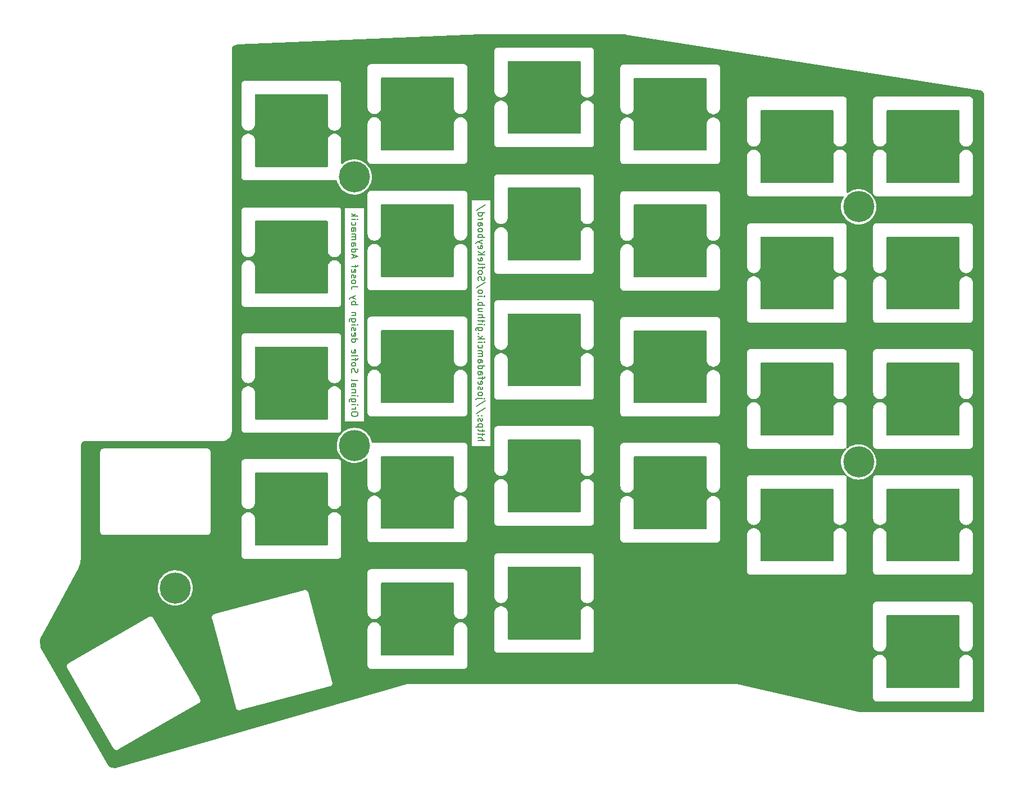
<source format=gbr>
G04 #@! TF.GenerationSoftware,KiCad,Pcbnew,(6.0.2-0)*
G04 #@! TF.CreationDate,2022-03-06T15:41:21+00:00*
G04 #@! TF.ProjectId,SofleKeyboardTopPlate,536f666c-654b-4657-9962-6f617264546f,rev?*
G04 #@! TF.SameCoordinates,Original*
G04 #@! TF.FileFunction,Copper,L2,Bot*
G04 #@! TF.FilePolarity,Positive*
%FSLAX46Y46*%
G04 Gerber Fmt 4.6, Leading zero omitted, Abs format (unit mm)*
G04 Created by KiCad (PCBNEW (6.0.2-0)) date 2022-03-06 15:41:21*
%MOMM*%
%LPD*%
G01*
G04 APERTURE LIST*
%ADD10C,0.150000*%
G04 #@! TA.AperFunction,NonConductor*
%ADD11C,0.150000*%
G04 #@! TD*
G04 #@! TA.AperFunction,ComponentPad*
%ADD12C,4.700000*%
G04 #@! TD*
G04 APERTURE END LIST*
D10*
D11*
X149642619Y-98214285D02*
X150642619Y-98214285D01*
X149642619Y-97785714D02*
X150166428Y-97785714D01*
X150261666Y-97833333D01*
X150309285Y-97928571D01*
X150309285Y-98071428D01*
X150261666Y-98166666D01*
X150214047Y-98214285D01*
X150309285Y-97452380D02*
X150309285Y-97071428D01*
X150642619Y-97309523D02*
X149785476Y-97309523D01*
X149690238Y-97261904D01*
X149642619Y-97166666D01*
X149642619Y-97071428D01*
X150309285Y-96880952D02*
X150309285Y-96500000D01*
X150642619Y-96738095D02*
X149785476Y-96738095D01*
X149690238Y-96690476D01*
X149642619Y-96595238D01*
X149642619Y-96500000D01*
X150309285Y-96166666D02*
X149309285Y-96166666D01*
X150261666Y-96166666D02*
X150309285Y-96071428D01*
X150309285Y-95880952D01*
X150261666Y-95785714D01*
X150214047Y-95738095D01*
X150118809Y-95690476D01*
X149833095Y-95690476D01*
X149737857Y-95738095D01*
X149690238Y-95785714D01*
X149642619Y-95880952D01*
X149642619Y-96071428D01*
X149690238Y-96166666D01*
X149690238Y-95309523D02*
X149642619Y-95214285D01*
X149642619Y-95023809D01*
X149690238Y-94928571D01*
X149785476Y-94880952D01*
X149833095Y-94880952D01*
X149928333Y-94928571D01*
X149975952Y-95023809D01*
X149975952Y-95166666D01*
X150023571Y-95261904D01*
X150118809Y-95309523D01*
X150166428Y-95309523D01*
X150261666Y-95261904D01*
X150309285Y-95166666D01*
X150309285Y-95023809D01*
X150261666Y-94928571D01*
X149737857Y-94452380D02*
X149690238Y-94404761D01*
X149642619Y-94452380D01*
X149690238Y-94500000D01*
X149737857Y-94452380D01*
X149642619Y-94452380D01*
X150261666Y-94452380D02*
X150214047Y-94404761D01*
X150166428Y-94452380D01*
X150214047Y-94500000D01*
X150261666Y-94452380D01*
X150166428Y-94452380D01*
X150690238Y-93261904D02*
X149404523Y-94119047D01*
X150690238Y-92214285D02*
X149404523Y-93071428D01*
X150309285Y-91880952D02*
X149452142Y-91880952D01*
X149356904Y-91928571D01*
X149309285Y-92023809D01*
X149309285Y-92071428D01*
X150642619Y-91880952D02*
X150595000Y-91928571D01*
X150547380Y-91880952D01*
X150595000Y-91833333D01*
X150642619Y-91880952D01*
X150547380Y-91880952D01*
X149642619Y-91261904D02*
X149690238Y-91357142D01*
X149737857Y-91404761D01*
X149833095Y-91452380D01*
X150118809Y-91452380D01*
X150214047Y-91404761D01*
X150261666Y-91357142D01*
X150309285Y-91261904D01*
X150309285Y-91119047D01*
X150261666Y-91023809D01*
X150214047Y-90976190D01*
X150118809Y-90928571D01*
X149833095Y-90928571D01*
X149737857Y-90976190D01*
X149690238Y-91023809D01*
X149642619Y-91119047D01*
X149642619Y-91261904D01*
X149690238Y-90547619D02*
X149642619Y-90452380D01*
X149642619Y-90261904D01*
X149690238Y-90166666D01*
X149785476Y-90119047D01*
X149833095Y-90119047D01*
X149928333Y-90166666D01*
X149975952Y-90261904D01*
X149975952Y-90404761D01*
X150023571Y-90500000D01*
X150118809Y-90547619D01*
X150166428Y-90547619D01*
X150261666Y-90500000D01*
X150309285Y-90404761D01*
X150309285Y-90261904D01*
X150261666Y-90166666D01*
X149690238Y-89309523D02*
X149642619Y-89404761D01*
X149642619Y-89595238D01*
X149690238Y-89690476D01*
X149785476Y-89738095D01*
X150166428Y-89738095D01*
X150261666Y-89690476D01*
X150309285Y-89595238D01*
X150309285Y-89404761D01*
X150261666Y-89309523D01*
X150166428Y-89261904D01*
X150071190Y-89261904D01*
X149975952Y-89738095D01*
X150309285Y-88976190D02*
X150309285Y-88595238D01*
X149642619Y-88833333D02*
X150499761Y-88833333D01*
X150595000Y-88785714D01*
X150642619Y-88690476D01*
X150642619Y-88595238D01*
X149642619Y-87833333D02*
X150166428Y-87833333D01*
X150261666Y-87880952D01*
X150309285Y-87976190D01*
X150309285Y-88166666D01*
X150261666Y-88261904D01*
X149690238Y-87833333D02*
X149642619Y-87928571D01*
X149642619Y-88166666D01*
X149690238Y-88261904D01*
X149785476Y-88309523D01*
X149880714Y-88309523D01*
X149975952Y-88261904D01*
X150023571Y-88166666D01*
X150023571Y-87928571D01*
X150071190Y-87833333D01*
X149642619Y-86928571D02*
X150642619Y-86928571D01*
X149690238Y-86928571D02*
X149642619Y-87023809D01*
X149642619Y-87214285D01*
X149690238Y-87309523D01*
X149737857Y-87357142D01*
X149833095Y-87404761D01*
X150118809Y-87404761D01*
X150214047Y-87357142D01*
X150261666Y-87309523D01*
X150309285Y-87214285D01*
X150309285Y-87023809D01*
X150261666Y-86928571D01*
X149642619Y-86023809D02*
X150166428Y-86023809D01*
X150261666Y-86071428D01*
X150309285Y-86166666D01*
X150309285Y-86357142D01*
X150261666Y-86452380D01*
X149690238Y-86023809D02*
X149642619Y-86119047D01*
X149642619Y-86357142D01*
X149690238Y-86452380D01*
X149785476Y-86500000D01*
X149880714Y-86500000D01*
X149975952Y-86452380D01*
X150023571Y-86357142D01*
X150023571Y-86119047D01*
X150071190Y-86023809D01*
X149642619Y-85547619D02*
X150309285Y-85547619D01*
X150214047Y-85547619D02*
X150261666Y-85500000D01*
X150309285Y-85404761D01*
X150309285Y-85261904D01*
X150261666Y-85166666D01*
X150166428Y-85119047D01*
X149642619Y-85119047D01*
X150166428Y-85119047D02*
X150261666Y-85071428D01*
X150309285Y-84976190D01*
X150309285Y-84833333D01*
X150261666Y-84738095D01*
X150166428Y-84690476D01*
X149642619Y-84690476D01*
X149690238Y-83785714D02*
X149642619Y-83880952D01*
X149642619Y-84071428D01*
X149690238Y-84166666D01*
X149737857Y-84214285D01*
X149833095Y-84261904D01*
X150118809Y-84261904D01*
X150214047Y-84214285D01*
X150261666Y-84166666D01*
X150309285Y-84071428D01*
X150309285Y-83880952D01*
X150261666Y-83785714D01*
X149642619Y-83357142D02*
X150309285Y-83357142D01*
X150642619Y-83357142D02*
X150595000Y-83404761D01*
X150547380Y-83357142D01*
X150595000Y-83309523D01*
X150642619Y-83357142D01*
X150547380Y-83357142D01*
X149642619Y-82880952D02*
X150642619Y-82880952D01*
X150023571Y-82785714D02*
X149642619Y-82500000D01*
X150309285Y-82500000D02*
X149928333Y-82880952D01*
X149737857Y-82071428D02*
X149690238Y-82023809D01*
X149642619Y-82071428D01*
X149690238Y-82119047D01*
X149737857Y-82071428D01*
X149642619Y-82071428D01*
X150309285Y-81166666D02*
X149499761Y-81166666D01*
X149404523Y-81214285D01*
X149356904Y-81261904D01*
X149309285Y-81357142D01*
X149309285Y-81500000D01*
X149356904Y-81595238D01*
X149690238Y-81166666D02*
X149642619Y-81261904D01*
X149642619Y-81452380D01*
X149690238Y-81547619D01*
X149737857Y-81595238D01*
X149833095Y-81642857D01*
X150118809Y-81642857D01*
X150214047Y-81595238D01*
X150261666Y-81547619D01*
X150309285Y-81452380D01*
X150309285Y-81261904D01*
X150261666Y-81166666D01*
X149642619Y-80690476D02*
X150309285Y-80690476D01*
X150642619Y-80690476D02*
X150595000Y-80738095D01*
X150547380Y-80690476D01*
X150595000Y-80642857D01*
X150642619Y-80690476D01*
X150547380Y-80690476D01*
X150309285Y-80357142D02*
X150309285Y-79976190D01*
X150642619Y-80214285D02*
X149785476Y-80214285D01*
X149690238Y-80166666D01*
X149642619Y-80071428D01*
X149642619Y-79976190D01*
X149642619Y-79642857D02*
X150642619Y-79642857D01*
X149642619Y-79214285D02*
X150166428Y-79214285D01*
X150261666Y-79261904D01*
X150309285Y-79357142D01*
X150309285Y-79500000D01*
X150261666Y-79595238D01*
X150214047Y-79642857D01*
X150309285Y-78309523D02*
X149642619Y-78309523D01*
X150309285Y-78738095D02*
X149785476Y-78738095D01*
X149690238Y-78690476D01*
X149642619Y-78595238D01*
X149642619Y-78452380D01*
X149690238Y-78357142D01*
X149737857Y-78309523D01*
X149642619Y-77833333D02*
X150642619Y-77833333D01*
X150261666Y-77833333D02*
X150309285Y-77738095D01*
X150309285Y-77547619D01*
X150261666Y-77452380D01*
X150214047Y-77404761D01*
X150118809Y-77357142D01*
X149833095Y-77357142D01*
X149737857Y-77404761D01*
X149690238Y-77452380D01*
X149642619Y-77547619D01*
X149642619Y-77738095D01*
X149690238Y-77833333D01*
X149737857Y-76928571D02*
X149690238Y-76880952D01*
X149642619Y-76928571D01*
X149690238Y-76976190D01*
X149737857Y-76928571D01*
X149642619Y-76928571D01*
X149642619Y-76452380D02*
X150309285Y-76452380D01*
X150642619Y-76452380D02*
X150595000Y-76500000D01*
X150547380Y-76452380D01*
X150595000Y-76404761D01*
X150642619Y-76452380D01*
X150547380Y-76452380D01*
X149642619Y-75833333D02*
X149690238Y-75928571D01*
X149737857Y-75976190D01*
X149833095Y-76023809D01*
X150118809Y-76023809D01*
X150214047Y-75976190D01*
X150261666Y-75928571D01*
X150309285Y-75833333D01*
X150309285Y-75690476D01*
X150261666Y-75595238D01*
X150214047Y-75547619D01*
X150118809Y-75500000D01*
X149833095Y-75500000D01*
X149737857Y-75547619D01*
X149690238Y-75595238D01*
X149642619Y-75690476D01*
X149642619Y-75833333D01*
X150690238Y-74357142D02*
X149404523Y-75214285D01*
X149690238Y-74071428D02*
X149642619Y-73928571D01*
X149642619Y-73690476D01*
X149690238Y-73595238D01*
X149737857Y-73547619D01*
X149833095Y-73500000D01*
X149928333Y-73500000D01*
X150023571Y-73547619D01*
X150071190Y-73595238D01*
X150118809Y-73690476D01*
X150166428Y-73880952D01*
X150214047Y-73976190D01*
X150261666Y-74023809D01*
X150356904Y-74071428D01*
X150452142Y-74071428D01*
X150547380Y-74023809D01*
X150595000Y-73976190D01*
X150642619Y-73880952D01*
X150642619Y-73642857D01*
X150595000Y-73500000D01*
X149642619Y-72928571D02*
X149690238Y-73023809D01*
X149737857Y-73071428D01*
X149833095Y-73119047D01*
X150118809Y-73119047D01*
X150214047Y-73071428D01*
X150261666Y-73023809D01*
X150309285Y-72928571D01*
X150309285Y-72785714D01*
X150261666Y-72690476D01*
X150214047Y-72642857D01*
X150118809Y-72595238D01*
X149833095Y-72595238D01*
X149737857Y-72642857D01*
X149690238Y-72690476D01*
X149642619Y-72785714D01*
X149642619Y-72928571D01*
X150309285Y-72309523D02*
X150309285Y-71928571D01*
X149642619Y-72166666D02*
X150499761Y-72166666D01*
X150595000Y-72119047D01*
X150642619Y-72023809D01*
X150642619Y-71928571D01*
X149642619Y-71452380D02*
X149690238Y-71547619D01*
X149785476Y-71595238D01*
X150642619Y-71595238D01*
X149690238Y-70690476D02*
X149642619Y-70785714D01*
X149642619Y-70976190D01*
X149690238Y-71071428D01*
X149785476Y-71119047D01*
X150166428Y-71119047D01*
X150261666Y-71071428D01*
X150309285Y-70976190D01*
X150309285Y-70785714D01*
X150261666Y-70690476D01*
X150166428Y-70642857D01*
X150071190Y-70642857D01*
X149975952Y-71119047D01*
X149642619Y-70214285D02*
X150642619Y-70214285D01*
X149642619Y-69642857D02*
X150214047Y-70071428D01*
X150642619Y-69642857D02*
X150071190Y-70214285D01*
X149690238Y-68833333D02*
X149642619Y-68928571D01*
X149642619Y-69119047D01*
X149690238Y-69214285D01*
X149785476Y-69261904D01*
X150166428Y-69261904D01*
X150261666Y-69214285D01*
X150309285Y-69119047D01*
X150309285Y-68928571D01*
X150261666Y-68833333D01*
X150166428Y-68785714D01*
X150071190Y-68785714D01*
X149975952Y-69261904D01*
X150309285Y-68452380D02*
X149642619Y-68214285D01*
X150309285Y-67976190D02*
X149642619Y-68214285D01*
X149404523Y-68309523D01*
X149356904Y-68357142D01*
X149309285Y-68452380D01*
X149642619Y-67595238D02*
X150642619Y-67595238D01*
X150261666Y-67595238D02*
X150309285Y-67500000D01*
X150309285Y-67309523D01*
X150261666Y-67214285D01*
X150214047Y-67166666D01*
X150118809Y-67119047D01*
X149833095Y-67119047D01*
X149737857Y-67166666D01*
X149690238Y-67214285D01*
X149642619Y-67309523D01*
X149642619Y-67500000D01*
X149690238Y-67595238D01*
X149642619Y-66547619D02*
X149690238Y-66642857D01*
X149737857Y-66690476D01*
X149833095Y-66738095D01*
X150118809Y-66738095D01*
X150214047Y-66690476D01*
X150261666Y-66642857D01*
X150309285Y-66547619D01*
X150309285Y-66404761D01*
X150261666Y-66309523D01*
X150214047Y-66261904D01*
X150118809Y-66214285D01*
X149833095Y-66214285D01*
X149737857Y-66261904D01*
X149690238Y-66309523D01*
X149642619Y-66404761D01*
X149642619Y-66547619D01*
X149642619Y-65357142D02*
X150166428Y-65357142D01*
X150261666Y-65404761D01*
X150309285Y-65500000D01*
X150309285Y-65690476D01*
X150261666Y-65785714D01*
X149690238Y-65357142D02*
X149642619Y-65452380D01*
X149642619Y-65690476D01*
X149690238Y-65785714D01*
X149785476Y-65833333D01*
X149880714Y-65833333D01*
X149975952Y-65785714D01*
X150023571Y-65690476D01*
X150023571Y-65452380D01*
X150071190Y-65357142D01*
X149642619Y-64880952D02*
X150309285Y-64880952D01*
X150118809Y-64880952D02*
X150214047Y-64833333D01*
X150261666Y-64785714D01*
X150309285Y-64690476D01*
X150309285Y-64595238D01*
X149642619Y-63833333D02*
X150642619Y-63833333D01*
X149690238Y-63833333D02*
X149642619Y-63928571D01*
X149642619Y-64119047D01*
X149690238Y-64214285D01*
X149737857Y-64261904D01*
X149833095Y-64309523D01*
X150118809Y-64309523D01*
X150214047Y-64261904D01*
X150261666Y-64214285D01*
X150309285Y-64119047D01*
X150309285Y-63928571D01*
X150261666Y-63833333D01*
X150690238Y-62642857D02*
X149404523Y-63500000D01*
D10*
D11*
X131542619Y-94305619D02*
X131542619Y-94115142D01*
X131495000Y-94019904D01*
X131399761Y-93924666D01*
X131209285Y-93877047D01*
X130875952Y-93877047D01*
X130685476Y-93924666D01*
X130590238Y-94019904D01*
X130542619Y-94115142D01*
X130542619Y-94305619D01*
X130590238Y-94400857D01*
X130685476Y-94496095D01*
X130875952Y-94543714D01*
X131209285Y-94543714D01*
X131399761Y-94496095D01*
X131495000Y-94400857D01*
X131542619Y-94305619D01*
X130542619Y-93448476D02*
X131209285Y-93448476D01*
X131018809Y-93448476D02*
X131114047Y-93400857D01*
X131161666Y-93353238D01*
X131209285Y-93258000D01*
X131209285Y-93162761D01*
X130542619Y-92829428D02*
X131209285Y-92829428D01*
X131542619Y-92829428D02*
X131495000Y-92877047D01*
X131447380Y-92829428D01*
X131495000Y-92781809D01*
X131542619Y-92829428D01*
X131447380Y-92829428D01*
X131209285Y-91924666D02*
X130399761Y-91924666D01*
X130304523Y-91972285D01*
X130256904Y-92019904D01*
X130209285Y-92115142D01*
X130209285Y-92258000D01*
X130256904Y-92353238D01*
X130590238Y-91924666D02*
X130542619Y-92019904D01*
X130542619Y-92210380D01*
X130590238Y-92305619D01*
X130637857Y-92353238D01*
X130733095Y-92400857D01*
X131018809Y-92400857D01*
X131114047Y-92353238D01*
X131161666Y-92305619D01*
X131209285Y-92210380D01*
X131209285Y-92019904D01*
X131161666Y-91924666D01*
X130542619Y-91448476D02*
X131209285Y-91448476D01*
X131542619Y-91448476D02*
X131495000Y-91496095D01*
X131447380Y-91448476D01*
X131495000Y-91400857D01*
X131542619Y-91448476D01*
X131447380Y-91448476D01*
X131209285Y-90972285D02*
X130542619Y-90972285D01*
X131114047Y-90972285D02*
X131161666Y-90924666D01*
X131209285Y-90829428D01*
X131209285Y-90686571D01*
X131161666Y-90591333D01*
X131066428Y-90543714D01*
X130542619Y-90543714D01*
X130542619Y-89638952D02*
X131066428Y-89638952D01*
X131161666Y-89686571D01*
X131209285Y-89781809D01*
X131209285Y-89972285D01*
X131161666Y-90067523D01*
X130590238Y-89638952D02*
X130542619Y-89734190D01*
X130542619Y-89972285D01*
X130590238Y-90067523D01*
X130685476Y-90115142D01*
X130780714Y-90115142D01*
X130875952Y-90067523D01*
X130923571Y-89972285D01*
X130923571Y-89734190D01*
X130971190Y-89638952D01*
X130542619Y-89019904D02*
X130590238Y-89115142D01*
X130685476Y-89162761D01*
X131542619Y-89162761D01*
X130590238Y-87924666D02*
X130542619Y-87781809D01*
X130542619Y-87543714D01*
X130590238Y-87448476D01*
X130637857Y-87400857D01*
X130733095Y-87353238D01*
X130828333Y-87353238D01*
X130923571Y-87400857D01*
X130971190Y-87448476D01*
X131018809Y-87543714D01*
X131066428Y-87734190D01*
X131114047Y-87829428D01*
X131161666Y-87877047D01*
X131256904Y-87924666D01*
X131352142Y-87924666D01*
X131447380Y-87877047D01*
X131495000Y-87829428D01*
X131542619Y-87734190D01*
X131542619Y-87496095D01*
X131495000Y-87353238D01*
X130542619Y-86781809D02*
X130590238Y-86877047D01*
X130637857Y-86924666D01*
X130733095Y-86972285D01*
X131018809Y-86972285D01*
X131114047Y-86924666D01*
X131161666Y-86877047D01*
X131209285Y-86781809D01*
X131209285Y-86638952D01*
X131161666Y-86543714D01*
X131114047Y-86496095D01*
X131018809Y-86448476D01*
X130733095Y-86448476D01*
X130637857Y-86496095D01*
X130590238Y-86543714D01*
X130542619Y-86638952D01*
X130542619Y-86781809D01*
X131209285Y-86162761D02*
X131209285Y-85781809D01*
X130542619Y-86019904D02*
X131399761Y-86019904D01*
X131495000Y-85972285D01*
X131542619Y-85877047D01*
X131542619Y-85781809D01*
X130542619Y-85305619D02*
X130590238Y-85400857D01*
X130685476Y-85448476D01*
X131542619Y-85448476D01*
X130590238Y-84543714D02*
X130542619Y-84638952D01*
X130542619Y-84829428D01*
X130590238Y-84924666D01*
X130685476Y-84972285D01*
X131066428Y-84972285D01*
X131161666Y-84924666D01*
X131209285Y-84829428D01*
X131209285Y-84638952D01*
X131161666Y-84543714D01*
X131066428Y-84496095D01*
X130971190Y-84496095D01*
X130875952Y-84972285D01*
X130542619Y-82877047D02*
X131542619Y-82877047D01*
X130590238Y-82877047D02*
X130542619Y-82972285D01*
X130542619Y-83162761D01*
X130590238Y-83258000D01*
X130637857Y-83305619D01*
X130733095Y-83353238D01*
X131018809Y-83353238D01*
X131114047Y-83305619D01*
X131161666Y-83258000D01*
X131209285Y-83162761D01*
X131209285Y-82972285D01*
X131161666Y-82877047D01*
X130590238Y-82019904D02*
X130542619Y-82115142D01*
X130542619Y-82305619D01*
X130590238Y-82400857D01*
X130685476Y-82448476D01*
X131066428Y-82448476D01*
X131161666Y-82400857D01*
X131209285Y-82305619D01*
X131209285Y-82115142D01*
X131161666Y-82019904D01*
X131066428Y-81972285D01*
X130971190Y-81972285D01*
X130875952Y-82448476D01*
X130590238Y-81591333D02*
X130542619Y-81496095D01*
X130542619Y-81305619D01*
X130590238Y-81210380D01*
X130685476Y-81162761D01*
X130733095Y-81162761D01*
X130828333Y-81210380D01*
X130875952Y-81305619D01*
X130875952Y-81448476D01*
X130923571Y-81543714D01*
X131018809Y-81591333D01*
X131066428Y-81591333D01*
X131161666Y-81543714D01*
X131209285Y-81448476D01*
X131209285Y-81305619D01*
X131161666Y-81210380D01*
X130542619Y-80734190D02*
X131209285Y-80734190D01*
X131542619Y-80734190D02*
X131495000Y-80781809D01*
X131447380Y-80734190D01*
X131495000Y-80686571D01*
X131542619Y-80734190D01*
X131447380Y-80734190D01*
X131209285Y-79829428D02*
X130399761Y-79829428D01*
X130304523Y-79877047D01*
X130256904Y-79924666D01*
X130209285Y-80019904D01*
X130209285Y-80162761D01*
X130256904Y-80258000D01*
X130590238Y-79829428D02*
X130542619Y-79924666D01*
X130542619Y-80115142D01*
X130590238Y-80210380D01*
X130637857Y-80258000D01*
X130733095Y-80305619D01*
X131018809Y-80305619D01*
X131114047Y-80258000D01*
X131161666Y-80210380D01*
X131209285Y-80115142D01*
X131209285Y-79924666D01*
X131161666Y-79829428D01*
X131209285Y-79353238D02*
X130542619Y-79353238D01*
X131114047Y-79353238D02*
X131161666Y-79305619D01*
X131209285Y-79210380D01*
X131209285Y-79067523D01*
X131161666Y-78972285D01*
X131066428Y-78924666D01*
X130542619Y-78924666D01*
X130542619Y-77686571D02*
X131542619Y-77686571D01*
X131161666Y-77686571D02*
X131209285Y-77591333D01*
X131209285Y-77400857D01*
X131161666Y-77305619D01*
X131114047Y-77258000D01*
X131018809Y-77210380D01*
X130733095Y-77210380D01*
X130637857Y-77258000D01*
X130590238Y-77305619D01*
X130542619Y-77400857D01*
X130542619Y-77591333D01*
X130590238Y-77686571D01*
X131209285Y-76877047D02*
X130542619Y-76638952D01*
X131209285Y-76400857D02*
X130542619Y-76638952D01*
X130304523Y-76734190D01*
X130256904Y-76781809D01*
X130209285Y-76877047D01*
X131542619Y-74972285D02*
X130828333Y-74972285D01*
X130685476Y-75019904D01*
X130590238Y-75115142D01*
X130542619Y-75258000D01*
X130542619Y-75353238D01*
X130542619Y-74353238D02*
X130590238Y-74448476D01*
X130637857Y-74496095D01*
X130733095Y-74543714D01*
X131018809Y-74543714D01*
X131114047Y-74496095D01*
X131161666Y-74448476D01*
X131209285Y-74353238D01*
X131209285Y-74210380D01*
X131161666Y-74115142D01*
X131114047Y-74067523D01*
X131018809Y-74019904D01*
X130733095Y-74019904D01*
X130637857Y-74067523D01*
X130590238Y-74115142D01*
X130542619Y-74210380D01*
X130542619Y-74353238D01*
X130590238Y-73638952D02*
X130542619Y-73543714D01*
X130542619Y-73353238D01*
X130590238Y-73258000D01*
X130685476Y-73210380D01*
X130733095Y-73210380D01*
X130828333Y-73258000D01*
X130875952Y-73353238D01*
X130875952Y-73496095D01*
X130923571Y-73591333D01*
X131018809Y-73638952D01*
X131066428Y-73638952D01*
X131161666Y-73591333D01*
X131209285Y-73496095D01*
X131209285Y-73353238D01*
X131161666Y-73258000D01*
X130590238Y-72400857D02*
X130542619Y-72496095D01*
X130542619Y-72686571D01*
X130590238Y-72781809D01*
X130685476Y-72829428D01*
X131066428Y-72829428D01*
X131161666Y-72781809D01*
X131209285Y-72686571D01*
X131209285Y-72496095D01*
X131161666Y-72400857D01*
X131066428Y-72353238D01*
X130971190Y-72353238D01*
X130875952Y-72829428D01*
X131209285Y-72067523D02*
X131209285Y-71686571D01*
X130542619Y-71924666D02*
X131399761Y-71924666D01*
X131495000Y-71877047D01*
X131542619Y-71781809D01*
X131542619Y-71686571D01*
X130828333Y-70638952D02*
X130828333Y-70162761D01*
X130542619Y-70734190D02*
X131542619Y-70400857D01*
X130542619Y-70067523D01*
X130542619Y-69305619D02*
X131542619Y-69305619D01*
X130590238Y-69305619D02*
X130542619Y-69400857D01*
X130542619Y-69591333D01*
X130590238Y-69686571D01*
X130637857Y-69734190D01*
X130733095Y-69781809D01*
X131018809Y-69781809D01*
X131114047Y-69734190D01*
X131161666Y-69686571D01*
X131209285Y-69591333D01*
X131209285Y-69400857D01*
X131161666Y-69305619D01*
X130542619Y-68400857D02*
X131066428Y-68400857D01*
X131161666Y-68448476D01*
X131209285Y-68543714D01*
X131209285Y-68734190D01*
X131161666Y-68829428D01*
X130590238Y-68400857D02*
X130542619Y-68496095D01*
X130542619Y-68734190D01*
X130590238Y-68829428D01*
X130685476Y-68877047D01*
X130780714Y-68877047D01*
X130875952Y-68829428D01*
X130923571Y-68734190D01*
X130923571Y-68496095D01*
X130971190Y-68400857D01*
X130542619Y-67924666D02*
X131209285Y-67924666D01*
X131114047Y-67924666D02*
X131161666Y-67877047D01*
X131209285Y-67781809D01*
X131209285Y-67638952D01*
X131161666Y-67543714D01*
X131066428Y-67496095D01*
X130542619Y-67496095D01*
X131066428Y-67496095D02*
X131161666Y-67448476D01*
X131209285Y-67353238D01*
X131209285Y-67210380D01*
X131161666Y-67115142D01*
X131066428Y-67067523D01*
X130542619Y-67067523D01*
X130542619Y-66162761D02*
X131066428Y-66162761D01*
X131161666Y-66210380D01*
X131209285Y-66305619D01*
X131209285Y-66496095D01*
X131161666Y-66591333D01*
X130590238Y-66162761D02*
X130542619Y-66258000D01*
X130542619Y-66496095D01*
X130590238Y-66591333D01*
X130685476Y-66638952D01*
X130780714Y-66638952D01*
X130875952Y-66591333D01*
X130923571Y-66496095D01*
X130923571Y-66258000D01*
X130971190Y-66162761D01*
X130590238Y-65258000D02*
X130542619Y-65353238D01*
X130542619Y-65543714D01*
X130590238Y-65638952D01*
X130637857Y-65686571D01*
X130733095Y-65734190D01*
X131018809Y-65734190D01*
X131114047Y-65686571D01*
X131161666Y-65638952D01*
X131209285Y-65543714D01*
X131209285Y-65353238D01*
X131161666Y-65258000D01*
X130542619Y-64829428D02*
X131209285Y-64829428D01*
X131542619Y-64829428D02*
X131495000Y-64877047D01*
X131447380Y-64829428D01*
X131495000Y-64781809D01*
X131542619Y-64829428D01*
X131447380Y-64829428D01*
X130542619Y-64353238D02*
X131542619Y-64353238D01*
X130923571Y-64258000D02*
X130542619Y-63972285D01*
X131209285Y-63972285D02*
X130828333Y-64353238D01*
D12*
X206995000Y-62945000D03*
X130995000Y-58445000D03*
X206995000Y-101445000D03*
X130995000Y-98945000D03*
X103995000Y-120445000D03*
G04 #@! TA.AperFunction,NonConductor*
G36*
X171914928Y-36954540D02*
G01*
X179017097Y-38075107D01*
X225361754Y-45387282D01*
X225373366Y-45389678D01*
X225490953Y-45419781D01*
X225512204Y-45427303D01*
X225594333Y-45464949D01*
X225613574Y-45475911D01*
X225687029Y-45526798D01*
X225703815Y-45540725D01*
X225767308Y-45603449D01*
X225781377Y-45619977D01*
X225785112Y-45625220D01*
X225833171Y-45692688D01*
X225844238Y-45711477D01*
X225882760Y-45792115D01*
X225890517Y-45812878D01*
X225914564Y-45899957D01*
X225918595Y-45922118D01*
X225929666Y-46044207D01*
X225930181Y-46055584D01*
X225930447Y-61293147D01*
X225931800Y-138931126D01*
X225931802Y-139070817D01*
X225911801Y-139138938D01*
X225858146Y-139185432D01*
X225805802Y-139196819D01*
X213339959Y-139196820D01*
X207176938Y-139196820D01*
X207148824Y-139193644D01*
X188674895Y-134965039D01*
X188661797Y-134960524D01*
X188661761Y-134960640D01*
X188653176Y-134958015D01*
X188645052Y-134954201D01*
X188636185Y-134952820D01*
X188636184Y-134952820D01*
X188594689Y-134946359D01*
X188585970Y-134944685D01*
X188572790Y-134941668D01*
X188559673Y-134940580D01*
X188550696Y-134939510D01*
X188539394Y-134937750D01*
X188539393Y-134937750D01*
X188534577Y-134937000D01*
X188521751Y-134937000D01*
X188511333Y-134936569D01*
X188473440Y-134933425D01*
X188464497Y-134932683D01*
X188455701Y-134934482D01*
X188455262Y-134934508D01*
X188430636Y-134937000D01*
X139199719Y-134937000D01*
X139179839Y-134935422D01*
X139174118Y-134934508D01*
X139157439Y-134931843D01*
X139119671Y-134936629D01*
X139115920Y-134937000D01*
X139112651Y-134937000D01*
X139082176Y-134941364D01*
X139080183Y-134941633D01*
X139064306Y-134943645D01*
X139046520Y-134945899D01*
X139043357Y-134946811D01*
X139039732Y-134947443D01*
X139005083Y-134952405D01*
X138996914Y-134956119D01*
X138996911Y-134956120D01*
X138980866Y-134963415D01*
X138963599Y-134969789D01*
X94897124Y-147665724D01*
X94839701Y-147668617D01*
X94480204Y-147603254D01*
X94462900Y-147598820D01*
X94173464Y-147502342D01*
X94131308Y-147478474D01*
X93958158Y-147330060D01*
X93930968Y-147297271D01*
X85267995Y-132253278D01*
X87630449Y-132253278D01*
X87631208Y-132262222D01*
X87632946Y-132282705D01*
X87633230Y-132299841D01*
X87631710Y-132329337D01*
X87637633Y-132354295D01*
X87640584Y-132372726D01*
X87642752Y-132398273D01*
X87645991Y-132406644D01*
X87653407Y-132425814D01*
X87658489Y-132442182D01*
X87665309Y-132470920D01*
X87669749Y-132478720D01*
X87669750Y-132478722D01*
X87682332Y-132500824D01*
X87682696Y-132501520D01*
X87683093Y-132502547D01*
X87698594Y-132529398D01*
X87698870Y-132529879D01*
X87704990Y-132540630D01*
X87737295Y-132597380D01*
X87738299Y-132598352D01*
X87739053Y-132599474D01*
X89890281Y-136325510D01*
X94698680Y-144653904D01*
X94698854Y-144654206D01*
X94737295Y-144721736D01*
X94743747Y-144727978D01*
X94743749Y-144727980D01*
X94758523Y-144742272D01*
X94770002Y-144754998D01*
X94788245Y-144778222D01*
X94795554Y-144783445D01*
X94809104Y-144793129D01*
X94823448Y-144805080D01*
X94835429Y-144816669D01*
X94841882Y-144822911D01*
X94849825Y-144827090D01*
X94868023Y-144836665D01*
X94882605Y-144845653D01*
X94906636Y-144862826D01*
X94915110Y-144865785D01*
X94915113Y-144865787D01*
X94930846Y-144871282D01*
X94947969Y-144878727D01*
X94970660Y-144890665D01*
X94984619Y-144893492D01*
X94999609Y-144896528D01*
X95016139Y-144901066D01*
X95035541Y-144907842D01*
X95035543Y-144907842D01*
X95044015Y-144910801D01*
X95052979Y-144911263D01*
X95052980Y-144911263D01*
X95057092Y-144911475D01*
X95069622Y-144912120D01*
X95088141Y-144914460D01*
X95113278Y-144919551D01*
X95142714Y-144917053D01*
X95159846Y-144916769D01*
X95189336Y-144918289D01*
X95214279Y-144912370D01*
X95232714Y-144909417D01*
X95244876Y-144908385D01*
X95258273Y-144907248D01*
X95266645Y-144904009D01*
X95266650Y-144904008D01*
X95285822Y-144896591D01*
X95302184Y-144891510D01*
X95330920Y-144884690D01*
X95360825Y-144867667D01*
X95361515Y-144867306D01*
X95362547Y-144866907D01*
X95365123Y-144865419D01*
X95365132Y-144865415D01*
X95389385Y-144851412D01*
X95390056Y-144851028D01*
X95453949Y-144814659D01*
X95453959Y-144814653D01*
X95457380Y-144812705D01*
X95458354Y-144811699D01*
X95459466Y-144810951D01*
X103416187Y-140217137D01*
X107513815Y-137851371D01*
X107514424Y-137851022D01*
X107581736Y-137812705D01*
X107587976Y-137806254D01*
X107587983Y-137806249D01*
X107602275Y-137791475D01*
X107614999Y-137779998D01*
X107631161Y-137767302D01*
X107631163Y-137767300D01*
X107638222Y-137761755D01*
X107653133Y-137740889D01*
X107665084Y-137726545D01*
X107682910Y-137708118D01*
X107696659Y-137681986D01*
X107705653Y-137667395D01*
X107717608Y-137650666D01*
X107717609Y-137650665D01*
X107722826Y-137643364D01*
X107725785Y-137634891D01*
X107725787Y-137634887D01*
X107731281Y-137619156D01*
X107738726Y-137602033D01*
X107746483Y-137587289D01*
X107746483Y-137587288D01*
X107750665Y-137579340D01*
X107752447Y-137570543D01*
X107752450Y-137570534D01*
X107756530Y-137550388D01*
X107761067Y-137533859D01*
X107767841Y-137514461D01*
X107770801Y-137505985D01*
X107772120Y-137480377D01*
X107774460Y-137461858D01*
X107779551Y-137436721D01*
X107777053Y-137407285D01*
X107776769Y-137390148D01*
X107776964Y-137386381D01*
X107778289Y-137360664D01*
X107772370Y-137335721D01*
X107769417Y-137317286D01*
X107768007Y-137300669D01*
X107768007Y-137300667D01*
X107767248Y-137291727D01*
X107756592Y-137264183D01*
X107751510Y-137247816D01*
X107746763Y-137227814D01*
X107746762Y-137227811D01*
X107744690Y-137219080D01*
X107727668Y-137189176D01*
X107727307Y-137188487D01*
X107726907Y-137187452D01*
X107713257Y-137163809D01*
X107711372Y-137160545D01*
X107711080Y-137160037D01*
X107672705Y-137092620D01*
X107671700Y-137091647D01*
X107670950Y-137090531D01*
X107606759Y-136979348D01*
X105088871Y-132618239D01*
X100711440Y-125036307D01*
X100711057Y-125035639D01*
X100693395Y-125004612D01*
X100672705Y-124968264D01*
X100666252Y-124962021D01*
X100666250Y-124962019D01*
X100651477Y-124947728D01*
X100639996Y-124935000D01*
X100631229Y-124923839D01*
X100621755Y-124911778D01*
X100600889Y-124896867D01*
X100586545Y-124884916D01*
X100579953Y-124878539D01*
X100578716Y-124877342D01*
X109508874Y-124877342D01*
X109512039Y-124906715D01*
X109512712Y-124923831D01*
X109511861Y-124953352D01*
X109514131Y-124962034D01*
X109514131Y-124962038D01*
X109520561Y-124986635D01*
X109520734Y-124987407D01*
X109520852Y-124988505D01*
X109528100Y-125015555D01*
X109528867Y-125018416D01*
X109529064Y-125019160D01*
X109536635Y-125048121D01*
X109548663Y-125094135D01*
X109549382Y-125095335D01*
X109549817Y-125096604D01*
X110826142Y-129859913D01*
X113152316Y-138541309D01*
X113152513Y-138542053D01*
X113172130Y-138617096D01*
X113176744Y-138624791D01*
X113176745Y-138624792D01*
X113187319Y-138642424D01*
X113195115Y-138657692D01*
X113206724Y-138684844D01*
X113223024Y-138704653D01*
X113233780Y-138719901D01*
X113246968Y-138741892D01*
X113253554Y-138747980D01*
X113253558Y-138747985D01*
X113268653Y-138761938D01*
X113280420Y-138774403D01*
X113299185Y-138797207D01*
X113320373Y-138811633D01*
X113334988Y-138823258D01*
X113353822Y-138840668D01*
X113361852Y-138844663D01*
X113361855Y-138844665D01*
X113380270Y-138853826D01*
X113395052Y-138862481D01*
X113419466Y-138879104D01*
X113443857Y-138887005D01*
X113461146Y-138894060D01*
X113484104Y-138905482D01*
X113513171Y-138910686D01*
X113529800Y-138914847D01*
X113549358Y-138921183D01*
X113549360Y-138921183D01*
X113557897Y-138923949D01*
X113583530Y-138924687D01*
X113602096Y-138926606D01*
X113627342Y-138931126D01*
X113636261Y-138930165D01*
X113636263Y-138930165D01*
X113642916Y-138929448D01*
X113656709Y-138927962D01*
X113673825Y-138927289D01*
X113703352Y-138928140D01*
X113736632Y-138919440D01*
X113737410Y-138919266D01*
X113738505Y-138919148D01*
X113741379Y-138918378D01*
X113768407Y-138911136D01*
X113769151Y-138910940D01*
X113840314Y-138892337D01*
X113840328Y-138892332D01*
X113844135Y-138891337D01*
X113845333Y-138890619D01*
X113846607Y-138890183D01*
X127291340Y-135287676D01*
X127292083Y-135287480D01*
X127337110Y-135275709D01*
X127367096Y-135267870D01*
X127374796Y-135263253D01*
X127374802Y-135263250D01*
X127392434Y-135252677D01*
X127407697Y-135244883D01*
X127426588Y-135236806D01*
X127434844Y-135233276D01*
X127454644Y-135216983D01*
X127469906Y-135206217D01*
X127484193Y-135197650D01*
X127484194Y-135197649D01*
X127491892Y-135193033D01*
X127511941Y-135171344D01*
X127524405Y-135159578D01*
X127540275Y-135146519D01*
X127547207Y-135140815D01*
X127561638Y-135119621D01*
X127573253Y-135105019D01*
X127590668Y-135086179D01*
X127603825Y-135059733D01*
X127612483Y-135044945D01*
X127624050Y-135027957D01*
X127624051Y-135027956D01*
X127629104Y-135020534D01*
X127637007Y-134996138D01*
X127644059Y-134978857D01*
X127651483Y-134963934D01*
X127655482Y-134955896D01*
X127660686Y-134926829D01*
X127664847Y-134910200D01*
X127671183Y-134890642D01*
X127671183Y-134890640D01*
X127673949Y-134882103D01*
X127674687Y-134856470D01*
X127676606Y-134837904D01*
X127681126Y-134812658D01*
X127677962Y-134783291D01*
X127677289Y-134766168D01*
X127677881Y-134745620D01*
X127678140Y-134736648D01*
X127675869Y-134727963D01*
X127675869Y-134727959D01*
X127669440Y-134703367D01*
X127669265Y-134702586D01*
X127669148Y-134701496D01*
X127668376Y-134698614D01*
X127661128Y-134671561D01*
X127660932Y-134670820D01*
X127642334Y-134599679D01*
X127641337Y-134595865D01*
X127640616Y-134594664D01*
X127640182Y-134593396D01*
X127120382Y-132653476D01*
X125508735Y-126638730D01*
X132981814Y-126638730D01*
X132982978Y-126647632D01*
X132982978Y-126647635D01*
X132985936Y-126670251D01*
X132987000Y-126686589D01*
X132987000Y-132136298D01*
X132986998Y-132137068D01*
X132986524Y-132214652D01*
X132988990Y-132223281D01*
X132988991Y-132223286D01*
X132994639Y-132243048D01*
X132998217Y-132259809D01*
X133001130Y-132280152D01*
X133001133Y-132280162D01*
X133002405Y-132289045D01*
X133013021Y-132312395D01*
X133019464Y-132329907D01*
X133026512Y-132354565D01*
X133042274Y-132379548D01*
X133050404Y-132394614D01*
X133062633Y-132421510D01*
X133079374Y-132440939D01*
X133090479Y-132455947D01*
X133104160Y-132477631D01*
X133110888Y-132483573D01*
X133126296Y-132497181D01*
X133138340Y-132509373D01*
X133157619Y-132531747D01*
X133165147Y-132536626D01*
X133165150Y-132536629D01*
X133179139Y-132545696D01*
X133194013Y-132556986D01*
X133213228Y-132573956D01*
X133221354Y-132577771D01*
X133221355Y-132577772D01*
X133227021Y-132580432D01*
X133239966Y-132586510D01*
X133254935Y-132594824D01*
X133279727Y-132610893D01*
X133296650Y-132615954D01*
X133304290Y-132618239D01*
X133321736Y-132624901D01*
X133344948Y-132635799D01*
X133374130Y-132640343D01*
X133390849Y-132644126D01*
X133410536Y-132650014D01*
X133410539Y-132650015D01*
X133419141Y-132652587D01*
X133428116Y-132652642D01*
X133428117Y-132652642D01*
X133434810Y-132652683D01*
X133453556Y-132652797D01*
X133454328Y-132652830D01*
X133455423Y-132653000D01*
X133486298Y-132653000D01*
X133487068Y-132653002D01*
X133560716Y-132653452D01*
X133560717Y-132653452D01*
X133564652Y-132653476D01*
X133565996Y-132653092D01*
X133567341Y-132653000D01*
X147486298Y-132653000D01*
X147487069Y-132653002D01*
X147564652Y-132653476D01*
X147573281Y-132651010D01*
X147573286Y-132651009D01*
X147593048Y-132645361D01*
X147609809Y-132641783D01*
X147630152Y-132638870D01*
X147630162Y-132638867D01*
X147639045Y-132637595D01*
X147662395Y-132626979D01*
X147679907Y-132620536D01*
X147695937Y-132615954D01*
X147704565Y-132613488D01*
X147729548Y-132597726D01*
X147744614Y-132589596D01*
X147771510Y-132577367D01*
X147790939Y-132560626D01*
X147805947Y-132549521D01*
X147820039Y-132540630D01*
X147827631Y-132535840D01*
X147847182Y-132513703D01*
X147859374Y-132501659D01*
X147874949Y-132488239D01*
X147874950Y-132488237D01*
X147881747Y-132482381D01*
X147886626Y-132474853D01*
X147886629Y-132474850D01*
X147895696Y-132460861D01*
X147906986Y-132445987D01*
X147918012Y-132433502D01*
X147923956Y-132426772D01*
X147936510Y-132400034D01*
X147944824Y-132385065D01*
X147960893Y-132360273D01*
X147968239Y-132335709D01*
X147974901Y-132318264D01*
X147981983Y-132303179D01*
X147985799Y-132295052D01*
X147990343Y-132265870D01*
X147994126Y-132249151D01*
X148000014Y-132229464D01*
X148000015Y-132229461D01*
X148002587Y-132220859D01*
X148002797Y-132186444D01*
X148002830Y-132185672D01*
X148003000Y-132184577D01*
X148003000Y-132153702D01*
X148003002Y-132152932D01*
X148003452Y-132079284D01*
X148003452Y-132079283D01*
X148003476Y-132075348D01*
X148003092Y-132074004D01*
X148003000Y-132072659D01*
X148003000Y-131542730D01*
X209172814Y-131542730D01*
X209173978Y-131551632D01*
X209173978Y-131551635D01*
X209176936Y-131574251D01*
X209178000Y-131590589D01*
X209178000Y-137040298D01*
X209177998Y-137041068D01*
X209177524Y-137118652D01*
X209179990Y-137127281D01*
X209179991Y-137127286D01*
X209185639Y-137147048D01*
X209189217Y-137163809D01*
X209192130Y-137184152D01*
X209192133Y-137184162D01*
X209193405Y-137193045D01*
X209204021Y-137216395D01*
X209210464Y-137233907D01*
X209217512Y-137258565D01*
X209233274Y-137283548D01*
X209241404Y-137298614D01*
X209253633Y-137325510D01*
X209270374Y-137344939D01*
X209281479Y-137359947D01*
X209295160Y-137381631D01*
X209301888Y-137387573D01*
X209317296Y-137401181D01*
X209329340Y-137413373D01*
X209348619Y-137435747D01*
X209356147Y-137440626D01*
X209356150Y-137440629D01*
X209370139Y-137449696D01*
X209385013Y-137460986D01*
X209404228Y-137477956D01*
X209412354Y-137481771D01*
X209412355Y-137481772D01*
X209418021Y-137484432D01*
X209430966Y-137490510D01*
X209445935Y-137498824D01*
X209470727Y-137514893D01*
X209487650Y-137519954D01*
X209495290Y-137522239D01*
X209512736Y-137528901D01*
X209535948Y-137539799D01*
X209565130Y-137544343D01*
X209581849Y-137548126D01*
X209601536Y-137554014D01*
X209601539Y-137554015D01*
X209610141Y-137556587D01*
X209619116Y-137556642D01*
X209619117Y-137556642D01*
X209625810Y-137556683D01*
X209644556Y-137556797D01*
X209645328Y-137556830D01*
X209646423Y-137557000D01*
X209677298Y-137557000D01*
X209678068Y-137557002D01*
X209751716Y-137557452D01*
X209751717Y-137557452D01*
X209755652Y-137557476D01*
X209756996Y-137557092D01*
X209758341Y-137557000D01*
X223677298Y-137557000D01*
X223678069Y-137557002D01*
X223755652Y-137557476D01*
X223764281Y-137555010D01*
X223764286Y-137555009D01*
X223784048Y-137549361D01*
X223800809Y-137545783D01*
X223821152Y-137542870D01*
X223821162Y-137542867D01*
X223830045Y-137541595D01*
X223853395Y-137530979D01*
X223870907Y-137524536D01*
X223886937Y-137519954D01*
X223895565Y-137517488D01*
X223920548Y-137501726D01*
X223935614Y-137493596D01*
X223962510Y-137481367D01*
X223981939Y-137464626D01*
X223996947Y-137453521D01*
X224011039Y-137444630D01*
X224018631Y-137439840D01*
X224038182Y-137417703D01*
X224050374Y-137405659D01*
X224065949Y-137392239D01*
X224065950Y-137392237D01*
X224072747Y-137386381D01*
X224077626Y-137378853D01*
X224077629Y-137378850D01*
X224086696Y-137364861D01*
X224097986Y-137349987D01*
X224109012Y-137337502D01*
X224114956Y-137330772D01*
X224127510Y-137304034D01*
X224135824Y-137289065D01*
X224151893Y-137264273D01*
X224159239Y-137239709D01*
X224165901Y-137222264D01*
X224172983Y-137207179D01*
X224176799Y-137199052D01*
X224181343Y-137169870D01*
X224185126Y-137153151D01*
X224191014Y-137133464D01*
X224191015Y-137133461D01*
X224193587Y-137124859D01*
X224193797Y-137090444D01*
X224193830Y-137089672D01*
X224194000Y-137088577D01*
X224194000Y-137057702D01*
X224194002Y-137056932D01*
X224194452Y-136983284D01*
X224194452Y-136983283D01*
X224194476Y-136979348D01*
X224194092Y-136978004D01*
X224194000Y-136976659D01*
X224194000Y-131602207D01*
X224195746Y-131581303D01*
X224198264Y-131566335D01*
X224199071Y-131561539D01*
X224199224Y-131549000D01*
X224197102Y-131534183D01*
X224196367Y-131527946D01*
X224181619Y-131368790D01*
X224181618Y-131368787D01*
X224181081Y-131362987D01*
X224129958Y-131183309D01*
X224046690Y-131016083D01*
X223934112Y-130867006D01*
X223796058Y-130741153D01*
X223791110Y-130738090D01*
X223791107Y-130738087D01*
X223708044Y-130686657D01*
X223637229Y-130642810D01*
X223463034Y-130575327D01*
X223457316Y-130574258D01*
X223457312Y-130574257D01*
X223285130Y-130542070D01*
X223285128Y-130542070D01*
X223279405Y-130541000D01*
X223092595Y-130541000D01*
X223086872Y-130542070D01*
X223086870Y-130542070D01*
X222914688Y-130574257D01*
X222914684Y-130574258D01*
X222908966Y-130575327D01*
X222734771Y-130642810D01*
X222663956Y-130686657D01*
X222580893Y-130738087D01*
X222580890Y-130738090D01*
X222575942Y-130741153D01*
X222437888Y-130867006D01*
X222325310Y-131016083D01*
X222242042Y-131183309D01*
X222190919Y-131362987D01*
X222176750Y-131515890D01*
X222175792Y-131523604D01*
X222174195Y-131533856D01*
X222174195Y-131533861D01*
X222172814Y-131542730D01*
X222173978Y-131551632D01*
X222173978Y-131551635D01*
X222176936Y-131574251D01*
X222178000Y-131590589D01*
X222178000Y-135415000D01*
X222157998Y-135483121D01*
X222104342Y-135529614D01*
X222052000Y-135541000D01*
X211320000Y-135541000D01*
X211251879Y-135520998D01*
X211205386Y-135467342D01*
X211194000Y-135415000D01*
X211194000Y-131602207D01*
X211195746Y-131581303D01*
X211198264Y-131566335D01*
X211199071Y-131561539D01*
X211199224Y-131549000D01*
X211197102Y-131534183D01*
X211196367Y-131527946D01*
X211181619Y-131368790D01*
X211181618Y-131368787D01*
X211181081Y-131362987D01*
X211129958Y-131183309D01*
X211046690Y-131016083D01*
X210934112Y-130867006D01*
X210796058Y-130741153D01*
X210791110Y-130738090D01*
X210791107Y-130738087D01*
X210708044Y-130686657D01*
X210637229Y-130642810D01*
X210463034Y-130575327D01*
X210457316Y-130574258D01*
X210457312Y-130574257D01*
X210285130Y-130542070D01*
X210285128Y-130542070D01*
X210279405Y-130541000D01*
X210092595Y-130541000D01*
X210086872Y-130542070D01*
X210086870Y-130542070D01*
X209914688Y-130574257D01*
X209914684Y-130574258D01*
X209908966Y-130575327D01*
X209734771Y-130642810D01*
X209663956Y-130686657D01*
X209580893Y-130738087D01*
X209580890Y-130738090D01*
X209575942Y-130741153D01*
X209437888Y-130867006D01*
X209325310Y-131016083D01*
X209242042Y-131183309D01*
X209190919Y-131362987D01*
X209176750Y-131515890D01*
X209175792Y-131523604D01*
X209174195Y-131533856D01*
X209174195Y-131533861D01*
X209172814Y-131542730D01*
X148003000Y-131542730D01*
X148003000Y-126698207D01*
X148004746Y-126677303D01*
X148007264Y-126662335D01*
X148008071Y-126657539D01*
X148008224Y-126645000D01*
X148006102Y-126630183D01*
X148005367Y-126623946D01*
X147990619Y-126464790D01*
X147990618Y-126464787D01*
X147990081Y-126458987D01*
X147938958Y-126279309D01*
X147855690Y-126112083D01*
X147743112Y-125963006D01*
X147605058Y-125837153D01*
X147600110Y-125834090D01*
X147600107Y-125834087D01*
X147517044Y-125782657D01*
X147446229Y-125738810D01*
X147272034Y-125671327D01*
X147266316Y-125670258D01*
X147266312Y-125670257D01*
X147094130Y-125638070D01*
X147094128Y-125638070D01*
X147088405Y-125637000D01*
X146901595Y-125637000D01*
X146895872Y-125638070D01*
X146895870Y-125638070D01*
X146723688Y-125670257D01*
X146723684Y-125670258D01*
X146717966Y-125671327D01*
X146543771Y-125738810D01*
X146472956Y-125782657D01*
X146389893Y-125834087D01*
X146389890Y-125834090D01*
X146384942Y-125837153D01*
X146246888Y-125963006D01*
X146134310Y-126112083D01*
X146051042Y-126279309D01*
X145999919Y-126458987D01*
X145985750Y-126611890D01*
X145984792Y-126619604D01*
X145983195Y-126629856D01*
X145983195Y-126629861D01*
X145981814Y-126638730D01*
X145982978Y-126647632D01*
X145982978Y-126647635D01*
X145985936Y-126670251D01*
X145987000Y-126686589D01*
X145987000Y-130511000D01*
X145966998Y-130579121D01*
X145913342Y-130625614D01*
X145861000Y-130637000D01*
X135129000Y-130637000D01*
X135060879Y-130616998D01*
X135014386Y-130563342D01*
X135003000Y-130511000D01*
X135003000Y-126698207D01*
X135004746Y-126677303D01*
X135007264Y-126662335D01*
X135008071Y-126657539D01*
X135008224Y-126645000D01*
X135006102Y-126630183D01*
X135005367Y-126623946D01*
X134990619Y-126464790D01*
X134990618Y-126464787D01*
X134990081Y-126458987D01*
X134938958Y-126279309D01*
X134855690Y-126112083D01*
X134743112Y-125963006D01*
X134605058Y-125837153D01*
X134600110Y-125834090D01*
X134600107Y-125834087D01*
X134517044Y-125782657D01*
X134446229Y-125738810D01*
X134272034Y-125671327D01*
X134266316Y-125670258D01*
X134266312Y-125670257D01*
X134094130Y-125638070D01*
X134094128Y-125638070D01*
X134088405Y-125637000D01*
X133901595Y-125637000D01*
X133895872Y-125638070D01*
X133895870Y-125638070D01*
X133723688Y-125670257D01*
X133723684Y-125670258D01*
X133717966Y-125671327D01*
X133543771Y-125738810D01*
X133472956Y-125782657D01*
X133389893Y-125834087D01*
X133389890Y-125834090D01*
X133384942Y-125837153D01*
X133246888Y-125963006D01*
X133134310Y-126112083D01*
X133051042Y-126279309D01*
X132999919Y-126458987D01*
X132985750Y-126611890D01*
X132984792Y-126619604D01*
X132983195Y-126629856D01*
X132983195Y-126629861D01*
X132981814Y-126638730D01*
X125508735Y-126638730D01*
X124838862Y-124138730D01*
X132981814Y-124138730D01*
X132982799Y-124146262D01*
X132982973Y-124148137D01*
X132982972Y-124148200D01*
X132983012Y-124148562D01*
X132999919Y-124331013D01*
X133051042Y-124510691D01*
X133134310Y-124677917D01*
X133246888Y-124826994D01*
X133384942Y-124952847D01*
X133389890Y-124955910D01*
X133389893Y-124955913D01*
X133447181Y-124991384D01*
X133543771Y-125051190D01*
X133549205Y-125053295D01*
X133661002Y-125096605D01*
X133717966Y-125118673D01*
X133723684Y-125119742D01*
X133723688Y-125119743D01*
X133895870Y-125151930D01*
X133895872Y-125151930D01*
X133901595Y-125153000D01*
X134088405Y-125153000D01*
X134094128Y-125151930D01*
X134094130Y-125151930D01*
X134266312Y-125119743D01*
X134266316Y-125119742D01*
X134272034Y-125118673D01*
X134328999Y-125096605D01*
X134440795Y-125053295D01*
X134446229Y-125051190D01*
X134542819Y-124991384D01*
X134600107Y-124955913D01*
X134600110Y-124955910D01*
X134605058Y-124952847D01*
X134743112Y-124826994D01*
X134855690Y-124677917D01*
X134938958Y-124510691D01*
X134990081Y-124331013D01*
X135003378Y-124187515D01*
X135004581Y-124178283D01*
X135008071Y-124157539D01*
X135008224Y-124145000D01*
X135004273Y-124117412D01*
X135003000Y-124099549D01*
X135003000Y-119779000D01*
X135023002Y-119710879D01*
X135076658Y-119664386D01*
X135129000Y-119653000D01*
X145861000Y-119653000D01*
X145929121Y-119673002D01*
X145975614Y-119726658D01*
X145987000Y-119779000D01*
X145987000Y-124095672D01*
X145985500Y-124115056D01*
X145981814Y-124138730D01*
X145982799Y-124146262D01*
X145982973Y-124148137D01*
X145982972Y-124148200D01*
X145983012Y-124148562D01*
X145999919Y-124331013D01*
X146051042Y-124510691D01*
X146134310Y-124677917D01*
X146246888Y-124826994D01*
X146384942Y-124952847D01*
X146389890Y-124955910D01*
X146389893Y-124955913D01*
X146447181Y-124991384D01*
X146543771Y-125051190D01*
X146549205Y-125053295D01*
X146661002Y-125096605D01*
X146717966Y-125118673D01*
X146723684Y-125119742D01*
X146723688Y-125119743D01*
X146895870Y-125151930D01*
X146895872Y-125151930D01*
X146901595Y-125153000D01*
X147088405Y-125153000D01*
X147094128Y-125151930D01*
X147094130Y-125151930D01*
X147266312Y-125119743D01*
X147266316Y-125119742D01*
X147272034Y-125118673D01*
X147328999Y-125096605D01*
X147440795Y-125053295D01*
X147446229Y-125051190D01*
X147542819Y-124991384D01*
X147600107Y-124955913D01*
X147600110Y-124955910D01*
X147605058Y-124952847D01*
X147743112Y-124826994D01*
X147855690Y-124677917D01*
X147938958Y-124510691D01*
X147990081Y-124331013D01*
X147999559Y-124228730D01*
X152081814Y-124228730D01*
X152082978Y-124237632D01*
X152082978Y-124237635D01*
X152085936Y-124260251D01*
X152087000Y-124276589D01*
X152087000Y-129726298D01*
X152086998Y-129727068D01*
X152086524Y-129804652D01*
X152088990Y-129813281D01*
X152088991Y-129813286D01*
X152094639Y-129833048D01*
X152098217Y-129849809D01*
X152101130Y-129870152D01*
X152101133Y-129870162D01*
X152102405Y-129879045D01*
X152113021Y-129902395D01*
X152119464Y-129919907D01*
X152126512Y-129944565D01*
X152142274Y-129969548D01*
X152150404Y-129984614D01*
X152162633Y-130011510D01*
X152179374Y-130030939D01*
X152190479Y-130045947D01*
X152204160Y-130067631D01*
X152210888Y-130073573D01*
X152226296Y-130087181D01*
X152238340Y-130099373D01*
X152257619Y-130121747D01*
X152265147Y-130126626D01*
X152265150Y-130126629D01*
X152279139Y-130135696D01*
X152294013Y-130146986D01*
X152313228Y-130163956D01*
X152321354Y-130167771D01*
X152321355Y-130167772D01*
X152327021Y-130170432D01*
X152339966Y-130176510D01*
X152354935Y-130184824D01*
X152379727Y-130200893D01*
X152396650Y-130205954D01*
X152404290Y-130208239D01*
X152421736Y-130214901D01*
X152444948Y-130225799D01*
X152474130Y-130230343D01*
X152490849Y-130234126D01*
X152510536Y-130240014D01*
X152510539Y-130240015D01*
X152519141Y-130242587D01*
X152528116Y-130242642D01*
X152528117Y-130242642D01*
X152534810Y-130242683D01*
X152553556Y-130242797D01*
X152554328Y-130242830D01*
X152555423Y-130243000D01*
X152586298Y-130243000D01*
X152587068Y-130243002D01*
X152660716Y-130243452D01*
X152660717Y-130243452D01*
X152664652Y-130243476D01*
X152665996Y-130243092D01*
X152667341Y-130243000D01*
X166586298Y-130243000D01*
X166587069Y-130243002D01*
X166664652Y-130243476D01*
X166673281Y-130241010D01*
X166673286Y-130241009D01*
X166693048Y-130235361D01*
X166709809Y-130231783D01*
X166730152Y-130228870D01*
X166730162Y-130228867D01*
X166739045Y-130227595D01*
X166762395Y-130216979D01*
X166779907Y-130210536D01*
X166795937Y-130205954D01*
X166804565Y-130203488D01*
X166829548Y-130187726D01*
X166844614Y-130179596D01*
X166871510Y-130167367D01*
X166890939Y-130150626D01*
X166905947Y-130139521D01*
X166920039Y-130130630D01*
X166927631Y-130125840D01*
X166947182Y-130103703D01*
X166959374Y-130091659D01*
X166974949Y-130078239D01*
X166974950Y-130078237D01*
X166981747Y-130072381D01*
X166986626Y-130064853D01*
X166986629Y-130064850D01*
X166995696Y-130050861D01*
X167006986Y-130035987D01*
X167018012Y-130023502D01*
X167023956Y-130016772D01*
X167036510Y-129990034D01*
X167044824Y-129975065D01*
X167060893Y-129950273D01*
X167068239Y-129925709D01*
X167074901Y-129908264D01*
X167081983Y-129893179D01*
X167085799Y-129885052D01*
X167090343Y-129855870D01*
X167094126Y-129839151D01*
X167100014Y-129819464D01*
X167100015Y-129819461D01*
X167102587Y-129810859D01*
X167102797Y-129776444D01*
X167102830Y-129775672D01*
X167103000Y-129774577D01*
X167103000Y-129743702D01*
X167103002Y-129742932D01*
X167103452Y-129669284D01*
X167103452Y-129669283D01*
X167103476Y-129665348D01*
X167103092Y-129664004D01*
X167103000Y-129662659D01*
X167103000Y-129042730D01*
X209172814Y-129042730D01*
X209173799Y-129050262D01*
X209173973Y-129052137D01*
X209173972Y-129052200D01*
X209174012Y-129052562D01*
X209190919Y-129235013D01*
X209242042Y-129414691D01*
X209325310Y-129581917D01*
X209437888Y-129730994D01*
X209575942Y-129856847D01*
X209580890Y-129859910D01*
X209580893Y-129859913D01*
X209624988Y-129887215D01*
X209734771Y-129955190D01*
X209790566Y-129976805D01*
X209893734Y-130016772D01*
X209908966Y-130022673D01*
X209914684Y-130023742D01*
X209914688Y-130023743D01*
X210086870Y-130055930D01*
X210086872Y-130055930D01*
X210092595Y-130057000D01*
X210279405Y-130057000D01*
X210285128Y-130055930D01*
X210285130Y-130055930D01*
X210457312Y-130023743D01*
X210457316Y-130023742D01*
X210463034Y-130022673D01*
X210478267Y-130016772D01*
X210581434Y-129976805D01*
X210637229Y-129955190D01*
X210747012Y-129887215D01*
X210791107Y-129859913D01*
X210791110Y-129859910D01*
X210796058Y-129856847D01*
X210934112Y-129730994D01*
X211046690Y-129581917D01*
X211129958Y-129414691D01*
X211181081Y-129235013D01*
X211194378Y-129091515D01*
X211195581Y-129082283D01*
X211199071Y-129061539D01*
X211199224Y-129049000D01*
X211195273Y-129021412D01*
X211194000Y-129003549D01*
X211194000Y-124683000D01*
X211214002Y-124614879D01*
X211267658Y-124568386D01*
X211320000Y-124557000D01*
X222052000Y-124557000D01*
X222120121Y-124577002D01*
X222166614Y-124630658D01*
X222178000Y-124683000D01*
X222178000Y-128999672D01*
X222176500Y-129019056D01*
X222172814Y-129042730D01*
X222173799Y-129050262D01*
X222173973Y-129052137D01*
X222173972Y-129052200D01*
X222174012Y-129052562D01*
X222190919Y-129235013D01*
X222242042Y-129414691D01*
X222325310Y-129581917D01*
X222437888Y-129730994D01*
X222575942Y-129856847D01*
X222580890Y-129859910D01*
X222580893Y-129859913D01*
X222624988Y-129887215D01*
X222734771Y-129955190D01*
X222790566Y-129976805D01*
X222893734Y-130016772D01*
X222908966Y-130022673D01*
X222914684Y-130023742D01*
X222914688Y-130023743D01*
X223086870Y-130055930D01*
X223086872Y-130055930D01*
X223092595Y-130057000D01*
X223279405Y-130057000D01*
X223285128Y-130055930D01*
X223285130Y-130055930D01*
X223457312Y-130023743D01*
X223457316Y-130023742D01*
X223463034Y-130022673D01*
X223478267Y-130016772D01*
X223581434Y-129976805D01*
X223637229Y-129955190D01*
X223747012Y-129887215D01*
X223791107Y-129859913D01*
X223791110Y-129859910D01*
X223796058Y-129856847D01*
X223934112Y-129730994D01*
X224046690Y-129581917D01*
X224129958Y-129414691D01*
X224181081Y-129235013D01*
X224194378Y-129091515D01*
X224195581Y-129082283D01*
X224199071Y-129061539D01*
X224199224Y-129049000D01*
X224195273Y-129021412D01*
X224194000Y-129003549D01*
X224194000Y-123057702D01*
X224194002Y-123056932D01*
X224194421Y-122988322D01*
X224194476Y-122979348D01*
X224192010Y-122970719D01*
X224192009Y-122970714D01*
X224186361Y-122950952D01*
X224182783Y-122934191D01*
X224179870Y-122913848D01*
X224179867Y-122913838D01*
X224178595Y-122904955D01*
X224167979Y-122881605D01*
X224161536Y-122864093D01*
X224156954Y-122848063D01*
X224154488Y-122839435D01*
X224138726Y-122814452D01*
X224130596Y-122799386D01*
X224118367Y-122772490D01*
X224101626Y-122753061D01*
X224090521Y-122738053D01*
X224081630Y-122723961D01*
X224076840Y-122716369D01*
X224054703Y-122696818D01*
X224042659Y-122684626D01*
X224029239Y-122669051D01*
X224029237Y-122669050D01*
X224023381Y-122662253D01*
X224015853Y-122657374D01*
X224015850Y-122657371D01*
X224001861Y-122648304D01*
X223986987Y-122637014D01*
X223974502Y-122625988D01*
X223967772Y-122620044D01*
X223959646Y-122616229D01*
X223959645Y-122616228D01*
X223953979Y-122613568D01*
X223941034Y-122607490D01*
X223926065Y-122599176D01*
X223901273Y-122583107D01*
X223876709Y-122575761D01*
X223859264Y-122569099D01*
X223854827Y-122567016D01*
X223836052Y-122558201D01*
X223806870Y-122553657D01*
X223790151Y-122549874D01*
X223770464Y-122543986D01*
X223770461Y-122543985D01*
X223761859Y-122541413D01*
X223752884Y-122541358D01*
X223752883Y-122541358D01*
X223746190Y-122541317D01*
X223727444Y-122541203D01*
X223726672Y-122541170D01*
X223725577Y-122541000D01*
X223694702Y-122541000D01*
X223693932Y-122540998D01*
X223620284Y-122540548D01*
X223620283Y-122540548D01*
X223616348Y-122540524D01*
X223615004Y-122540908D01*
X223613659Y-122541000D01*
X209694702Y-122541000D01*
X209693932Y-122540998D01*
X209693078Y-122540993D01*
X209616348Y-122540524D01*
X209607719Y-122542990D01*
X209607714Y-122542991D01*
X209587952Y-122548639D01*
X209571191Y-122552217D01*
X209550848Y-122555130D01*
X209550838Y-122555133D01*
X209541955Y-122556405D01*
X209518605Y-122567021D01*
X209501093Y-122573464D01*
X209493057Y-122575761D01*
X209476435Y-122580512D01*
X209451452Y-122596274D01*
X209436386Y-122604404D01*
X209409490Y-122616633D01*
X209390061Y-122633374D01*
X209375053Y-122644479D01*
X209353369Y-122658160D01*
X209347427Y-122664888D01*
X209333819Y-122680296D01*
X209321627Y-122692340D01*
X209299253Y-122711619D01*
X209294374Y-122719147D01*
X209294371Y-122719150D01*
X209285304Y-122733139D01*
X209274014Y-122748013D01*
X209257044Y-122767228D01*
X209244490Y-122793966D01*
X209236176Y-122808935D01*
X209220107Y-122833727D01*
X209217535Y-122842327D01*
X209212761Y-122858290D01*
X209206099Y-122875736D01*
X209195201Y-122898948D01*
X209190658Y-122928128D01*
X209186874Y-122944849D01*
X209180986Y-122964536D01*
X209180985Y-122964539D01*
X209178413Y-122973141D01*
X209178358Y-122982116D01*
X209178358Y-122982117D01*
X209178203Y-123007546D01*
X209178170Y-123008328D01*
X209178000Y-123009423D01*
X209178000Y-123040298D01*
X209177998Y-123041068D01*
X209177729Y-123085176D01*
X209177524Y-123118652D01*
X209177908Y-123119996D01*
X209178000Y-123121341D01*
X209178000Y-128999672D01*
X209176500Y-129019056D01*
X209172814Y-129042730D01*
X167103000Y-129042730D01*
X167103000Y-124288207D01*
X167104746Y-124267303D01*
X167107264Y-124252335D01*
X167108071Y-124247539D01*
X167108224Y-124235000D01*
X167106102Y-124220183D01*
X167105367Y-124213946D01*
X167090619Y-124054790D01*
X167090618Y-124054787D01*
X167090081Y-124048987D01*
X167038958Y-123869309D01*
X166955690Y-123702083D01*
X166843112Y-123553006D01*
X166705058Y-123427153D01*
X166700110Y-123424090D01*
X166700107Y-123424087D01*
X166617044Y-123372657D01*
X166546229Y-123328810D01*
X166372034Y-123261327D01*
X166366316Y-123260258D01*
X166366312Y-123260257D01*
X166194130Y-123228070D01*
X166194128Y-123228070D01*
X166188405Y-123227000D01*
X166001595Y-123227000D01*
X165995872Y-123228070D01*
X165995870Y-123228070D01*
X165823688Y-123260257D01*
X165823684Y-123260258D01*
X165817966Y-123261327D01*
X165643771Y-123328810D01*
X165572956Y-123372657D01*
X165489893Y-123424087D01*
X165489890Y-123424090D01*
X165484942Y-123427153D01*
X165346888Y-123553006D01*
X165234310Y-123702083D01*
X165151042Y-123869309D01*
X165099919Y-124048987D01*
X165085750Y-124201890D01*
X165084792Y-124209604D01*
X165083195Y-124219856D01*
X165083195Y-124219861D01*
X165081814Y-124228730D01*
X165082978Y-124237632D01*
X165082978Y-124237635D01*
X165085936Y-124260251D01*
X165087000Y-124276589D01*
X165087000Y-128101000D01*
X165066998Y-128169121D01*
X165013342Y-128215614D01*
X164961000Y-128227000D01*
X154229000Y-128227000D01*
X154160879Y-128206998D01*
X154114386Y-128153342D01*
X154103000Y-128101000D01*
X154103000Y-124288207D01*
X154104746Y-124267303D01*
X154107264Y-124252335D01*
X154108071Y-124247539D01*
X154108224Y-124235000D01*
X154106102Y-124220183D01*
X154105367Y-124213946D01*
X154090619Y-124054790D01*
X154090618Y-124054787D01*
X154090081Y-124048987D01*
X154038958Y-123869309D01*
X153955690Y-123702083D01*
X153843112Y-123553006D01*
X153705058Y-123427153D01*
X153700110Y-123424090D01*
X153700107Y-123424087D01*
X153617044Y-123372657D01*
X153546229Y-123328810D01*
X153372034Y-123261327D01*
X153366316Y-123260258D01*
X153366312Y-123260257D01*
X153194130Y-123228070D01*
X153194128Y-123228070D01*
X153188405Y-123227000D01*
X153001595Y-123227000D01*
X152995872Y-123228070D01*
X152995870Y-123228070D01*
X152823688Y-123260257D01*
X152823684Y-123260258D01*
X152817966Y-123261327D01*
X152643771Y-123328810D01*
X152572956Y-123372657D01*
X152489893Y-123424087D01*
X152489890Y-123424090D01*
X152484942Y-123427153D01*
X152346888Y-123553006D01*
X152234310Y-123702083D01*
X152151042Y-123869309D01*
X152099919Y-124048987D01*
X152085750Y-124201890D01*
X152084792Y-124209604D01*
X152083195Y-124219856D01*
X152083195Y-124219861D01*
X152081814Y-124228730D01*
X147999559Y-124228730D01*
X148003378Y-124187515D01*
X148004581Y-124178283D01*
X148008071Y-124157539D01*
X148008224Y-124145000D01*
X148004273Y-124117412D01*
X148003000Y-124099549D01*
X148003000Y-121728730D01*
X152081814Y-121728730D01*
X152082799Y-121736262D01*
X152082973Y-121738137D01*
X152082972Y-121738200D01*
X152083012Y-121738562D01*
X152099919Y-121921013D01*
X152151042Y-122100691D01*
X152234310Y-122267917D01*
X152346888Y-122416994D01*
X152484942Y-122542847D01*
X152489890Y-122545910D01*
X152489893Y-122545913D01*
X152557847Y-122587988D01*
X152643771Y-122641190D01*
X152677878Y-122654403D01*
X152772690Y-122691133D01*
X152817966Y-122708673D01*
X152823684Y-122709742D01*
X152823688Y-122709743D01*
X152995870Y-122741930D01*
X152995872Y-122741930D01*
X153001595Y-122743000D01*
X153188405Y-122743000D01*
X153194128Y-122741930D01*
X153194130Y-122741930D01*
X153366312Y-122709743D01*
X153366316Y-122709742D01*
X153372034Y-122708673D01*
X153417311Y-122691133D01*
X153512122Y-122654403D01*
X153546229Y-122641190D01*
X153632153Y-122587988D01*
X153700107Y-122545913D01*
X153700110Y-122545910D01*
X153705058Y-122542847D01*
X153843112Y-122416994D01*
X153955690Y-122267917D01*
X154038958Y-122100691D01*
X154090081Y-121921013D01*
X154103378Y-121777515D01*
X154104581Y-121768283D01*
X154108071Y-121747539D01*
X154108224Y-121735000D01*
X154104273Y-121707412D01*
X154103000Y-121689549D01*
X154103000Y-117369000D01*
X154123002Y-117300879D01*
X154176658Y-117254386D01*
X154229000Y-117243000D01*
X164961000Y-117243000D01*
X165029121Y-117263002D01*
X165075614Y-117316658D01*
X165087000Y-117369000D01*
X165087000Y-121685672D01*
X165085500Y-121705056D01*
X165081814Y-121728730D01*
X165082799Y-121736262D01*
X165082973Y-121738137D01*
X165082972Y-121738200D01*
X165083012Y-121738562D01*
X165099919Y-121921013D01*
X165151042Y-122100691D01*
X165234310Y-122267917D01*
X165346888Y-122416994D01*
X165484942Y-122542847D01*
X165489890Y-122545910D01*
X165489893Y-122545913D01*
X165557847Y-122587988D01*
X165643771Y-122641190D01*
X165677878Y-122654403D01*
X165772690Y-122691133D01*
X165817966Y-122708673D01*
X165823684Y-122709742D01*
X165823688Y-122709743D01*
X165995870Y-122741930D01*
X165995872Y-122741930D01*
X166001595Y-122743000D01*
X166188405Y-122743000D01*
X166194128Y-122741930D01*
X166194130Y-122741930D01*
X166366312Y-122709743D01*
X166366316Y-122709742D01*
X166372034Y-122708673D01*
X166417311Y-122691133D01*
X166512122Y-122654403D01*
X166546229Y-122641190D01*
X166632153Y-122587988D01*
X166700107Y-122545913D01*
X166700110Y-122545910D01*
X166705058Y-122542847D01*
X166843112Y-122416994D01*
X166955690Y-122267917D01*
X167038958Y-122100691D01*
X167090081Y-121921013D01*
X167103378Y-121777515D01*
X167104581Y-121768283D01*
X167108071Y-121747539D01*
X167108224Y-121735000D01*
X167104273Y-121707412D01*
X167103000Y-121689549D01*
X167103000Y-115743702D01*
X167103002Y-115742932D01*
X167103104Y-115726298D01*
X167103476Y-115665348D01*
X167101010Y-115656719D01*
X167101009Y-115656714D01*
X167095361Y-115636952D01*
X167091783Y-115620191D01*
X167088870Y-115599848D01*
X167088867Y-115599838D01*
X167087595Y-115590955D01*
X167076979Y-115567605D01*
X167070536Y-115550093D01*
X167065954Y-115534063D01*
X167063488Y-115525435D01*
X167047726Y-115500452D01*
X167039596Y-115485386D01*
X167027367Y-115458490D01*
X167010626Y-115439061D01*
X166999521Y-115424053D01*
X166990630Y-115409961D01*
X166985840Y-115402369D01*
X166963703Y-115382818D01*
X166951659Y-115370626D01*
X166938239Y-115355051D01*
X166938237Y-115355050D01*
X166932381Y-115348253D01*
X166924853Y-115343374D01*
X166924850Y-115343371D01*
X166910861Y-115334304D01*
X166895987Y-115323014D01*
X166883502Y-115311988D01*
X166876772Y-115306044D01*
X166868646Y-115302229D01*
X166868645Y-115302228D01*
X166862979Y-115299568D01*
X166850034Y-115293490D01*
X166835065Y-115285176D01*
X166810273Y-115269107D01*
X166785709Y-115261761D01*
X166768264Y-115255099D01*
X166763827Y-115253016D01*
X166745052Y-115244201D01*
X166715870Y-115239657D01*
X166699151Y-115235874D01*
X166679464Y-115229986D01*
X166679461Y-115229985D01*
X166670859Y-115227413D01*
X166661884Y-115227358D01*
X166661883Y-115227358D01*
X166655190Y-115227317D01*
X166636444Y-115227203D01*
X166635672Y-115227170D01*
X166634577Y-115227000D01*
X166603702Y-115227000D01*
X166602932Y-115226998D01*
X166529284Y-115226548D01*
X166529283Y-115226548D01*
X166525348Y-115226524D01*
X166524004Y-115226908D01*
X166522659Y-115227000D01*
X152603702Y-115227000D01*
X152602932Y-115226998D01*
X152602078Y-115226993D01*
X152525348Y-115226524D01*
X152516719Y-115228990D01*
X152516714Y-115228991D01*
X152496952Y-115234639D01*
X152480191Y-115238217D01*
X152459848Y-115241130D01*
X152459838Y-115241133D01*
X152450955Y-115242405D01*
X152427605Y-115253021D01*
X152410093Y-115259464D01*
X152402057Y-115261761D01*
X152385435Y-115266512D01*
X152360452Y-115282274D01*
X152345386Y-115290404D01*
X152318490Y-115302633D01*
X152299061Y-115319374D01*
X152284053Y-115330479D01*
X152262369Y-115344160D01*
X152256427Y-115350888D01*
X152242819Y-115366296D01*
X152230627Y-115378340D01*
X152208253Y-115397619D01*
X152203374Y-115405147D01*
X152203371Y-115405150D01*
X152194304Y-115419139D01*
X152183014Y-115434013D01*
X152166044Y-115453228D01*
X152153490Y-115479966D01*
X152145176Y-115494935D01*
X152129107Y-115519727D01*
X152126535Y-115528327D01*
X152121761Y-115544290D01*
X152115099Y-115561736D01*
X152104201Y-115584948D01*
X152099658Y-115614128D01*
X152095874Y-115630849D01*
X152089986Y-115650536D01*
X152089985Y-115650539D01*
X152087413Y-115659141D01*
X152087358Y-115668116D01*
X152087358Y-115668117D01*
X152087203Y-115693546D01*
X152087170Y-115694328D01*
X152087000Y-115695423D01*
X152087000Y-115726298D01*
X152086998Y-115727068D01*
X152086524Y-115804652D01*
X152086908Y-115805996D01*
X152087000Y-115807341D01*
X152087000Y-121685672D01*
X152085500Y-121705056D01*
X152081814Y-121728730D01*
X148003000Y-121728730D01*
X148003000Y-118153702D01*
X148003002Y-118152932D01*
X148003345Y-118096727D01*
X148003476Y-118075348D01*
X148001010Y-118066719D01*
X148001009Y-118066714D01*
X147995361Y-118046952D01*
X147991783Y-118030191D01*
X147988870Y-118009848D01*
X147988867Y-118009838D01*
X147987595Y-118000955D01*
X147976979Y-117977605D01*
X147970536Y-117960093D01*
X147965954Y-117944063D01*
X147963488Y-117935435D01*
X147947726Y-117910452D01*
X147939596Y-117895386D01*
X147927367Y-117868490D01*
X147910626Y-117849061D01*
X147899521Y-117834053D01*
X147890630Y-117819961D01*
X147885840Y-117812369D01*
X147863703Y-117792818D01*
X147851659Y-117780626D01*
X147838239Y-117765051D01*
X147838237Y-117765050D01*
X147832381Y-117758253D01*
X147824853Y-117753374D01*
X147824850Y-117753371D01*
X147810861Y-117744304D01*
X147795987Y-117733014D01*
X147783502Y-117721988D01*
X147776772Y-117716044D01*
X147768646Y-117712229D01*
X147768645Y-117712228D01*
X147762979Y-117709568D01*
X147750034Y-117703490D01*
X147735065Y-117695176D01*
X147710273Y-117679107D01*
X147685709Y-117671761D01*
X147668264Y-117665099D01*
X147663827Y-117663016D01*
X147645052Y-117654201D01*
X147615870Y-117649657D01*
X147599151Y-117645874D01*
X147579464Y-117639986D01*
X147579461Y-117639985D01*
X147570859Y-117637413D01*
X147561884Y-117637358D01*
X147561883Y-117637358D01*
X147555190Y-117637317D01*
X147536444Y-117637203D01*
X147535672Y-117637170D01*
X147534577Y-117637000D01*
X147503702Y-117637000D01*
X147502932Y-117636998D01*
X147429284Y-117636548D01*
X147429283Y-117636548D01*
X147425348Y-117636524D01*
X147424004Y-117636908D01*
X147422659Y-117637000D01*
X133503702Y-117637000D01*
X133502932Y-117636998D01*
X133502078Y-117636993D01*
X133425348Y-117636524D01*
X133416719Y-117638990D01*
X133416714Y-117638991D01*
X133396952Y-117644639D01*
X133380191Y-117648217D01*
X133359848Y-117651130D01*
X133359838Y-117651133D01*
X133350955Y-117652405D01*
X133327605Y-117663021D01*
X133310093Y-117669464D01*
X133302057Y-117671761D01*
X133285435Y-117676512D01*
X133260452Y-117692274D01*
X133245386Y-117700404D01*
X133218490Y-117712633D01*
X133199061Y-117729374D01*
X133184053Y-117740479D01*
X133162369Y-117754160D01*
X133156427Y-117760888D01*
X133142819Y-117776296D01*
X133130627Y-117788340D01*
X133108253Y-117807619D01*
X133103374Y-117815147D01*
X133103371Y-117815150D01*
X133094304Y-117829139D01*
X133083014Y-117844013D01*
X133066044Y-117863228D01*
X133053490Y-117889966D01*
X133045176Y-117904935D01*
X133029107Y-117929727D01*
X133026535Y-117938327D01*
X133021761Y-117954290D01*
X133015099Y-117971736D01*
X133004201Y-117994948D01*
X133000167Y-118020859D01*
X132999658Y-118024128D01*
X132995874Y-118040849D01*
X132989986Y-118060536D01*
X132989985Y-118060539D01*
X132987413Y-118069141D01*
X132987242Y-118097215D01*
X132987203Y-118103546D01*
X132987170Y-118104328D01*
X132987000Y-118105423D01*
X132987000Y-118136298D01*
X132986998Y-118137068D01*
X132986524Y-118214652D01*
X132986908Y-118215996D01*
X132987000Y-118217341D01*
X132987000Y-124095672D01*
X132985500Y-124115056D01*
X132981814Y-124138730D01*
X124838862Y-124138730D01*
X124037657Y-121148591D01*
X124037575Y-121148279D01*
X124017870Y-121072904D01*
X124013252Y-121065203D01*
X124002680Y-121047573D01*
X123994884Y-121032306D01*
X123986805Y-121013410D01*
X123983276Y-121005156D01*
X123966983Y-120985356D01*
X123956217Y-120970094D01*
X123947650Y-120955807D01*
X123947649Y-120955806D01*
X123943033Y-120948108D01*
X123921344Y-120928059D01*
X123909578Y-120915595D01*
X123896517Y-120899723D01*
X123890815Y-120892793D01*
X123869625Y-120878365D01*
X123855012Y-120866741D01*
X123848827Y-120861024D01*
X123836179Y-120849332D01*
X123809730Y-120836174D01*
X123794955Y-120827523D01*
X123770535Y-120810896D01*
X123746137Y-120802992D01*
X123728860Y-120795942D01*
X123705896Y-120784518D01*
X123697059Y-120782936D01*
X123697056Y-120782935D01*
X123676827Y-120779314D01*
X123660199Y-120775153D01*
X123646028Y-120770562D01*
X123632103Y-120766051D01*
X123606470Y-120765312D01*
X123587906Y-120763394D01*
X123562658Y-120758874D01*
X123533285Y-120762039D01*
X123516169Y-120762712D01*
X123486648Y-120761861D01*
X123464333Y-120767694D01*
X123453362Y-120770562D01*
X123452597Y-120770733D01*
X123451496Y-120770852D01*
X123421640Y-120778852D01*
X123420962Y-120779032D01*
X123349676Y-120797666D01*
X123349666Y-120797669D01*
X123345865Y-120798663D01*
X123344665Y-120799383D01*
X123343400Y-120799817D01*
X112830900Y-123616633D01*
X109898732Y-124402305D01*
X109897988Y-124402502D01*
X109822904Y-124422130D01*
X109815211Y-124426743D01*
X109815202Y-124426747D01*
X109797566Y-124437323D01*
X109782304Y-124445116D01*
X109755156Y-124456724D01*
X109735347Y-124473024D01*
X109720099Y-124483780D01*
X109698108Y-124496968D01*
X109692020Y-124503554D01*
X109692015Y-124503558D01*
X109678062Y-124518653D01*
X109665597Y-124530420D01*
X109642793Y-124549185D01*
X109628361Y-124570381D01*
X109616738Y-124584992D01*
X109599332Y-124603822D01*
X109595337Y-124611852D01*
X109595335Y-124611855D01*
X109586177Y-124630264D01*
X109577515Y-124645057D01*
X109560896Y-124669465D01*
X109558128Y-124678010D01*
X109552996Y-124693852D01*
X109545940Y-124711145D01*
X109534518Y-124734104D01*
X109532937Y-124742935D01*
X109532936Y-124742938D01*
X109529314Y-124763173D01*
X109525153Y-124779800D01*
X109516051Y-124807897D01*
X109515313Y-124833525D01*
X109513394Y-124852094D01*
X109508874Y-124877342D01*
X100578716Y-124877342D01*
X100568118Y-124867090D01*
X100560176Y-124862912D01*
X100560174Y-124862910D01*
X100541986Y-124853341D01*
X100527395Y-124844347D01*
X100510666Y-124832392D01*
X100510665Y-124832391D01*
X100503364Y-124827174D01*
X100494891Y-124824215D01*
X100494887Y-124824213D01*
X100479156Y-124818719D01*
X100462033Y-124811274D01*
X100447289Y-124803517D01*
X100447288Y-124803517D01*
X100439340Y-124799335D01*
X100430543Y-124797553D01*
X100430534Y-124797550D01*
X100410388Y-124793470D01*
X100393859Y-124788933D01*
X100374461Y-124782159D01*
X100365985Y-124779199D01*
X100357019Y-124778737D01*
X100351300Y-124778442D01*
X100340379Y-124777880D01*
X100321854Y-124775540D01*
X100296721Y-124770449D01*
X100267292Y-124772946D01*
X100250158Y-124773230D01*
X100220663Y-124771710D01*
X100195705Y-124777633D01*
X100177274Y-124780584D01*
X100169041Y-124781283D01*
X100160670Y-124781993D01*
X100160668Y-124781993D01*
X100151727Y-124782752D01*
X100143356Y-124785991D01*
X100143354Y-124785991D01*
X100124181Y-124793408D01*
X100107816Y-124798490D01*
X100079080Y-124805309D01*
X100071278Y-124809751D01*
X100071274Y-124809752D01*
X100049176Y-124822332D01*
X100048482Y-124822695D01*
X100047452Y-124823093D01*
X100020578Y-124838609D01*
X100020063Y-124838904D01*
X99952620Y-124877295D01*
X99951647Y-124878300D01*
X99950531Y-124879050D01*
X99477889Y-125151930D01*
X87896373Y-131838522D01*
X87895764Y-131838871D01*
X87828264Y-131877295D01*
X87822024Y-131883745D01*
X87822022Y-131883747D01*
X87807731Y-131898521D01*
X87795008Y-131909998D01*
X87771778Y-131928245D01*
X87766555Y-131935554D01*
X87756871Y-131949104D01*
X87744920Y-131963448D01*
X87733331Y-131975429D01*
X87727089Y-131981882D01*
X87722910Y-131989825D01*
X87713335Y-132008023D01*
X87704347Y-132022605D01*
X87687174Y-132046636D01*
X87684215Y-132055110D01*
X87684213Y-132055113D01*
X87678718Y-132070846D01*
X87671273Y-132087969D01*
X87659335Y-132110660D01*
X87654143Y-132136298D01*
X87653472Y-132139609D01*
X87648934Y-132156139D01*
X87639199Y-132184015D01*
X87638737Y-132192979D01*
X87638737Y-132192980D01*
X87637880Y-132209618D01*
X87635540Y-132228145D01*
X87630449Y-132253278D01*
X85267995Y-132253278D01*
X83771935Y-129655242D01*
X83760440Y-129628574D01*
X83697838Y-129419902D01*
X83650619Y-129262507D01*
X83645741Y-129236769D01*
X83643770Y-129213107D01*
X83603435Y-128729090D01*
X83603000Y-128718626D01*
X83603000Y-128407776D01*
X83605447Y-128383065D01*
X83674510Y-128037751D01*
X83687173Y-128002634D01*
X84396636Y-126687681D01*
X87779784Y-120417194D01*
X101339801Y-120417194D01*
X101355691Y-120736382D01*
X101356332Y-120740113D01*
X101356333Y-120740121D01*
X101406540Y-121032306D01*
X101409812Y-121051350D01*
X101501381Y-121357535D01*
X101502894Y-121361006D01*
X101502896Y-121361012D01*
X101590261Y-121561459D01*
X101629070Y-121650501D01*
X101630993Y-121653773D01*
X101630995Y-121653776D01*
X101680880Y-121738633D01*
X101791031Y-121926006D01*
X101793332Y-121929021D01*
X101982617Y-122177044D01*
X101982622Y-122177049D01*
X101984917Y-122180057D01*
X102207920Y-122408976D01*
X102276408Y-122464140D01*
X102453856Y-122607068D01*
X102453861Y-122607072D01*
X102456809Y-122609446D01*
X102727979Y-122778563D01*
X103017502Y-122913877D01*
X103021112Y-122915060D01*
X103021116Y-122915062D01*
X103190881Y-122970714D01*
X103321185Y-123013430D01*
X103634628Y-123075777D01*
X103638400Y-123076064D01*
X103638408Y-123076065D01*
X103949515Y-123099730D01*
X103949520Y-123099730D01*
X103953292Y-123100017D01*
X104272559Y-123085799D01*
X104276297Y-123085177D01*
X104276305Y-123085176D01*
X104584072Y-123033949D01*
X104584080Y-123033947D01*
X104587806Y-123033327D01*
X104894466Y-122943363D01*
X105188097Y-122817209D01*
X105191375Y-122815305D01*
X105191381Y-122815302D01*
X105374955Y-122708673D01*
X105464445Y-122656693D01*
X105719509Y-122464140D01*
X105949592Y-122242339D01*
X106000298Y-122180057D01*
X106148965Y-121997447D01*
X106151362Y-121994503D01*
X106312031Y-121739859D01*
X106319875Y-121727427D01*
X106319876Y-121727424D01*
X106321897Y-121724222D01*
X106458725Y-121435411D01*
X106483547Y-121361012D01*
X106558669Y-121135841D01*
X106559866Y-121132254D01*
X106623854Y-120819141D01*
X106649763Y-120500609D01*
X106650345Y-120445000D01*
X106648898Y-120420986D01*
X106631341Y-120129773D01*
X106631341Y-120129769D01*
X106631113Y-120125995D01*
X106573697Y-119811611D01*
X106478927Y-119506402D01*
X106348176Y-119214789D01*
X106183339Y-118940996D01*
X106181012Y-118938012D01*
X106181007Y-118938005D01*
X105989140Y-118691984D01*
X105989138Y-118691981D01*
X105986804Y-118688989D01*
X105761416Y-118462418D01*
X105587037Y-118324949D01*
X105513419Y-118266913D01*
X105513412Y-118266908D01*
X105510441Y-118264566D01*
X105504360Y-118260861D01*
X105382798Y-118186805D01*
X105237515Y-118098297D01*
X104946591Y-117966022D01*
X104641882Y-117869655D01*
X104468193Y-117836993D01*
X104331527Y-117811293D01*
X104331522Y-117811292D01*
X104327803Y-117810593D01*
X104008903Y-117789691D01*
X104005124Y-117789899D01*
X104005122Y-117789899D01*
X103952067Y-117792819D01*
X103689802Y-117807253D01*
X103686075Y-117807914D01*
X103686071Y-117807914D01*
X103538581Y-117834053D01*
X103375122Y-117863022D01*
X103371497Y-117864127D01*
X103371492Y-117864128D01*
X103180964Y-117922197D01*
X103069421Y-117956193D01*
X102777127Y-118085415D01*
X102502475Y-118248816D01*
X102499474Y-118251132D01*
X102499470Y-118251134D01*
X102256129Y-118438870D01*
X102249442Y-118444029D01*
X102021694Y-118668227D01*
X101949956Y-118758253D01*
X101866306Y-118863228D01*
X101822530Y-118918163D01*
X101654835Y-119190215D01*
X101521038Y-119480443D01*
X101423078Y-119784643D01*
X101422359Y-119788359D01*
X101422357Y-119788367D01*
X101417860Y-119811611D01*
X101362372Y-120098408D01*
X101362105Y-120102184D01*
X101362104Y-120102189D01*
X101360151Y-120129773D01*
X101339801Y-120417194D01*
X87779784Y-120417194D01*
X89408234Y-117398947D01*
X89410413Y-117395445D01*
X89413162Y-117392556D01*
X89425313Y-117369000D01*
X89444825Y-117331171D01*
X89445916Y-117329103D01*
X89457273Y-117308054D01*
X89459400Y-117304112D01*
X89460632Y-117300762D01*
X89462077Y-117297770D01*
X89462183Y-117297519D01*
X89464416Y-117293190D01*
X89473440Y-117266119D01*
X89474711Y-117262494D01*
X89478202Y-117253007D01*
X89489789Y-117221510D01*
X89493821Y-117210552D01*
X89493822Y-117210547D01*
X89496919Y-117202129D01*
X89497357Y-117195704D01*
X89499351Y-117188383D01*
X89530462Y-117095052D01*
X89654011Y-116724404D01*
X89658086Y-116713800D01*
X89660562Y-116708133D01*
X89665284Y-116700504D01*
X89680481Y-116645534D01*
X89682391Y-116639264D01*
X89687051Y-116625285D01*
X89687053Y-116625276D01*
X89688466Y-116621038D01*
X89689766Y-116613876D01*
X89692297Y-116602797D01*
X89693779Y-116597436D01*
X89693780Y-116597433D01*
X89695077Y-116592740D01*
X89697215Y-116574277D01*
X89698404Y-116566274D01*
X89706266Y-116522950D01*
X89706266Y-116522947D01*
X89707868Y-116514119D01*
X89706928Y-116505198D01*
X89707263Y-116496220D01*
X89707649Y-116496234D01*
X89707713Y-116483605D01*
X89761593Y-116018239D01*
X89773279Y-115917307D01*
X89773977Y-115912199D01*
X89777430Y-115890272D01*
X89777430Y-115890268D01*
X89778187Y-115885463D01*
X89778196Y-115880596D01*
X89778486Y-115876926D01*
X89778533Y-115876125D01*
X89778368Y-115876118D01*
X89778566Y-115871645D01*
X89779081Y-115867191D01*
X89778320Y-115838991D01*
X89778274Y-115835382D01*
X89778309Y-115815251D01*
X89784941Y-112014652D01*
X92686524Y-112014652D01*
X92688990Y-112023281D01*
X92688991Y-112023286D01*
X92694639Y-112043048D01*
X92698217Y-112059809D01*
X92701130Y-112080152D01*
X92701133Y-112080162D01*
X92702405Y-112089045D01*
X92713021Y-112112395D01*
X92719464Y-112129907D01*
X92726512Y-112154565D01*
X92742274Y-112179548D01*
X92750404Y-112194614D01*
X92762633Y-112221510D01*
X92779374Y-112240939D01*
X92790479Y-112255947D01*
X92804160Y-112277631D01*
X92814548Y-112286805D01*
X92826296Y-112297181D01*
X92838340Y-112309373D01*
X92857619Y-112331747D01*
X92865147Y-112336626D01*
X92865150Y-112336629D01*
X92879139Y-112345696D01*
X92894013Y-112356986D01*
X92913228Y-112373956D01*
X92921354Y-112377771D01*
X92921355Y-112377772D01*
X92927021Y-112380432D01*
X92939966Y-112386510D01*
X92954935Y-112394824D01*
X92979727Y-112410893D01*
X92996650Y-112415954D01*
X93004290Y-112418239D01*
X93021736Y-112424901D01*
X93044948Y-112435799D01*
X93074130Y-112440343D01*
X93090849Y-112444126D01*
X93110536Y-112450014D01*
X93110539Y-112450015D01*
X93119141Y-112452587D01*
X93128116Y-112452642D01*
X93128117Y-112452642D01*
X93134810Y-112452683D01*
X93153556Y-112452797D01*
X93154328Y-112452830D01*
X93155423Y-112453000D01*
X93186298Y-112453000D01*
X93187068Y-112453002D01*
X93260716Y-112453452D01*
X93260717Y-112453452D01*
X93264652Y-112453476D01*
X93265996Y-112453092D01*
X93267341Y-112453000D01*
X108786298Y-112453000D01*
X108787069Y-112453002D01*
X108864652Y-112453476D01*
X108873281Y-112451010D01*
X108873286Y-112451009D01*
X108893048Y-112445361D01*
X108909809Y-112441783D01*
X108930152Y-112438870D01*
X108930162Y-112438867D01*
X108939045Y-112437595D01*
X108962395Y-112426979D01*
X108979907Y-112420536D01*
X108995937Y-112415954D01*
X109004565Y-112413488D01*
X109029548Y-112397726D01*
X109044614Y-112389596D01*
X109071510Y-112377367D01*
X109090939Y-112360626D01*
X109105947Y-112349521D01*
X109120039Y-112340630D01*
X109127631Y-112335840D01*
X109147182Y-112313703D01*
X109159374Y-112301659D01*
X109174949Y-112288239D01*
X109174950Y-112288237D01*
X109181747Y-112282381D01*
X109186626Y-112274853D01*
X109186629Y-112274850D01*
X109195696Y-112260861D01*
X109206986Y-112245987D01*
X109218012Y-112233502D01*
X109223956Y-112226772D01*
X109236510Y-112200034D01*
X109244824Y-112185065D01*
X109260893Y-112160273D01*
X109268239Y-112135709D01*
X109274901Y-112118264D01*
X109281983Y-112103179D01*
X109285799Y-112095052D01*
X109290343Y-112065870D01*
X109294126Y-112049151D01*
X109300014Y-112029464D01*
X109300015Y-112029461D01*
X109302587Y-112020859D01*
X109302797Y-111986444D01*
X109302830Y-111985672D01*
X109303000Y-111984577D01*
X109303000Y-111953702D01*
X109303002Y-111952932D01*
X109303452Y-111879284D01*
X109303452Y-111879283D01*
X109303476Y-111875348D01*
X109303092Y-111874004D01*
X109303000Y-111872659D01*
X109303000Y-110038730D01*
X113981814Y-110038730D01*
X113982978Y-110047632D01*
X113982978Y-110047635D01*
X113985936Y-110070251D01*
X113987000Y-110086589D01*
X113987000Y-115536298D01*
X113986998Y-115537068D01*
X113986524Y-115614652D01*
X113988990Y-115623281D01*
X113988991Y-115623286D01*
X113994639Y-115643048D01*
X113998217Y-115659809D01*
X114001130Y-115680152D01*
X114001133Y-115680162D01*
X114002405Y-115689045D01*
X114013021Y-115712395D01*
X114019464Y-115729907D01*
X114026512Y-115754565D01*
X114042274Y-115779548D01*
X114050404Y-115794614D01*
X114062633Y-115821510D01*
X114079374Y-115840939D01*
X114090479Y-115855947D01*
X114104160Y-115877631D01*
X114110888Y-115883573D01*
X114126296Y-115897181D01*
X114138340Y-115909373D01*
X114157619Y-115931747D01*
X114165147Y-115936626D01*
X114165150Y-115936629D01*
X114179139Y-115945696D01*
X114194013Y-115956986D01*
X114213228Y-115973956D01*
X114221354Y-115977771D01*
X114221355Y-115977772D01*
X114227021Y-115980432D01*
X114239966Y-115986510D01*
X114254935Y-115994824D01*
X114279727Y-116010893D01*
X114296650Y-116015954D01*
X114304290Y-116018239D01*
X114321736Y-116024901D01*
X114344948Y-116035799D01*
X114374130Y-116040343D01*
X114390849Y-116044126D01*
X114410536Y-116050014D01*
X114410539Y-116050015D01*
X114419141Y-116052587D01*
X114428116Y-116052642D01*
X114428117Y-116052642D01*
X114434810Y-116052683D01*
X114453556Y-116052797D01*
X114454328Y-116052830D01*
X114455423Y-116053000D01*
X114486298Y-116053000D01*
X114487068Y-116053002D01*
X114560716Y-116053452D01*
X114560717Y-116053452D01*
X114564652Y-116053476D01*
X114565996Y-116053092D01*
X114567341Y-116053000D01*
X128486298Y-116053000D01*
X128487069Y-116053002D01*
X128564652Y-116053476D01*
X128573281Y-116051010D01*
X128573286Y-116051009D01*
X128593048Y-116045361D01*
X128609809Y-116041783D01*
X128630152Y-116038870D01*
X128630162Y-116038867D01*
X128639045Y-116037595D01*
X128662395Y-116026979D01*
X128679907Y-116020536D01*
X128695937Y-116015954D01*
X128704565Y-116013488D01*
X128729548Y-115997726D01*
X128744614Y-115989596D01*
X128771510Y-115977367D01*
X128790939Y-115960626D01*
X128805947Y-115949521D01*
X128820039Y-115940630D01*
X128827631Y-115935840D01*
X128847182Y-115913703D01*
X128859374Y-115901659D01*
X128874949Y-115888239D01*
X128874950Y-115888237D01*
X128881747Y-115882381D01*
X128886626Y-115874853D01*
X128886629Y-115874850D01*
X128895696Y-115860861D01*
X128906986Y-115845987D01*
X128918012Y-115833502D01*
X128923956Y-115826772D01*
X128936510Y-115800034D01*
X128944824Y-115785065D01*
X128960893Y-115760273D01*
X128968239Y-115735709D01*
X128974901Y-115718264D01*
X128981983Y-115703179D01*
X128985799Y-115695052D01*
X128990343Y-115665870D01*
X128994126Y-115649151D01*
X129000014Y-115629464D01*
X129000015Y-115629461D01*
X129002587Y-115620859D01*
X129002797Y-115586444D01*
X129002830Y-115585672D01*
X129003000Y-115584577D01*
X129003000Y-115553702D01*
X129003002Y-115552932D01*
X129003452Y-115479284D01*
X129003452Y-115479283D01*
X129003476Y-115475348D01*
X129003092Y-115474004D01*
X129003000Y-115472659D01*
X129003000Y-110098207D01*
X129004746Y-110077303D01*
X129007264Y-110062335D01*
X129008071Y-110057539D01*
X129008224Y-110045000D01*
X129006102Y-110030183D01*
X129005367Y-110023946D01*
X128990619Y-109864790D01*
X128990618Y-109864787D01*
X128990081Y-109858987D01*
X128938958Y-109679309D01*
X128855690Y-109512083D01*
X128743112Y-109363006D01*
X128605058Y-109237153D01*
X128600110Y-109234090D01*
X128600107Y-109234087D01*
X128517044Y-109182657D01*
X128446229Y-109138810D01*
X128272034Y-109071327D01*
X128266316Y-109070258D01*
X128266312Y-109070257D01*
X128094130Y-109038070D01*
X128094128Y-109038070D01*
X128088405Y-109037000D01*
X127901595Y-109037000D01*
X127895872Y-109038070D01*
X127895870Y-109038070D01*
X127723688Y-109070257D01*
X127723684Y-109070258D01*
X127717966Y-109071327D01*
X127543771Y-109138810D01*
X127472956Y-109182657D01*
X127389893Y-109234087D01*
X127389890Y-109234090D01*
X127384942Y-109237153D01*
X127246888Y-109363006D01*
X127134310Y-109512083D01*
X127051042Y-109679309D01*
X126999919Y-109858987D01*
X126985750Y-110011890D01*
X126984792Y-110019604D01*
X126983195Y-110029856D01*
X126983195Y-110029861D01*
X126981814Y-110038730D01*
X126982978Y-110047632D01*
X126982978Y-110047635D01*
X126985936Y-110070251D01*
X126987000Y-110086589D01*
X126987000Y-113911000D01*
X126966998Y-113979121D01*
X126913342Y-114025614D01*
X126861000Y-114037000D01*
X116129000Y-114037000D01*
X116060879Y-114016998D01*
X116014386Y-113963342D01*
X116003000Y-113911000D01*
X116003000Y-110098207D01*
X116004746Y-110077303D01*
X116007264Y-110062335D01*
X116008071Y-110057539D01*
X116008224Y-110045000D01*
X116006102Y-110030183D01*
X116005367Y-110023946D01*
X115990619Y-109864790D01*
X115990618Y-109864787D01*
X115990081Y-109858987D01*
X115938958Y-109679309D01*
X115855690Y-109512083D01*
X115743112Y-109363006D01*
X115605058Y-109237153D01*
X115600110Y-109234090D01*
X115600107Y-109234087D01*
X115517044Y-109182657D01*
X115446229Y-109138810D01*
X115272034Y-109071327D01*
X115266316Y-109070258D01*
X115266312Y-109070257D01*
X115094130Y-109038070D01*
X115094128Y-109038070D01*
X115088405Y-109037000D01*
X114901595Y-109037000D01*
X114895872Y-109038070D01*
X114895870Y-109038070D01*
X114723688Y-109070257D01*
X114723684Y-109070258D01*
X114717966Y-109071327D01*
X114543771Y-109138810D01*
X114472956Y-109182657D01*
X114389893Y-109234087D01*
X114389890Y-109234090D01*
X114384942Y-109237153D01*
X114246888Y-109363006D01*
X114134310Y-109512083D01*
X114051042Y-109679309D01*
X113999919Y-109858987D01*
X113985750Y-110011890D01*
X113984792Y-110019604D01*
X113983195Y-110029856D01*
X113983195Y-110029861D01*
X113981814Y-110038730D01*
X109303000Y-110038730D01*
X109303000Y-107538730D01*
X113981814Y-107538730D01*
X113982799Y-107546262D01*
X113982973Y-107548137D01*
X113982972Y-107548200D01*
X113983012Y-107548562D01*
X113999919Y-107731013D01*
X114051042Y-107910691D01*
X114134310Y-108077917D01*
X114246888Y-108226994D01*
X114384942Y-108352847D01*
X114389890Y-108355910D01*
X114389893Y-108355913D01*
X114472956Y-108407343D01*
X114543771Y-108451190D01*
X114717966Y-108518673D01*
X114723684Y-108519742D01*
X114723688Y-108519743D01*
X114895870Y-108551930D01*
X114895872Y-108551930D01*
X114901595Y-108553000D01*
X115088405Y-108553000D01*
X115094128Y-108551930D01*
X115094130Y-108551930D01*
X115266312Y-108519743D01*
X115266316Y-108519742D01*
X115272034Y-108518673D01*
X115446229Y-108451190D01*
X115517044Y-108407343D01*
X115600107Y-108355913D01*
X115600110Y-108355910D01*
X115605058Y-108352847D01*
X115743112Y-108226994D01*
X115855690Y-108077917D01*
X115938958Y-107910691D01*
X115990081Y-107731013D01*
X116003378Y-107587515D01*
X116004581Y-107578283D01*
X116008071Y-107557539D01*
X116008224Y-107545000D01*
X116004273Y-107517412D01*
X116003000Y-107499549D01*
X116003000Y-103179000D01*
X116023002Y-103110879D01*
X116076658Y-103064386D01*
X116129000Y-103053000D01*
X126861000Y-103053000D01*
X126929121Y-103073002D01*
X126975614Y-103126658D01*
X126987000Y-103179000D01*
X126987000Y-107495672D01*
X126985500Y-107515057D01*
X126983196Y-107529856D01*
X126981814Y-107538730D01*
X126982799Y-107546262D01*
X126982973Y-107548137D01*
X126982972Y-107548200D01*
X126983012Y-107548562D01*
X126999919Y-107731013D01*
X127051042Y-107910691D01*
X127134310Y-108077917D01*
X127246888Y-108226994D01*
X127384942Y-108352847D01*
X127389890Y-108355910D01*
X127389893Y-108355913D01*
X127472956Y-108407343D01*
X127543771Y-108451190D01*
X127717966Y-108518673D01*
X127723684Y-108519742D01*
X127723688Y-108519743D01*
X127895870Y-108551930D01*
X127895872Y-108551930D01*
X127901595Y-108553000D01*
X128088405Y-108553000D01*
X128094128Y-108551930D01*
X128094130Y-108551930D01*
X128266312Y-108519743D01*
X128266316Y-108519742D01*
X128272034Y-108518673D01*
X128446229Y-108451190D01*
X128517044Y-108407343D01*
X128600107Y-108355913D01*
X128600110Y-108355910D01*
X128605058Y-108352847D01*
X128743112Y-108226994D01*
X128855690Y-108077917D01*
X128938958Y-107910691D01*
X128990081Y-107731013D01*
X129003378Y-107587515D01*
X129004581Y-107578283D01*
X129008071Y-107557539D01*
X129008224Y-107545000D01*
X129007326Y-107538730D01*
X132981814Y-107538730D01*
X132982978Y-107547632D01*
X132982978Y-107547635D01*
X132985936Y-107570251D01*
X132987000Y-107586589D01*
X132987000Y-113036298D01*
X132986998Y-113037068D01*
X132986524Y-113114652D01*
X132988990Y-113123281D01*
X132988991Y-113123286D01*
X132994639Y-113143048D01*
X132998217Y-113159809D01*
X133001130Y-113180152D01*
X133001133Y-113180162D01*
X133002405Y-113189045D01*
X133013021Y-113212395D01*
X133019464Y-113229907D01*
X133026512Y-113254565D01*
X133042274Y-113279548D01*
X133050404Y-113294614D01*
X133062633Y-113321510D01*
X133079374Y-113340939D01*
X133090479Y-113355947D01*
X133104160Y-113377631D01*
X133110888Y-113383573D01*
X133126296Y-113397181D01*
X133138341Y-113409374D01*
X133150576Y-113423573D01*
X133157619Y-113431747D01*
X133165147Y-113436626D01*
X133165150Y-113436629D01*
X133179139Y-113445696D01*
X133194013Y-113456986D01*
X133213228Y-113473956D01*
X133221354Y-113477771D01*
X133221355Y-113477772D01*
X133227021Y-113480432D01*
X133239966Y-113486510D01*
X133254935Y-113494824D01*
X133279727Y-113510893D01*
X133296650Y-113515954D01*
X133304290Y-113518239D01*
X133321736Y-113524901D01*
X133344948Y-113535799D01*
X133374130Y-113540343D01*
X133390849Y-113544126D01*
X133410536Y-113550014D01*
X133410539Y-113550015D01*
X133419141Y-113552587D01*
X133428116Y-113552642D01*
X133428117Y-113552642D01*
X133434810Y-113552683D01*
X133453556Y-113552797D01*
X133454328Y-113552830D01*
X133455423Y-113553000D01*
X133486298Y-113553000D01*
X133487068Y-113553002D01*
X133560716Y-113553452D01*
X133560717Y-113553452D01*
X133564652Y-113553476D01*
X133565996Y-113553092D01*
X133567341Y-113553000D01*
X147486298Y-113553000D01*
X147487069Y-113553002D01*
X147564652Y-113553476D01*
X147573281Y-113551010D01*
X147573286Y-113551009D01*
X147593048Y-113545361D01*
X147609809Y-113541783D01*
X147630152Y-113538870D01*
X147630162Y-113538867D01*
X147639045Y-113537595D01*
X147662395Y-113526979D01*
X147679907Y-113520536D01*
X147695937Y-113515954D01*
X147704565Y-113513488D01*
X147713245Y-113508012D01*
X147716414Y-113506012D01*
X147729548Y-113497726D01*
X147744614Y-113489596D01*
X147771510Y-113477367D01*
X147790939Y-113460626D01*
X147805947Y-113449521D01*
X147820039Y-113440630D01*
X147827631Y-113435840D01*
X147847182Y-113413703D01*
X147859374Y-113401659D01*
X147874949Y-113388239D01*
X147874950Y-113388237D01*
X147881747Y-113382381D01*
X147886626Y-113374853D01*
X147886629Y-113374850D01*
X147895696Y-113360861D01*
X147906986Y-113345987D01*
X147918012Y-113333502D01*
X147923956Y-113326772D01*
X147936510Y-113300034D01*
X147944824Y-113285065D01*
X147960893Y-113260273D01*
X147968239Y-113235709D01*
X147974901Y-113218264D01*
X147981983Y-113203179D01*
X147985799Y-113195052D01*
X147990343Y-113165870D01*
X147994126Y-113149151D01*
X148000014Y-113129464D01*
X148000015Y-113129461D01*
X148002587Y-113120859D01*
X148002797Y-113086444D01*
X148002830Y-113085672D01*
X148003000Y-113084577D01*
X148003000Y-113053702D01*
X148003002Y-113052932D01*
X148003452Y-112979284D01*
X148003452Y-112979283D01*
X148003476Y-112975348D01*
X148003092Y-112974004D01*
X148003000Y-112972659D01*
X148003000Y-107598207D01*
X148004746Y-107577303D01*
X148005999Y-107569856D01*
X148008071Y-107557539D01*
X148008224Y-107545000D01*
X148006102Y-107530183D01*
X148005367Y-107523946D01*
X147990619Y-107364790D01*
X147990618Y-107364787D01*
X147990081Y-107358987D01*
X147938958Y-107179309D01*
X147855690Y-107012083D01*
X147743112Y-106863006D01*
X147605058Y-106737153D01*
X147600110Y-106734090D01*
X147600107Y-106734087D01*
X147507431Y-106676705D01*
X147446229Y-106638810D01*
X147272034Y-106571327D01*
X147266316Y-106570258D01*
X147266312Y-106570257D01*
X147094130Y-106538070D01*
X147094128Y-106538070D01*
X147088405Y-106537000D01*
X146901595Y-106537000D01*
X146895872Y-106538070D01*
X146895870Y-106538070D01*
X146723688Y-106570257D01*
X146723684Y-106570258D01*
X146717966Y-106571327D01*
X146543771Y-106638810D01*
X146482569Y-106676705D01*
X146389893Y-106734087D01*
X146389890Y-106734090D01*
X146384942Y-106737153D01*
X146246888Y-106863006D01*
X146134310Y-107012083D01*
X146051042Y-107179309D01*
X145999919Y-107358987D01*
X145985750Y-107511890D01*
X145984792Y-107519604D01*
X145983195Y-107529856D01*
X145983195Y-107529858D01*
X145981814Y-107538730D01*
X145982978Y-107547632D01*
X145982978Y-107547635D01*
X145985936Y-107570251D01*
X145987000Y-107586589D01*
X145987000Y-111411000D01*
X145966998Y-111479121D01*
X145913342Y-111525614D01*
X145861000Y-111537000D01*
X135129000Y-111537000D01*
X135060879Y-111516998D01*
X135014386Y-111463342D01*
X135003000Y-111411000D01*
X135003000Y-107598207D01*
X135004746Y-107577303D01*
X135005999Y-107569856D01*
X135008071Y-107557539D01*
X135008224Y-107545000D01*
X135006102Y-107530183D01*
X135005367Y-107523946D01*
X134990619Y-107364790D01*
X134990618Y-107364787D01*
X134990081Y-107358987D01*
X134938958Y-107179309D01*
X134855690Y-107012083D01*
X134743112Y-106863006D01*
X134605058Y-106737153D01*
X134600110Y-106734090D01*
X134600107Y-106734087D01*
X134507431Y-106676705D01*
X134446229Y-106638810D01*
X134272034Y-106571327D01*
X134266316Y-106570258D01*
X134266312Y-106570257D01*
X134094130Y-106538070D01*
X134094128Y-106538070D01*
X134088405Y-106537000D01*
X133901595Y-106537000D01*
X133895872Y-106538070D01*
X133895870Y-106538070D01*
X133723688Y-106570257D01*
X133723684Y-106570258D01*
X133717966Y-106571327D01*
X133543771Y-106638810D01*
X133482569Y-106676705D01*
X133389893Y-106734087D01*
X133389890Y-106734090D01*
X133384942Y-106737153D01*
X133246888Y-106863006D01*
X133134310Y-107012083D01*
X133051042Y-107179309D01*
X132999919Y-107358987D01*
X132985750Y-107511890D01*
X132984792Y-107519604D01*
X132983195Y-107529856D01*
X132983195Y-107529858D01*
X132981814Y-107538730D01*
X129007326Y-107538730D01*
X129004273Y-107517412D01*
X129003000Y-107499549D01*
X129003000Y-101553702D01*
X129003002Y-101552932D01*
X129003243Y-101513430D01*
X129003476Y-101475348D01*
X129001010Y-101466719D01*
X129001009Y-101466714D01*
X128995361Y-101446952D01*
X128991783Y-101430191D01*
X128988870Y-101409848D01*
X128988867Y-101409838D01*
X128987595Y-101400955D01*
X128976979Y-101377605D01*
X128970536Y-101360093D01*
X128965954Y-101344063D01*
X128963488Y-101335435D01*
X128947726Y-101310452D01*
X128939596Y-101295386D01*
X128927367Y-101268490D01*
X128910626Y-101249061D01*
X128899521Y-101234053D01*
X128890630Y-101219961D01*
X128885840Y-101212369D01*
X128863703Y-101192818D01*
X128851659Y-101180626D01*
X128838239Y-101165051D01*
X128838237Y-101165050D01*
X128832381Y-101158253D01*
X128824853Y-101153374D01*
X128824850Y-101153371D01*
X128810861Y-101144304D01*
X128795987Y-101133014D01*
X128788039Y-101125995D01*
X128776772Y-101116044D01*
X128768646Y-101112229D01*
X128768645Y-101112228D01*
X128762719Y-101109446D01*
X128750034Y-101103490D01*
X128735065Y-101095176D01*
X128710273Y-101079107D01*
X128685709Y-101071761D01*
X128668264Y-101065099D01*
X128663827Y-101063016D01*
X128645052Y-101054201D01*
X128615870Y-101049657D01*
X128599151Y-101045874D01*
X128579464Y-101039986D01*
X128579461Y-101039985D01*
X128570859Y-101037413D01*
X128561884Y-101037358D01*
X128561883Y-101037358D01*
X128555190Y-101037317D01*
X128536444Y-101037203D01*
X128535672Y-101037170D01*
X128534577Y-101037000D01*
X128503702Y-101037000D01*
X128502932Y-101036998D01*
X128429284Y-101036548D01*
X128429283Y-101036548D01*
X128425348Y-101036524D01*
X128424004Y-101036908D01*
X128422659Y-101037000D01*
X114503702Y-101037000D01*
X114502932Y-101036998D01*
X114502078Y-101036993D01*
X114425348Y-101036524D01*
X114416719Y-101038990D01*
X114416714Y-101038991D01*
X114396952Y-101044639D01*
X114380191Y-101048217D01*
X114359848Y-101051130D01*
X114359838Y-101051133D01*
X114350955Y-101052405D01*
X114327605Y-101063021D01*
X114310093Y-101069464D01*
X114302057Y-101071761D01*
X114285435Y-101076512D01*
X114260452Y-101092274D01*
X114245386Y-101100404D01*
X114218490Y-101112633D01*
X114199061Y-101129374D01*
X114184053Y-101140479D01*
X114162369Y-101154160D01*
X114156427Y-101160888D01*
X114142819Y-101176296D01*
X114130627Y-101188340D01*
X114108253Y-101207619D01*
X114103374Y-101215147D01*
X114103371Y-101215150D01*
X114094304Y-101229139D01*
X114083014Y-101244013D01*
X114066044Y-101263228D01*
X114053490Y-101289966D01*
X114045176Y-101304935D01*
X114029107Y-101329727D01*
X114026535Y-101338327D01*
X114021761Y-101354290D01*
X114015099Y-101371736D01*
X114004201Y-101394948D01*
X114000147Y-101420986D01*
X113999658Y-101424128D01*
X113995874Y-101440849D01*
X113989986Y-101460536D01*
X113989985Y-101460539D01*
X113987413Y-101469141D01*
X113987235Y-101498369D01*
X113987203Y-101503546D01*
X113987170Y-101504328D01*
X113987000Y-101505423D01*
X113987000Y-101536298D01*
X113986998Y-101537068D01*
X113986762Y-101575777D01*
X113986524Y-101614652D01*
X113986908Y-101615996D01*
X113987000Y-101617341D01*
X113987000Y-107495672D01*
X113985500Y-107515057D01*
X113983196Y-107529856D01*
X113981814Y-107538730D01*
X109303000Y-107538730D01*
X109303000Y-99953702D01*
X109303002Y-99952932D01*
X109303214Y-99918163D01*
X109303476Y-99875348D01*
X109301010Y-99866719D01*
X109301009Y-99866714D01*
X109295361Y-99846952D01*
X109291783Y-99830191D01*
X109288870Y-99809848D01*
X109288867Y-99809838D01*
X109287595Y-99800955D01*
X109276979Y-99777605D01*
X109270536Y-99760093D01*
X109265954Y-99744063D01*
X109263488Y-99735435D01*
X109247726Y-99710452D01*
X109239596Y-99695386D01*
X109227367Y-99668490D01*
X109210626Y-99649061D01*
X109199521Y-99634053D01*
X109190630Y-99619961D01*
X109185840Y-99612369D01*
X109163703Y-99592818D01*
X109151659Y-99580626D01*
X109138239Y-99565051D01*
X109138237Y-99565050D01*
X109132381Y-99558253D01*
X109124853Y-99553374D01*
X109124850Y-99553371D01*
X109110861Y-99544304D01*
X109095987Y-99533014D01*
X109083502Y-99521988D01*
X109076772Y-99516044D01*
X109068646Y-99512229D01*
X109068645Y-99512228D01*
X109062979Y-99509568D01*
X109050034Y-99503490D01*
X109035065Y-99495176D01*
X109010273Y-99479107D01*
X108985709Y-99471761D01*
X108968264Y-99465099D01*
X108963827Y-99463016D01*
X108945052Y-99454201D01*
X108915870Y-99449657D01*
X108899151Y-99445874D01*
X108879464Y-99439986D01*
X108879461Y-99439985D01*
X108870859Y-99437413D01*
X108861884Y-99437358D01*
X108861883Y-99437358D01*
X108855190Y-99437317D01*
X108836444Y-99437203D01*
X108835672Y-99437170D01*
X108834577Y-99437000D01*
X108803702Y-99437000D01*
X108802932Y-99436998D01*
X108729284Y-99436548D01*
X108729283Y-99436548D01*
X108725348Y-99436524D01*
X108724004Y-99436908D01*
X108722659Y-99437000D01*
X93203702Y-99437000D01*
X93202932Y-99436998D01*
X93202078Y-99436993D01*
X93125348Y-99436524D01*
X93116719Y-99438990D01*
X93116714Y-99438991D01*
X93096952Y-99444639D01*
X93080191Y-99448217D01*
X93059848Y-99451130D01*
X93059838Y-99451133D01*
X93050955Y-99452405D01*
X93027605Y-99463021D01*
X93010093Y-99469464D01*
X93002057Y-99471761D01*
X92985435Y-99476512D01*
X92960452Y-99492274D01*
X92945386Y-99500404D01*
X92918490Y-99512633D01*
X92899061Y-99529374D01*
X92884053Y-99540479D01*
X92862369Y-99554160D01*
X92851124Y-99566893D01*
X92842819Y-99576296D01*
X92830626Y-99588341D01*
X92817279Y-99599842D01*
X92808253Y-99607619D01*
X92803374Y-99615147D01*
X92803371Y-99615150D01*
X92794304Y-99629139D01*
X92783014Y-99644013D01*
X92766044Y-99663228D01*
X92753490Y-99689966D01*
X92745176Y-99704935D01*
X92729107Y-99729727D01*
X92722336Y-99752369D01*
X92721761Y-99754290D01*
X92715099Y-99771736D01*
X92704201Y-99794948D01*
X92699658Y-99824128D01*
X92695874Y-99840849D01*
X92689986Y-99860536D01*
X92689985Y-99860539D01*
X92687413Y-99869141D01*
X92687205Y-99903261D01*
X92687203Y-99903546D01*
X92687170Y-99904328D01*
X92687000Y-99905423D01*
X92687000Y-99936298D01*
X92686998Y-99937068D01*
X92686524Y-100014652D01*
X92686908Y-100015996D01*
X92687000Y-100017341D01*
X92687000Y-111936298D01*
X92686998Y-111937068D01*
X92686524Y-112014652D01*
X89784941Y-112014652D01*
X89807796Y-98917194D01*
X128339801Y-98917194D01*
X128345601Y-99033710D01*
X128355213Y-99226772D01*
X128355691Y-99236382D01*
X128356332Y-99240113D01*
X128356333Y-99240121D01*
X128407727Y-99539214D01*
X128409812Y-99551350D01*
X128410900Y-99554989D01*
X128410901Y-99554992D01*
X128494772Y-99835435D01*
X128501381Y-99857535D01*
X128502894Y-99861006D01*
X128502896Y-99861012D01*
X128543102Y-99953259D01*
X128629070Y-100150501D01*
X128630993Y-100153773D01*
X128630995Y-100153776D01*
X128654443Y-100193662D01*
X128791031Y-100426006D01*
X128793332Y-100429021D01*
X128982617Y-100677044D01*
X128982622Y-100677049D01*
X128984917Y-100680057D01*
X128987561Y-100682771D01*
X129109554Y-100808000D01*
X129207920Y-100908976D01*
X129276408Y-100964140D01*
X129453856Y-101107068D01*
X129453861Y-101107072D01*
X129456809Y-101109446D01*
X129727979Y-101278563D01*
X130017502Y-101413877D01*
X130021112Y-101415060D01*
X130021116Y-101415062D01*
X130178679Y-101466714D01*
X130321185Y-101513430D01*
X130634628Y-101575777D01*
X130638400Y-101576064D01*
X130638408Y-101576065D01*
X130949515Y-101599730D01*
X130949520Y-101599730D01*
X130953292Y-101600017D01*
X131272559Y-101585799D01*
X131276297Y-101585177D01*
X131276305Y-101585176D01*
X131584072Y-101533949D01*
X131584080Y-101533947D01*
X131587806Y-101533327D01*
X131894466Y-101443363D01*
X132188097Y-101317209D01*
X132191375Y-101315305D01*
X132191381Y-101315302D01*
X132386855Y-101201761D01*
X132464445Y-101156693D01*
X132719509Y-100964140D01*
X132773553Y-100912042D01*
X132836477Y-100879164D01*
X132907188Y-100885526D01*
X132963235Y-100929107D01*
X132987000Y-101002755D01*
X132987000Y-104995672D01*
X132985500Y-105015057D01*
X132983196Y-105029856D01*
X132981814Y-105038730D01*
X132982799Y-105046262D01*
X132982973Y-105048137D01*
X132982972Y-105048200D01*
X132983012Y-105048562D01*
X132999919Y-105231013D01*
X133051042Y-105410691D01*
X133134310Y-105577917D01*
X133246888Y-105726994D01*
X133384942Y-105852847D01*
X133389890Y-105855910D01*
X133389893Y-105855913D01*
X133443208Y-105888924D01*
X133543771Y-105951190D01*
X133549205Y-105953295D01*
X133639102Y-105988121D01*
X133717966Y-106018673D01*
X133723684Y-106019742D01*
X133723688Y-106019743D01*
X133895870Y-106051930D01*
X133895872Y-106051930D01*
X133901595Y-106053000D01*
X134088405Y-106053000D01*
X134094128Y-106051930D01*
X134094130Y-106051930D01*
X134266312Y-106019743D01*
X134266316Y-106019742D01*
X134272034Y-106018673D01*
X134350899Y-105988121D01*
X134440795Y-105953295D01*
X134446229Y-105951190D01*
X134546792Y-105888924D01*
X134600107Y-105855913D01*
X134600110Y-105855910D01*
X134605058Y-105852847D01*
X134743112Y-105726994D01*
X134855690Y-105577917D01*
X134938958Y-105410691D01*
X134990081Y-105231013D01*
X135003378Y-105087515D01*
X135004581Y-105078283D01*
X135008071Y-105057539D01*
X135008224Y-105045000D01*
X135004273Y-105017412D01*
X135003000Y-104999549D01*
X135003000Y-100679000D01*
X135023002Y-100610879D01*
X135076658Y-100564386D01*
X135129000Y-100553000D01*
X145861000Y-100553000D01*
X145929121Y-100573002D01*
X145975614Y-100626658D01*
X145987000Y-100679000D01*
X145987000Y-104995672D01*
X145985500Y-105015057D01*
X145983196Y-105029856D01*
X145981814Y-105038730D01*
X145982799Y-105046262D01*
X145982973Y-105048137D01*
X145982972Y-105048200D01*
X145983012Y-105048562D01*
X145999919Y-105231013D01*
X146051042Y-105410691D01*
X146134310Y-105577917D01*
X146246888Y-105726994D01*
X146384942Y-105852847D01*
X146389890Y-105855910D01*
X146389893Y-105855913D01*
X146443208Y-105888924D01*
X146543771Y-105951190D01*
X146549205Y-105953295D01*
X146639102Y-105988121D01*
X146717966Y-106018673D01*
X146723684Y-106019742D01*
X146723688Y-106019743D01*
X146895870Y-106051930D01*
X146895872Y-106051930D01*
X146901595Y-106053000D01*
X147088405Y-106053000D01*
X147094128Y-106051930D01*
X147094130Y-106051930D01*
X147266312Y-106019743D01*
X147266316Y-106019742D01*
X147272034Y-106018673D01*
X147350899Y-105988121D01*
X147440795Y-105953295D01*
X147446229Y-105951190D01*
X147546792Y-105888924D01*
X147600107Y-105855913D01*
X147600110Y-105855910D01*
X147605058Y-105852847D01*
X147743112Y-105726994D01*
X147855690Y-105577917D01*
X147938958Y-105410691D01*
X147990081Y-105231013D01*
X148003378Y-105087515D01*
X148004581Y-105078283D01*
X148008071Y-105057539D01*
X148008224Y-105045000D01*
X148007326Y-105038730D01*
X152081814Y-105038730D01*
X152082978Y-105047632D01*
X152082978Y-105047635D01*
X152085936Y-105070251D01*
X152087000Y-105086589D01*
X152087000Y-110536298D01*
X152086998Y-110537068D01*
X152086524Y-110614652D01*
X152088990Y-110623281D01*
X152088991Y-110623286D01*
X152094639Y-110643048D01*
X152098217Y-110659809D01*
X152101130Y-110680152D01*
X152101133Y-110680162D01*
X152102405Y-110689045D01*
X152113021Y-110712395D01*
X152119464Y-110729907D01*
X152126512Y-110754565D01*
X152142274Y-110779548D01*
X152150404Y-110794614D01*
X152162633Y-110821510D01*
X152179374Y-110840939D01*
X152190479Y-110855947D01*
X152204160Y-110877631D01*
X152210888Y-110883573D01*
X152226296Y-110897181D01*
X152238341Y-110909374D01*
X152247276Y-110919743D01*
X152257619Y-110931747D01*
X152265147Y-110936626D01*
X152265150Y-110936629D01*
X152279139Y-110945696D01*
X152294013Y-110956986D01*
X152313228Y-110973956D01*
X152321354Y-110977771D01*
X152321355Y-110977772D01*
X152327021Y-110980432D01*
X152339966Y-110986510D01*
X152354935Y-110994824D01*
X152379727Y-111010893D01*
X152396650Y-111015954D01*
X152404290Y-111018239D01*
X152421736Y-111024901D01*
X152444948Y-111035799D01*
X152474130Y-111040343D01*
X152490849Y-111044126D01*
X152510536Y-111050014D01*
X152510539Y-111050015D01*
X152519141Y-111052587D01*
X152528116Y-111052642D01*
X152528117Y-111052642D01*
X152534810Y-111052683D01*
X152553556Y-111052797D01*
X152554328Y-111052830D01*
X152555423Y-111053000D01*
X152586298Y-111053000D01*
X152587068Y-111053002D01*
X152660716Y-111053452D01*
X152660717Y-111053452D01*
X152664652Y-111053476D01*
X152665996Y-111053092D01*
X152667341Y-111053000D01*
X166586298Y-111053000D01*
X166587069Y-111053002D01*
X166664652Y-111053476D01*
X166673281Y-111051010D01*
X166673286Y-111051009D01*
X166693048Y-111045361D01*
X166709809Y-111041783D01*
X166730152Y-111038870D01*
X166730162Y-111038867D01*
X166739045Y-111037595D01*
X166762395Y-111026979D01*
X166779907Y-111020536D01*
X166795937Y-111015954D01*
X166804565Y-111013488D01*
X166829548Y-110997726D01*
X166844614Y-110989596D01*
X166871510Y-110977367D01*
X166890939Y-110960626D01*
X166905947Y-110949521D01*
X166920039Y-110940630D01*
X166927631Y-110935840D01*
X166947182Y-110913703D01*
X166959374Y-110901659D01*
X166974949Y-110888239D01*
X166974950Y-110888237D01*
X166981747Y-110882381D01*
X166986626Y-110874853D01*
X166986629Y-110874850D01*
X166995696Y-110860861D01*
X167006986Y-110845987D01*
X167018012Y-110833502D01*
X167023956Y-110826772D01*
X167036510Y-110800034D01*
X167044824Y-110785065D01*
X167060893Y-110760273D01*
X167068239Y-110735709D01*
X167074901Y-110718264D01*
X167081983Y-110703179D01*
X167085799Y-110695052D01*
X167090343Y-110665870D01*
X167094126Y-110649151D01*
X167100014Y-110629464D01*
X167100015Y-110629461D01*
X167102587Y-110620859D01*
X167102797Y-110586444D01*
X167102830Y-110585672D01*
X167103000Y-110584577D01*
X167103000Y-110553702D01*
X167103002Y-110552932D01*
X167103452Y-110479284D01*
X167103452Y-110479283D01*
X167103476Y-110475348D01*
X167103092Y-110474004D01*
X167103000Y-110472659D01*
X167103000Y-107578730D01*
X171081814Y-107578730D01*
X171082978Y-107587632D01*
X171082978Y-107587635D01*
X171085936Y-107610251D01*
X171087000Y-107626589D01*
X171087000Y-113076298D01*
X171086998Y-113077068D01*
X171086524Y-113154652D01*
X171088990Y-113163281D01*
X171088991Y-113163286D01*
X171094639Y-113183048D01*
X171098217Y-113199809D01*
X171101130Y-113220152D01*
X171101133Y-113220162D01*
X171102405Y-113229045D01*
X171113021Y-113252395D01*
X171119464Y-113269907D01*
X171126512Y-113294565D01*
X171142274Y-113319548D01*
X171150404Y-113334614D01*
X171162633Y-113361510D01*
X171179374Y-113380939D01*
X171190479Y-113395947D01*
X171204160Y-113417631D01*
X171210888Y-113423573D01*
X171226296Y-113437181D01*
X171238340Y-113449373D01*
X171257619Y-113471747D01*
X171265147Y-113476626D01*
X171265150Y-113476629D01*
X171279139Y-113485696D01*
X171294013Y-113496986D01*
X171313228Y-113513956D01*
X171321354Y-113517771D01*
X171321355Y-113517772D01*
X171322350Y-113518239D01*
X171339966Y-113526510D01*
X171354935Y-113534824D01*
X171379727Y-113550893D01*
X171396650Y-113555954D01*
X171404290Y-113558239D01*
X171421736Y-113564901D01*
X171444948Y-113575799D01*
X171474130Y-113580343D01*
X171490849Y-113584126D01*
X171510536Y-113590014D01*
X171510539Y-113590015D01*
X171519141Y-113592587D01*
X171528116Y-113592642D01*
X171528117Y-113592642D01*
X171534810Y-113592683D01*
X171553556Y-113592797D01*
X171554328Y-113592830D01*
X171555423Y-113593000D01*
X171586298Y-113593000D01*
X171587068Y-113593002D01*
X171660716Y-113593452D01*
X171660717Y-113593452D01*
X171664652Y-113593476D01*
X171665996Y-113593092D01*
X171667341Y-113593000D01*
X185586298Y-113593000D01*
X185587069Y-113593002D01*
X185664652Y-113593476D01*
X185673281Y-113591010D01*
X185673286Y-113591009D01*
X185693048Y-113585361D01*
X185709809Y-113581783D01*
X185730152Y-113578870D01*
X185730162Y-113578867D01*
X185739045Y-113577595D01*
X185762395Y-113566979D01*
X185779907Y-113560536D01*
X185795937Y-113555954D01*
X185804565Y-113553488D01*
X185829548Y-113537726D01*
X185844614Y-113529596D01*
X185871510Y-113517367D01*
X185890939Y-113500626D01*
X185905947Y-113489521D01*
X185920039Y-113480630D01*
X185927631Y-113475840D01*
X185947182Y-113453703D01*
X185959374Y-113441659D01*
X185974949Y-113428239D01*
X185974950Y-113428237D01*
X185981747Y-113422381D01*
X185986626Y-113414853D01*
X185986629Y-113414850D01*
X185995696Y-113400861D01*
X186006986Y-113385987D01*
X186018012Y-113373502D01*
X186023956Y-113366772D01*
X186029039Y-113355947D01*
X186033715Y-113345987D01*
X186036510Y-113340034D01*
X186044824Y-113325065D01*
X186060893Y-113300273D01*
X186068239Y-113275709D01*
X186074901Y-113258264D01*
X186077995Y-113251673D01*
X186085799Y-113235052D01*
X186090343Y-113205870D01*
X186094126Y-113189151D01*
X186100014Y-113169464D01*
X186100015Y-113169461D01*
X186102587Y-113160859D01*
X186102797Y-113126444D01*
X186102830Y-113125672D01*
X186103000Y-113124577D01*
X186103000Y-113093702D01*
X186103002Y-113092932D01*
X186103452Y-113019284D01*
X186103452Y-113019283D01*
X186103476Y-113015348D01*
X186103092Y-113014004D01*
X186103000Y-113012659D01*
X186103000Y-112438730D01*
X190181814Y-112438730D01*
X190182978Y-112447632D01*
X190182978Y-112447635D01*
X190185936Y-112470251D01*
X190187000Y-112486589D01*
X190187000Y-117936298D01*
X190186998Y-117937068D01*
X190186524Y-118014652D01*
X190188990Y-118023281D01*
X190188991Y-118023286D01*
X190194639Y-118043048D01*
X190198217Y-118059809D01*
X190201130Y-118080152D01*
X190201133Y-118080162D01*
X190202405Y-118089045D01*
X190213021Y-118112395D01*
X190219464Y-118129907D01*
X190221511Y-118137068D01*
X190226512Y-118154565D01*
X190242274Y-118179548D01*
X190250404Y-118194614D01*
X190262633Y-118221510D01*
X190279374Y-118240939D01*
X190290479Y-118255947D01*
X190304160Y-118277631D01*
X190310888Y-118283573D01*
X190326296Y-118297181D01*
X190338340Y-118309373D01*
X190357619Y-118331747D01*
X190365147Y-118336626D01*
X190365150Y-118336629D01*
X190379139Y-118345696D01*
X190394013Y-118356986D01*
X190413228Y-118373956D01*
X190421354Y-118377771D01*
X190421355Y-118377772D01*
X190427021Y-118380432D01*
X190439966Y-118386510D01*
X190454935Y-118394824D01*
X190479727Y-118410893D01*
X190496650Y-118415954D01*
X190504290Y-118418239D01*
X190521736Y-118424901D01*
X190544948Y-118435799D01*
X190574130Y-118440343D01*
X190590849Y-118444126D01*
X190610536Y-118450014D01*
X190610539Y-118450015D01*
X190619141Y-118452587D01*
X190628116Y-118452642D01*
X190628117Y-118452642D01*
X190634810Y-118452683D01*
X190653556Y-118452797D01*
X190654328Y-118452830D01*
X190655423Y-118453000D01*
X190686298Y-118453000D01*
X190687068Y-118453002D01*
X190760716Y-118453452D01*
X190760717Y-118453452D01*
X190764652Y-118453476D01*
X190765996Y-118453092D01*
X190767341Y-118453000D01*
X204686298Y-118453000D01*
X204687069Y-118453002D01*
X204764652Y-118453476D01*
X204773281Y-118451010D01*
X204773286Y-118451009D01*
X204793048Y-118445361D01*
X204809809Y-118441783D01*
X204830152Y-118438870D01*
X204830162Y-118438867D01*
X204839045Y-118437595D01*
X204862395Y-118426979D01*
X204879907Y-118420536D01*
X204895937Y-118415954D01*
X204904565Y-118413488D01*
X204929548Y-118397726D01*
X204944614Y-118389596D01*
X204971510Y-118377367D01*
X204990939Y-118360626D01*
X205005947Y-118349521D01*
X205020039Y-118340630D01*
X205027631Y-118335840D01*
X205047182Y-118313703D01*
X205059374Y-118301659D01*
X205074949Y-118288239D01*
X205074950Y-118288237D01*
X205081747Y-118282381D01*
X205086626Y-118274853D01*
X205086629Y-118274850D01*
X205095696Y-118260861D01*
X205106986Y-118245987D01*
X205118012Y-118233502D01*
X205123956Y-118226772D01*
X205136510Y-118200034D01*
X205144824Y-118185065D01*
X205160893Y-118160273D01*
X205168239Y-118135709D01*
X205174901Y-118118264D01*
X205181983Y-118103179D01*
X205185799Y-118095052D01*
X205190343Y-118065870D01*
X205194126Y-118049151D01*
X205200014Y-118029464D01*
X205200015Y-118029461D01*
X205202587Y-118020859D01*
X205202797Y-117986444D01*
X205202830Y-117985672D01*
X205203000Y-117984577D01*
X205203000Y-117953702D01*
X205203002Y-117952932D01*
X205203452Y-117879284D01*
X205203452Y-117879283D01*
X205203476Y-117875348D01*
X205203092Y-117874004D01*
X205203000Y-117872659D01*
X205203000Y-112498207D01*
X205204746Y-112477303D01*
X205207264Y-112462335D01*
X205208071Y-112457539D01*
X205208224Y-112445000D01*
X205207326Y-112438730D01*
X209181814Y-112438730D01*
X209182978Y-112447632D01*
X209182978Y-112447635D01*
X209185936Y-112470251D01*
X209187000Y-112486589D01*
X209187000Y-117936298D01*
X209186998Y-117937068D01*
X209186524Y-118014652D01*
X209188990Y-118023281D01*
X209188991Y-118023286D01*
X209194639Y-118043048D01*
X209198217Y-118059809D01*
X209201130Y-118080152D01*
X209201133Y-118080162D01*
X209202405Y-118089045D01*
X209213021Y-118112395D01*
X209219464Y-118129907D01*
X209221511Y-118137068D01*
X209226512Y-118154565D01*
X209242274Y-118179548D01*
X209250404Y-118194614D01*
X209262633Y-118221510D01*
X209279374Y-118240939D01*
X209290479Y-118255947D01*
X209304160Y-118277631D01*
X209310888Y-118283573D01*
X209326296Y-118297181D01*
X209338340Y-118309373D01*
X209357619Y-118331747D01*
X209365147Y-118336626D01*
X209365150Y-118336629D01*
X209379139Y-118345696D01*
X209394013Y-118356986D01*
X209413228Y-118373956D01*
X209421354Y-118377771D01*
X209421355Y-118377772D01*
X209427021Y-118380432D01*
X209439966Y-118386510D01*
X209454935Y-118394824D01*
X209479727Y-118410893D01*
X209496650Y-118415954D01*
X209504290Y-118418239D01*
X209521736Y-118424901D01*
X209544948Y-118435799D01*
X209574130Y-118440343D01*
X209590849Y-118444126D01*
X209610536Y-118450014D01*
X209610539Y-118450015D01*
X209619141Y-118452587D01*
X209628116Y-118452642D01*
X209628117Y-118452642D01*
X209634810Y-118452683D01*
X209653556Y-118452797D01*
X209654328Y-118452830D01*
X209655423Y-118453000D01*
X209686298Y-118453000D01*
X209687068Y-118453002D01*
X209760716Y-118453452D01*
X209760717Y-118453452D01*
X209764652Y-118453476D01*
X209765996Y-118453092D01*
X209767341Y-118453000D01*
X223686298Y-118453000D01*
X223687069Y-118453002D01*
X223764652Y-118453476D01*
X223773281Y-118451010D01*
X223773286Y-118451009D01*
X223793048Y-118445361D01*
X223809809Y-118441783D01*
X223830152Y-118438870D01*
X223830162Y-118438867D01*
X223839045Y-118437595D01*
X223862395Y-118426979D01*
X223879907Y-118420536D01*
X223895937Y-118415954D01*
X223904565Y-118413488D01*
X223929548Y-118397726D01*
X223944614Y-118389596D01*
X223971510Y-118377367D01*
X223990939Y-118360626D01*
X224005947Y-118349521D01*
X224020039Y-118340630D01*
X224027631Y-118335840D01*
X224047182Y-118313703D01*
X224059374Y-118301659D01*
X224074949Y-118288239D01*
X224074950Y-118288237D01*
X224081747Y-118282381D01*
X224086626Y-118274853D01*
X224086629Y-118274850D01*
X224095696Y-118260861D01*
X224106986Y-118245987D01*
X224118012Y-118233502D01*
X224123956Y-118226772D01*
X224136510Y-118200034D01*
X224144824Y-118185065D01*
X224160893Y-118160273D01*
X224168239Y-118135709D01*
X224174901Y-118118264D01*
X224181983Y-118103179D01*
X224185799Y-118095052D01*
X224190343Y-118065870D01*
X224194126Y-118049151D01*
X224200014Y-118029464D01*
X224200015Y-118029461D01*
X224202587Y-118020859D01*
X224202797Y-117986444D01*
X224202830Y-117985672D01*
X224203000Y-117984577D01*
X224203000Y-117953702D01*
X224203002Y-117952932D01*
X224203452Y-117879284D01*
X224203452Y-117879283D01*
X224203476Y-117875348D01*
X224203092Y-117874004D01*
X224203000Y-117872659D01*
X224203000Y-112498207D01*
X224204746Y-112477303D01*
X224207264Y-112462335D01*
X224208071Y-112457539D01*
X224208224Y-112445000D01*
X224206102Y-112430183D01*
X224205367Y-112423946D01*
X224190619Y-112264790D01*
X224190618Y-112264787D01*
X224190081Y-112258987D01*
X224138958Y-112079309D01*
X224055690Y-111912083D01*
X223943112Y-111763006D01*
X223805058Y-111637153D01*
X223800110Y-111634090D01*
X223800107Y-111634087D01*
X223689519Y-111565614D01*
X223646229Y-111538810D01*
X223472034Y-111471327D01*
X223466316Y-111470258D01*
X223466312Y-111470257D01*
X223294130Y-111438070D01*
X223294128Y-111438070D01*
X223288405Y-111437000D01*
X223101595Y-111437000D01*
X223095872Y-111438070D01*
X223095870Y-111438070D01*
X222923688Y-111470257D01*
X222923684Y-111470258D01*
X222917966Y-111471327D01*
X222743771Y-111538810D01*
X222700481Y-111565614D01*
X222589893Y-111634087D01*
X222589890Y-111634090D01*
X222584942Y-111637153D01*
X222446888Y-111763006D01*
X222334310Y-111912083D01*
X222251042Y-112079309D01*
X222199919Y-112258987D01*
X222185750Y-112411890D01*
X222184792Y-112419604D01*
X222183195Y-112429856D01*
X222183195Y-112429861D01*
X222181814Y-112438730D01*
X222182978Y-112447632D01*
X222182978Y-112447635D01*
X222185936Y-112470251D01*
X222187000Y-112486589D01*
X222187000Y-116311000D01*
X222166998Y-116379121D01*
X222113342Y-116425614D01*
X222061000Y-116437000D01*
X211329000Y-116437000D01*
X211260879Y-116416998D01*
X211214386Y-116363342D01*
X211203000Y-116311000D01*
X211203000Y-112498207D01*
X211204746Y-112477303D01*
X211207264Y-112462335D01*
X211208071Y-112457539D01*
X211208224Y-112445000D01*
X211206102Y-112430183D01*
X211205367Y-112423946D01*
X211190619Y-112264790D01*
X211190618Y-112264787D01*
X211190081Y-112258987D01*
X211138958Y-112079309D01*
X211055690Y-111912083D01*
X210943112Y-111763006D01*
X210805058Y-111637153D01*
X210800110Y-111634090D01*
X210800107Y-111634087D01*
X210689519Y-111565614D01*
X210646229Y-111538810D01*
X210472034Y-111471327D01*
X210466316Y-111470258D01*
X210466312Y-111470257D01*
X210294130Y-111438070D01*
X210294128Y-111438070D01*
X210288405Y-111437000D01*
X210101595Y-111437000D01*
X210095872Y-111438070D01*
X210095870Y-111438070D01*
X209923688Y-111470257D01*
X209923684Y-111470258D01*
X209917966Y-111471327D01*
X209743771Y-111538810D01*
X209700481Y-111565614D01*
X209589893Y-111634087D01*
X209589890Y-111634090D01*
X209584942Y-111637153D01*
X209446888Y-111763006D01*
X209334310Y-111912083D01*
X209251042Y-112079309D01*
X209199919Y-112258987D01*
X209185750Y-112411890D01*
X209184792Y-112419604D01*
X209183195Y-112429856D01*
X209183195Y-112429861D01*
X209181814Y-112438730D01*
X205207326Y-112438730D01*
X205206102Y-112430183D01*
X205205367Y-112423946D01*
X205190619Y-112264790D01*
X205190618Y-112264787D01*
X205190081Y-112258987D01*
X205138958Y-112079309D01*
X205055690Y-111912083D01*
X204943112Y-111763006D01*
X204805058Y-111637153D01*
X204800110Y-111634090D01*
X204800107Y-111634087D01*
X204689519Y-111565614D01*
X204646229Y-111538810D01*
X204472034Y-111471327D01*
X204466316Y-111470258D01*
X204466312Y-111470257D01*
X204294130Y-111438070D01*
X204294128Y-111438070D01*
X204288405Y-111437000D01*
X204101595Y-111437000D01*
X204095872Y-111438070D01*
X204095870Y-111438070D01*
X203923688Y-111470257D01*
X203923684Y-111470258D01*
X203917966Y-111471327D01*
X203743771Y-111538810D01*
X203700481Y-111565614D01*
X203589893Y-111634087D01*
X203589890Y-111634090D01*
X203584942Y-111637153D01*
X203446888Y-111763006D01*
X203334310Y-111912083D01*
X203251042Y-112079309D01*
X203199919Y-112258987D01*
X203185750Y-112411890D01*
X203184792Y-112419604D01*
X203183195Y-112429856D01*
X203183195Y-112429861D01*
X203181814Y-112438730D01*
X203182978Y-112447632D01*
X203182978Y-112447635D01*
X203185936Y-112470251D01*
X203187000Y-112486589D01*
X203187000Y-116311000D01*
X203166998Y-116379121D01*
X203113342Y-116425614D01*
X203061000Y-116437000D01*
X192329000Y-116437000D01*
X192260879Y-116416998D01*
X192214386Y-116363342D01*
X192203000Y-116311000D01*
X192203000Y-112498207D01*
X192204746Y-112477303D01*
X192207264Y-112462335D01*
X192208071Y-112457539D01*
X192208224Y-112445000D01*
X192206102Y-112430183D01*
X192205367Y-112423946D01*
X192190619Y-112264790D01*
X192190618Y-112264787D01*
X192190081Y-112258987D01*
X192138958Y-112079309D01*
X192055690Y-111912083D01*
X191943112Y-111763006D01*
X191805058Y-111637153D01*
X191800110Y-111634090D01*
X191800107Y-111634087D01*
X191689519Y-111565614D01*
X191646229Y-111538810D01*
X191472034Y-111471327D01*
X191466316Y-111470258D01*
X191466312Y-111470257D01*
X191294130Y-111438070D01*
X191294128Y-111438070D01*
X191288405Y-111437000D01*
X191101595Y-111437000D01*
X191095872Y-111438070D01*
X191095870Y-111438070D01*
X190923688Y-111470257D01*
X190923684Y-111470258D01*
X190917966Y-111471327D01*
X190743771Y-111538810D01*
X190700481Y-111565614D01*
X190589893Y-111634087D01*
X190589890Y-111634090D01*
X190584942Y-111637153D01*
X190446888Y-111763006D01*
X190334310Y-111912083D01*
X190251042Y-112079309D01*
X190199919Y-112258987D01*
X190185750Y-112411890D01*
X190184792Y-112419604D01*
X190183195Y-112429856D01*
X190183195Y-112429861D01*
X190181814Y-112438730D01*
X186103000Y-112438730D01*
X186103000Y-109938730D01*
X190181814Y-109938730D01*
X190182799Y-109946262D01*
X190182973Y-109948137D01*
X190182972Y-109948200D01*
X190183012Y-109948562D01*
X190199919Y-110131013D01*
X190251042Y-110310691D01*
X190334310Y-110477917D01*
X190446888Y-110626994D01*
X190584942Y-110752847D01*
X190589890Y-110755910D01*
X190589893Y-110755913D01*
X190628049Y-110779538D01*
X190743771Y-110851190D01*
X190768735Y-110860861D01*
X190877166Y-110902867D01*
X190917966Y-110918673D01*
X190923684Y-110919742D01*
X190923688Y-110919743D01*
X191095870Y-110951930D01*
X191095872Y-110951930D01*
X191101595Y-110953000D01*
X191288405Y-110953000D01*
X191294128Y-110951930D01*
X191294130Y-110951930D01*
X191466312Y-110919743D01*
X191466316Y-110919742D01*
X191472034Y-110918673D01*
X191512835Y-110902867D01*
X191621265Y-110860861D01*
X191646229Y-110851190D01*
X191761951Y-110779538D01*
X191800107Y-110755913D01*
X191800110Y-110755910D01*
X191805058Y-110752847D01*
X191943112Y-110626994D01*
X192055690Y-110477917D01*
X192138958Y-110310691D01*
X192190081Y-110131013D01*
X192203378Y-109987515D01*
X192204581Y-109978283D01*
X192208071Y-109957539D01*
X192208224Y-109945000D01*
X192204273Y-109917412D01*
X192203000Y-109899549D01*
X192203000Y-105579000D01*
X192223002Y-105510879D01*
X192276658Y-105464386D01*
X192329000Y-105453000D01*
X203061000Y-105453000D01*
X203129121Y-105473002D01*
X203175614Y-105526658D01*
X203187000Y-105579000D01*
X203187000Y-109895672D01*
X203185500Y-109915056D01*
X203181814Y-109938730D01*
X203182799Y-109946262D01*
X203182973Y-109948137D01*
X203182972Y-109948200D01*
X203183012Y-109948562D01*
X203199919Y-110131013D01*
X203251042Y-110310691D01*
X203334310Y-110477917D01*
X203446888Y-110626994D01*
X203584942Y-110752847D01*
X203589890Y-110755910D01*
X203589893Y-110755913D01*
X203628049Y-110779538D01*
X203743771Y-110851190D01*
X203768735Y-110860861D01*
X203877166Y-110902867D01*
X203917966Y-110918673D01*
X203923684Y-110919742D01*
X203923688Y-110919743D01*
X204095870Y-110951930D01*
X204095872Y-110951930D01*
X204101595Y-110953000D01*
X204288405Y-110953000D01*
X204294128Y-110951930D01*
X204294130Y-110951930D01*
X204466312Y-110919743D01*
X204466316Y-110919742D01*
X204472034Y-110918673D01*
X204512835Y-110902867D01*
X204621265Y-110860861D01*
X204646229Y-110851190D01*
X204761951Y-110779538D01*
X204800107Y-110755913D01*
X204800110Y-110755910D01*
X204805058Y-110752847D01*
X204943112Y-110626994D01*
X205055690Y-110477917D01*
X205138958Y-110310691D01*
X205190081Y-110131013D01*
X205203378Y-109987515D01*
X205204581Y-109978283D01*
X205208071Y-109957539D01*
X205208224Y-109945000D01*
X205207326Y-109938730D01*
X209181814Y-109938730D01*
X209182799Y-109946262D01*
X209182973Y-109948137D01*
X209182972Y-109948200D01*
X209183012Y-109948562D01*
X209199919Y-110131013D01*
X209251042Y-110310691D01*
X209334310Y-110477917D01*
X209446888Y-110626994D01*
X209584942Y-110752847D01*
X209589890Y-110755910D01*
X209589893Y-110755913D01*
X209628049Y-110779538D01*
X209743771Y-110851190D01*
X209768735Y-110860861D01*
X209877166Y-110902867D01*
X209917966Y-110918673D01*
X209923684Y-110919742D01*
X209923688Y-110919743D01*
X210095870Y-110951930D01*
X210095872Y-110951930D01*
X210101595Y-110953000D01*
X210288405Y-110953000D01*
X210294128Y-110951930D01*
X210294130Y-110951930D01*
X210466312Y-110919743D01*
X210466316Y-110919742D01*
X210472034Y-110918673D01*
X210512835Y-110902867D01*
X210621265Y-110860861D01*
X210646229Y-110851190D01*
X210761951Y-110779538D01*
X210800107Y-110755913D01*
X210800110Y-110755910D01*
X210805058Y-110752847D01*
X210943112Y-110626994D01*
X211055690Y-110477917D01*
X211138958Y-110310691D01*
X211190081Y-110131013D01*
X211203378Y-109987515D01*
X211204581Y-109978283D01*
X211208071Y-109957539D01*
X211208224Y-109945000D01*
X211204273Y-109917412D01*
X211203000Y-109899549D01*
X211203000Y-105579000D01*
X211223002Y-105510879D01*
X211276658Y-105464386D01*
X211329000Y-105453000D01*
X222061000Y-105453000D01*
X222129121Y-105473002D01*
X222175614Y-105526658D01*
X222187000Y-105579000D01*
X222187000Y-109895672D01*
X222185500Y-109915056D01*
X222181814Y-109938730D01*
X222182799Y-109946262D01*
X222182973Y-109948137D01*
X222182972Y-109948200D01*
X222183012Y-109948562D01*
X222199919Y-110131013D01*
X222251042Y-110310691D01*
X222334310Y-110477917D01*
X222446888Y-110626994D01*
X222584942Y-110752847D01*
X222589890Y-110755910D01*
X222589893Y-110755913D01*
X222628049Y-110779538D01*
X222743771Y-110851190D01*
X222768735Y-110860861D01*
X222877166Y-110902867D01*
X222917966Y-110918673D01*
X222923684Y-110919742D01*
X222923688Y-110919743D01*
X223095870Y-110951930D01*
X223095872Y-110951930D01*
X223101595Y-110953000D01*
X223288405Y-110953000D01*
X223294128Y-110951930D01*
X223294130Y-110951930D01*
X223466312Y-110919743D01*
X223466316Y-110919742D01*
X223472034Y-110918673D01*
X223512835Y-110902867D01*
X223621265Y-110860861D01*
X223646229Y-110851190D01*
X223761951Y-110779538D01*
X223800107Y-110755913D01*
X223800110Y-110755910D01*
X223805058Y-110752847D01*
X223943112Y-110626994D01*
X224055690Y-110477917D01*
X224138958Y-110310691D01*
X224190081Y-110131013D01*
X224203378Y-109987515D01*
X224204581Y-109978283D01*
X224208071Y-109957539D01*
X224208224Y-109945000D01*
X224204273Y-109917412D01*
X224203000Y-109899549D01*
X224203000Y-103953702D01*
X224203002Y-103952932D01*
X224203421Y-103884322D01*
X224203476Y-103875348D01*
X224201010Y-103866719D01*
X224201009Y-103866714D01*
X224195361Y-103846952D01*
X224191783Y-103830191D01*
X224188870Y-103809848D01*
X224188867Y-103809838D01*
X224187595Y-103800955D01*
X224176979Y-103777605D01*
X224170536Y-103760093D01*
X224165954Y-103744063D01*
X224163488Y-103735435D01*
X224147726Y-103710452D01*
X224139596Y-103695386D01*
X224127367Y-103668490D01*
X224110626Y-103649061D01*
X224099521Y-103634053D01*
X224090630Y-103619961D01*
X224085840Y-103612369D01*
X224063703Y-103592818D01*
X224051659Y-103580626D01*
X224038239Y-103565051D01*
X224038237Y-103565050D01*
X224032381Y-103558253D01*
X224024853Y-103553374D01*
X224024850Y-103553371D01*
X224010861Y-103544304D01*
X223995987Y-103533014D01*
X223985048Y-103523353D01*
X223976772Y-103516044D01*
X223968646Y-103512229D01*
X223968645Y-103512228D01*
X223962979Y-103509568D01*
X223950034Y-103503490D01*
X223935065Y-103495176D01*
X223910273Y-103479107D01*
X223885709Y-103471761D01*
X223868264Y-103465099D01*
X223863827Y-103463016D01*
X223845052Y-103454201D01*
X223815870Y-103449657D01*
X223799151Y-103445874D01*
X223779464Y-103439986D01*
X223779461Y-103439985D01*
X223770859Y-103437413D01*
X223761884Y-103437358D01*
X223761883Y-103437358D01*
X223755190Y-103437317D01*
X223736444Y-103437203D01*
X223735672Y-103437170D01*
X223734577Y-103437000D01*
X223703702Y-103437000D01*
X223702932Y-103436998D01*
X223629284Y-103436548D01*
X223629283Y-103436548D01*
X223625348Y-103436524D01*
X223624004Y-103436908D01*
X223622659Y-103437000D01*
X209703702Y-103437000D01*
X209702932Y-103436998D01*
X209702078Y-103436993D01*
X209625348Y-103436524D01*
X209616719Y-103438990D01*
X209616714Y-103438991D01*
X209596952Y-103444639D01*
X209580191Y-103448217D01*
X209559848Y-103451130D01*
X209559838Y-103451133D01*
X209550955Y-103452405D01*
X209527605Y-103463021D01*
X209510093Y-103469464D01*
X209502057Y-103471761D01*
X209485435Y-103476512D01*
X209460452Y-103492274D01*
X209445386Y-103500404D01*
X209418490Y-103512633D01*
X209399061Y-103529374D01*
X209384053Y-103540479D01*
X209362369Y-103554160D01*
X209356427Y-103560888D01*
X209342819Y-103576296D01*
X209330627Y-103588340D01*
X209308253Y-103607619D01*
X209303374Y-103615147D01*
X209303371Y-103615150D01*
X209294304Y-103629139D01*
X209283014Y-103644013D01*
X209266044Y-103663228D01*
X209253490Y-103689966D01*
X209245176Y-103704935D01*
X209229107Y-103729727D01*
X209226535Y-103738327D01*
X209221761Y-103754290D01*
X209215099Y-103771736D01*
X209204201Y-103794948D01*
X209201032Y-103815302D01*
X209199658Y-103824128D01*
X209195874Y-103840849D01*
X209189986Y-103860536D01*
X209189985Y-103860539D01*
X209187413Y-103869141D01*
X209187358Y-103878116D01*
X209187358Y-103878117D01*
X209187203Y-103903546D01*
X209187170Y-103904328D01*
X209187000Y-103905423D01*
X209187000Y-103936298D01*
X209186998Y-103937068D01*
X209186524Y-104014652D01*
X209186908Y-104015996D01*
X209187000Y-104017341D01*
X209187000Y-109895672D01*
X209185500Y-109915056D01*
X209181814Y-109938730D01*
X205207326Y-109938730D01*
X205204273Y-109917412D01*
X205203000Y-109899549D01*
X205203000Y-103953702D01*
X205203002Y-103952932D01*
X205203421Y-103884322D01*
X205203476Y-103875348D01*
X205201010Y-103866719D01*
X205201009Y-103866714D01*
X205195361Y-103846952D01*
X205191783Y-103830191D01*
X205188870Y-103809848D01*
X205188867Y-103809838D01*
X205187595Y-103800955D01*
X205176979Y-103777605D01*
X205170536Y-103760093D01*
X205165954Y-103744063D01*
X205163488Y-103735435D01*
X205147726Y-103710452D01*
X205139596Y-103695386D01*
X205127367Y-103668490D01*
X205117581Y-103657133D01*
X205088267Y-103592471D01*
X205098566Y-103522225D01*
X205145208Y-103468698D01*
X205213384Y-103448885D01*
X205281449Y-103469076D01*
X205292072Y-103476757D01*
X205453856Y-103607068D01*
X205453861Y-103607072D01*
X205456809Y-103609446D01*
X205727979Y-103778563D01*
X206017502Y-103913877D01*
X206021112Y-103915060D01*
X206021116Y-103915062D01*
X206136638Y-103952932D01*
X206321185Y-104013430D01*
X206634628Y-104075777D01*
X206638400Y-104076064D01*
X206638408Y-104076065D01*
X206949515Y-104099730D01*
X206949520Y-104099730D01*
X206953292Y-104100017D01*
X207272559Y-104085799D01*
X207276297Y-104085177D01*
X207276305Y-104085176D01*
X207584072Y-104033949D01*
X207584080Y-104033947D01*
X207587806Y-104033327D01*
X207894466Y-103943363D01*
X208188097Y-103817209D01*
X208191375Y-103815305D01*
X208191381Y-103815302D01*
X208407173Y-103689959D01*
X208464445Y-103656693D01*
X208719509Y-103464140D01*
X208949592Y-103242339D01*
X208958890Y-103230919D01*
X209148965Y-102997447D01*
X209151362Y-102994503D01*
X209321897Y-102724222D01*
X209458725Y-102435411D01*
X209483547Y-102361012D01*
X209524922Y-102236993D01*
X209559866Y-102132254D01*
X209623854Y-101819141D01*
X209649763Y-101500609D01*
X209650345Y-101445000D01*
X209650157Y-101441869D01*
X209631341Y-101129773D01*
X209631341Y-101129769D01*
X209631113Y-101125995D01*
X209617673Y-101052405D01*
X209574377Y-100815333D01*
X209574376Y-100815329D01*
X209573697Y-100811611D01*
X209552188Y-100742339D01*
X209523788Y-100650879D01*
X209478927Y-100506402D01*
X209348176Y-100214789D01*
X209183339Y-99940996D01*
X209181012Y-99938012D01*
X209181007Y-99938005D01*
X208989140Y-99691984D01*
X208989138Y-99691981D01*
X208986804Y-99688989D01*
X208761416Y-99462418D01*
X208587037Y-99324949D01*
X208513419Y-99266913D01*
X208513412Y-99266908D01*
X208510441Y-99264566D01*
X208504360Y-99260861D01*
X208382798Y-99186805D01*
X208237515Y-99098297D01*
X207946591Y-98966022D01*
X207641882Y-98869655D01*
X207463098Y-98836035D01*
X207331527Y-98811293D01*
X207331522Y-98811292D01*
X207327803Y-98810593D01*
X207008903Y-98789691D01*
X207005124Y-98789899D01*
X207005122Y-98789899D01*
X206908214Y-98795232D01*
X206689802Y-98807253D01*
X206686075Y-98807914D01*
X206686071Y-98807914D01*
X206486997Y-98843195D01*
X206375122Y-98863022D01*
X206371497Y-98864127D01*
X206371492Y-98864128D01*
X206146224Y-98932785D01*
X206069421Y-98956193D01*
X205777127Y-99085415D01*
X205502475Y-99248816D01*
X205297144Y-99407228D01*
X205230992Y-99433000D01*
X205161406Y-99418917D01*
X205110481Y-99369449D01*
X205094384Y-99300301D01*
X205114869Y-99238287D01*
X205118012Y-99233502D01*
X205123956Y-99226772D01*
X205136510Y-99200034D01*
X205144824Y-99185065D01*
X205160893Y-99160273D01*
X205168239Y-99135709D01*
X205174901Y-99118264D01*
X205181983Y-99103179D01*
X205185799Y-99095052D01*
X205190343Y-99065870D01*
X205194126Y-99049151D01*
X205200014Y-99029464D01*
X205200015Y-99029461D01*
X205202587Y-99020859D01*
X205202674Y-99006714D01*
X205202797Y-98986454D01*
X205202830Y-98985672D01*
X205203000Y-98984577D01*
X205203000Y-98953702D01*
X205203002Y-98952932D01*
X205203452Y-98879284D01*
X205203452Y-98879283D01*
X205203476Y-98875348D01*
X205203092Y-98874004D01*
X205203000Y-98872659D01*
X205203000Y-93498207D01*
X205204746Y-93477303D01*
X205207264Y-93462335D01*
X205208071Y-93457539D01*
X205208224Y-93445000D01*
X205207326Y-93438730D01*
X209181814Y-93438730D01*
X209182978Y-93447632D01*
X209182978Y-93447635D01*
X209185936Y-93470251D01*
X209187000Y-93486589D01*
X209187000Y-98936298D01*
X209186998Y-98937068D01*
X209186524Y-99014652D01*
X209188990Y-99023281D01*
X209188991Y-99023286D01*
X209194639Y-99043048D01*
X209198217Y-99059809D01*
X209201130Y-99080152D01*
X209201133Y-99080162D01*
X209202405Y-99089045D01*
X209213021Y-99112395D01*
X209219464Y-99129907D01*
X209226512Y-99154565D01*
X209242274Y-99179548D01*
X209250404Y-99194614D01*
X209262633Y-99221510D01*
X209279374Y-99240939D01*
X209290479Y-99255947D01*
X209304160Y-99277631D01*
X209310888Y-99283573D01*
X209326296Y-99297181D01*
X209338340Y-99309373D01*
X209357619Y-99331747D01*
X209365147Y-99336626D01*
X209365150Y-99336629D01*
X209379139Y-99345696D01*
X209394013Y-99356986D01*
X209413228Y-99373956D01*
X209421354Y-99377771D01*
X209421355Y-99377772D01*
X209425219Y-99379586D01*
X209439966Y-99386510D01*
X209454935Y-99394824D01*
X209479727Y-99410893D01*
X209496650Y-99415954D01*
X209504290Y-99418239D01*
X209521736Y-99424901D01*
X209544948Y-99435799D01*
X209574130Y-99440343D01*
X209590849Y-99444126D01*
X209610536Y-99450014D01*
X209610539Y-99450015D01*
X209619141Y-99452587D01*
X209628116Y-99452642D01*
X209628117Y-99452642D01*
X209634810Y-99452683D01*
X209653556Y-99452797D01*
X209654328Y-99452830D01*
X209655423Y-99453000D01*
X209686298Y-99453000D01*
X209687068Y-99453002D01*
X209760716Y-99453452D01*
X209760717Y-99453452D01*
X209764652Y-99453476D01*
X209765996Y-99453092D01*
X209767341Y-99453000D01*
X223686298Y-99453000D01*
X223687069Y-99453002D01*
X223764652Y-99453476D01*
X223773281Y-99451010D01*
X223773286Y-99451009D01*
X223793048Y-99445361D01*
X223809809Y-99441783D01*
X223830152Y-99438870D01*
X223830162Y-99438867D01*
X223839045Y-99437595D01*
X223862395Y-99426979D01*
X223879907Y-99420536D01*
X223895937Y-99415954D01*
X223904565Y-99413488D01*
X223929548Y-99397726D01*
X223944614Y-99389596D01*
X223971510Y-99377367D01*
X223990939Y-99360626D01*
X224005947Y-99349521D01*
X224020039Y-99340630D01*
X224027631Y-99335840D01*
X224047182Y-99313703D01*
X224059374Y-99301659D01*
X224074949Y-99288239D01*
X224074950Y-99288237D01*
X224081747Y-99282381D01*
X224086626Y-99274853D01*
X224086629Y-99274850D01*
X224095696Y-99260861D01*
X224106986Y-99245987D01*
X224111453Y-99240929D01*
X224123956Y-99226772D01*
X224136510Y-99200034D01*
X224144824Y-99185065D01*
X224160893Y-99160273D01*
X224168239Y-99135709D01*
X224174901Y-99118264D01*
X224181983Y-99103179D01*
X224185799Y-99095052D01*
X224190343Y-99065870D01*
X224194126Y-99049151D01*
X224200014Y-99029464D01*
X224200015Y-99029461D01*
X224202587Y-99020859D01*
X224202674Y-99006714D01*
X224202797Y-98986454D01*
X224202830Y-98985672D01*
X224203000Y-98984577D01*
X224203000Y-98953702D01*
X224203002Y-98952932D01*
X224203452Y-98879284D01*
X224203452Y-98879283D01*
X224203476Y-98875348D01*
X224203092Y-98874004D01*
X224203000Y-98872659D01*
X224203000Y-93498207D01*
X224204746Y-93477303D01*
X224207264Y-93462335D01*
X224208071Y-93457539D01*
X224208224Y-93445000D01*
X224206102Y-93430183D01*
X224205367Y-93423946D01*
X224190619Y-93264790D01*
X224190618Y-93264787D01*
X224190081Y-93258987D01*
X224138958Y-93079309D01*
X224055690Y-92912083D01*
X223943112Y-92763006D01*
X223805058Y-92637153D01*
X223800110Y-92634090D01*
X223800107Y-92634087D01*
X223689519Y-92565614D01*
X223646229Y-92538810D01*
X223472034Y-92471327D01*
X223466316Y-92470258D01*
X223466312Y-92470257D01*
X223294130Y-92438070D01*
X223294128Y-92438070D01*
X223288405Y-92437000D01*
X223101595Y-92437000D01*
X223095872Y-92438070D01*
X223095870Y-92438070D01*
X222923688Y-92470257D01*
X222923684Y-92470258D01*
X222917966Y-92471327D01*
X222743771Y-92538810D01*
X222700481Y-92565614D01*
X222589893Y-92634087D01*
X222589890Y-92634090D01*
X222584942Y-92637153D01*
X222446888Y-92763006D01*
X222334310Y-92912083D01*
X222251042Y-93079309D01*
X222199919Y-93258987D01*
X222185750Y-93411890D01*
X222184792Y-93419604D01*
X222183195Y-93429856D01*
X222183195Y-93429861D01*
X222181814Y-93438730D01*
X222182978Y-93447632D01*
X222182978Y-93447635D01*
X222185936Y-93470251D01*
X222187000Y-93486589D01*
X222187000Y-97311000D01*
X222166998Y-97379121D01*
X222113342Y-97425614D01*
X222061000Y-97437000D01*
X211329000Y-97437000D01*
X211260879Y-97416998D01*
X211214386Y-97363342D01*
X211203000Y-97311000D01*
X211203000Y-93498207D01*
X211204746Y-93477303D01*
X211207264Y-93462335D01*
X211208071Y-93457539D01*
X211208224Y-93445000D01*
X211206102Y-93430183D01*
X211205367Y-93423946D01*
X211190619Y-93264790D01*
X211190618Y-93264787D01*
X211190081Y-93258987D01*
X211138958Y-93079309D01*
X211055690Y-92912083D01*
X210943112Y-92763006D01*
X210805058Y-92637153D01*
X210800110Y-92634090D01*
X210800107Y-92634087D01*
X210689519Y-92565614D01*
X210646229Y-92538810D01*
X210472034Y-92471327D01*
X210466316Y-92470258D01*
X210466312Y-92470257D01*
X210294130Y-92438070D01*
X210294128Y-92438070D01*
X210288405Y-92437000D01*
X210101595Y-92437000D01*
X210095872Y-92438070D01*
X210095870Y-92438070D01*
X209923688Y-92470257D01*
X209923684Y-92470258D01*
X209917966Y-92471327D01*
X209743771Y-92538810D01*
X209700481Y-92565614D01*
X209589893Y-92634087D01*
X209589890Y-92634090D01*
X209584942Y-92637153D01*
X209446888Y-92763006D01*
X209334310Y-92912083D01*
X209251042Y-93079309D01*
X209199919Y-93258987D01*
X209185750Y-93411890D01*
X209184792Y-93419604D01*
X209183195Y-93429856D01*
X209183195Y-93429861D01*
X209181814Y-93438730D01*
X205207326Y-93438730D01*
X205206102Y-93430183D01*
X205205367Y-93423946D01*
X205190619Y-93264790D01*
X205190618Y-93264787D01*
X205190081Y-93258987D01*
X205138958Y-93079309D01*
X205055690Y-92912083D01*
X204943112Y-92763006D01*
X204805058Y-92637153D01*
X204800110Y-92634090D01*
X204800107Y-92634087D01*
X204689519Y-92565614D01*
X204646229Y-92538810D01*
X204472034Y-92471327D01*
X204466316Y-92470258D01*
X204466312Y-92470257D01*
X204294130Y-92438070D01*
X204294128Y-92438070D01*
X204288405Y-92437000D01*
X204101595Y-92437000D01*
X204095872Y-92438070D01*
X204095870Y-92438070D01*
X203923688Y-92470257D01*
X203923684Y-92470258D01*
X203917966Y-92471327D01*
X203743771Y-92538810D01*
X203700481Y-92565614D01*
X203589893Y-92634087D01*
X203589890Y-92634090D01*
X203584942Y-92637153D01*
X203446888Y-92763006D01*
X203334310Y-92912083D01*
X203251042Y-93079309D01*
X203199919Y-93258987D01*
X203185750Y-93411890D01*
X203184792Y-93419604D01*
X203183195Y-93429856D01*
X203183195Y-93429861D01*
X203181814Y-93438730D01*
X203182978Y-93447632D01*
X203182978Y-93447635D01*
X203185936Y-93470251D01*
X203187000Y-93486589D01*
X203187000Y-97311000D01*
X203166998Y-97379121D01*
X203113342Y-97425614D01*
X203061000Y-97437000D01*
X192329000Y-97437000D01*
X192260879Y-97416998D01*
X192214386Y-97363342D01*
X192203000Y-97311000D01*
X192203000Y-93498207D01*
X192204746Y-93477303D01*
X192207264Y-93462335D01*
X192208071Y-93457539D01*
X192208224Y-93445000D01*
X192206102Y-93430183D01*
X192205367Y-93423946D01*
X192190619Y-93264790D01*
X192190618Y-93264787D01*
X192190081Y-93258987D01*
X192138958Y-93079309D01*
X192055690Y-92912083D01*
X191943112Y-92763006D01*
X191805058Y-92637153D01*
X191800110Y-92634090D01*
X191800107Y-92634087D01*
X191689519Y-92565614D01*
X191646229Y-92538810D01*
X191472034Y-92471327D01*
X191466316Y-92470258D01*
X191466312Y-92470257D01*
X191294130Y-92438070D01*
X191294128Y-92438070D01*
X191288405Y-92437000D01*
X191101595Y-92437000D01*
X191095872Y-92438070D01*
X191095870Y-92438070D01*
X190923688Y-92470257D01*
X190923684Y-92470258D01*
X190917966Y-92471327D01*
X190743771Y-92538810D01*
X190700481Y-92565614D01*
X190589893Y-92634087D01*
X190589890Y-92634090D01*
X190584942Y-92637153D01*
X190446888Y-92763006D01*
X190334310Y-92912083D01*
X190251042Y-93079309D01*
X190199919Y-93258987D01*
X190185750Y-93411890D01*
X190184792Y-93419604D01*
X190183195Y-93429856D01*
X190183195Y-93429861D01*
X190181814Y-93438730D01*
X190182978Y-93447632D01*
X190182978Y-93447635D01*
X190185936Y-93470251D01*
X190187000Y-93486589D01*
X190187000Y-98936298D01*
X190186998Y-98937068D01*
X190186524Y-99014652D01*
X190188990Y-99023281D01*
X190188991Y-99023286D01*
X190194639Y-99043048D01*
X190198217Y-99059809D01*
X190201130Y-99080152D01*
X190201133Y-99080162D01*
X190202405Y-99089045D01*
X190213021Y-99112395D01*
X190219464Y-99129907D01*
X190226512Y-99154565D01*
X190242274Y-99179548D01*
X190250404Y-99194614D01*
X190262633Y-99221510D01*
X190279374Y-99240939D01*
X190290479Y-99255947D01*
X190304160Y-99277631D01*
X190310888Y-99283573D01*
X190326296Y-99297181D01*
X190338340Y-99309373D01*
X190357619Y-99331747D01*
X190365147Y-99336626D01*
X190365150Y-99336629D01*
X190379139Y-99345696D01*
X190394013Y-99356986D01*
X190413228Y-99373956D01*
X190421354Y-99377771D01*
X190421355Y-99377772D01*
X190425219Y-99379586D01*
X190439966Y-99386510D01*
X190454935Y-99394824D01*
X190479727Y-99410893D01*
X190496650Y-99415954D01*
X190504290Y-99418239D01*
X190521736Y-99424901D01*
X190544948Y-99435799D01*
X190574130Y-99440343D01*
X190590849Y-99444126D01*
X190610536Y-99450014D01*
X190610539Y-99450015D01*
X190619141Y-99452587D01*
X190628116Y-99452642D01*
X190628117Y-99452642D01*
X190634810Y-99452683D01*
X190653556Y-99452797D01*
X190654328Y-99452830D01*
X190655423Y-99453000D01*
X190686298Y-99453000D01*
X190687068Y-99453002D01*
X190760716Y-99453452D01*
X190760717Y-99453452D01*
X190764652Y-99453476D01*
X190765996Y-99453092D01*
X190767341Y-99453000D01*
X204686298Y-99453000D01*
X204687069Y-99453002D01*
X204764652Y-99453476D01*
X204773281Y-99451010D01*
X204773286Y-99451009D01*
X204793048Y-99445361D01*
X204809809Y-99441783D01*
X204830152Y-99438870D01*
X204830162Y-99438867D01*
X204839045Y-99437595D01*
X204862395Y-99426979D01*
X204879907Y-99420536D01*
X204895937Y-99415954D01*
X204904565Y-99413488D01*
X204929548Y-99397726D01*
X204944614Y-99389596D01*
X204966630Y-99379586D01*
X205036919Y-99369600D01*
X205101451Y-99399200D01*
X205139735Y-99458990D01*
X205139617Y-99529987D01*
X205107173Y-99584079D01*
X205024407Y-99665555D01*
X205024397Y-99665566D01*
X205021694Y-99668227D01*
X204822530Y-99918163D01*
X204654835Y-100190215D01*
X204521038Y-100480443D01*
X204423078Y-100784643D01*
X204422359Y-100788359D01*
X204422357Y-100788367D01*
X204363091Y-101094690D01*
X204362372Y-101098408D01*
X204362105Y-101102184D01*
X204362104Y-101102189D01*
X204340748Y-101403821D01*
X204339801Y-101417194D01*
X204355691Y-101736382D01*
X204356332Y-101740113D01*
X204356333Y-101740121D01*
X204369261Y-101815354D01*
X204409812Y-102051350D01*
X204410900Y-102054989D01*
X204410901Y-102054992D01*
X204494772Y-102335435D01*
X204501381Y-102357535D01*
X204502894Y-102361006D01*
X204502896Y-102361012D01*
X204584482Y-102548200D01*
X204629070Y-102650501D01*
X204630993Y-102653773D01*
X204630995Y-102653776D01*
X204679694Y-102736616D01*
X204791031Y-102926006D01*
X204793332Y-102929021D01*
X204982617Y-103177044D01*
X204982622Y-103177049D01*
X204984917Y-103180057D01*
X204987561Y-103182771D01*
X205111156Y-103309645D01*
X205144363Y-103372398D01*
X205138371Y-103443141D01*
X205095084Y-103499415D01*
X205028245Y-103523353D01*
X204967356Y-103511623D01*
X204966043Y-103511006D01*
X204950035Y-103503491D01*
X204935065Y-103495176D01*
X204910273Y-103479107D01*
X204885709Y-103471761D01*
X204868264Y-103465099D01*
X204863827Y-103463016D01*
X204845052Y-103454201D01*
X204815870Y-103449657D01*
X204799151Y-103445874D01*
X204779464Y-103439986D01*
X204779461Y-103439985D01*
X204770859Y-103437413D01*
X204761884Y-103437358D01*
X204761883Y-103437358D01*
X204755190Y-103437317D01*
X204736444Y-103437203D01*
X204735672Y-103437170D01*
X204734577Y-103437000D01*
X204703702Y-103437000D01*
X204702932Y-103436998D01*
X204629284Y-103436548D01*
X204629283Y-103436548D01*
X204625348Y-103436524D01*
X204624004Y-103436908D01*
X204622659Y-103437000D01*
X190703702Y-103437000D01*
X190702932Y-103436998D01*
X190702078Y-103436993D01*
X190625348Y-103436524D01*
X190616719Y-103438990D01*
X190616714Y-103438991D01*
X190596952Y-103444639D01*
X190580191Y-103448217D01*
X190559848Y-103451130D01*
X190559838Y-103451133D01*
X190550955Y-103452405D01*
X190527605Y-103463021D01*
X190510093Y-103469464D01*
X190502057Y-103471761D01*
X190485435Y-103476512D01*
X190460452Y-103492274D01*
X190445386Y-103500404D01*
X190418490Y-103512633D01*
X190399061Y-103529374D01*
X190384053Y-103540479D01*
X190362369Y-103554160D01*
X190356427Y-103560888D01*
X190342819Y-103576296D01*
X190330627Y-103588340D01*
X190308253Y-103607619D01*
X190303374Y-103615147D01*
X190303371Y-103615150D01*
X190294304Y-103629139D01*
X190283014Y-103644013D01*
X190266044Y-103663228D01*
X190253490Y-103689966D01*
X190245176Y-103704935D01*
X190229107Y-103729727D01*
X190226535Y-103738327D01*
X190221761Y-103754290D01*
X190215099Y-103771736D01*
X190204201Y-103794948D01*
X190201032Y-103815302D01*
X190199658Y-103824128D01*
X190195874Y-103840849D01*
X190189986Y-103860536D01*
X190189985Y-103860539D01*
X190187413Y-103869141D01*
X190187358Y-103878116D01*
X190187358Y-103878117D01*
X190187203Y-103903546D01*
X190187170Y-103904328D01*
X190187000Y-103905423D01*
X190187000Y-103936298D01*
X190186998Y-103937068D01*
X190186524Y-104014652D01*
X190186908Y-104015996D01*
X190187000Y-104017341D01*
X190187000Y-109895672D01*
X190185500Y-109915056D01*
X190181814Y-109938730D01*
X186103000Y-109938730D01*
X186103000Y-107638207D01*
X186104746Y-107617303D01*
X186107264Y-107602335D01*
X186108071Y-107597539D01*
X186108224Y-107585000D01*
X186106102Y-107570183D01*
X186105367Y-107563946D01*
X186090619Y-107404790D01*
X186090618Y-107404787D01*
X186090081Y-107398987D01*
X186038958Y-107219309D01*
X185955690Y-107052083D01*
X185843112Y-106903006D01*
X185705058Y-106777153D01*
X185700110Y-106774090D01*
X185700107Y-106774087D01*
X185617044Y-106722657D01*
X185546229Y-106678810D01*
X185475346Y-106651350D01*
X185377463Y-106613430D01*
X185377461Y-106613429D01*
X185372034Y-106611327D01*
X185366316Y-106610258D01*
X185366312Y-106610257D01*
X185194130Y-106578070D01*
X185194128Y-106578070D01*
X185188405Y-106577000D01*
X185001595Y-106577000D01*
X184995872Y-106578070D01*
X184995870Y-106578070D01*
X184823688Y-106610257D01*
X184823684Y-106610258D01*
X184817966Y-106611327D01*
X184812539Y-106613429D01*
X184812537Y-106613430D01*
X184714654Y-106651350D01*
X184643771Y-106678810D01*
X184572956Y-106722657D01*
X184489893Y-106774087D01*
X184489890Y-106774090D01*
X184484942Y-106777153D01*
X184346888Y-106903006D01*
X184234310Y-107052083D01*
X184151042Y-107219309D01*
X184099919Y-107398987D01*
X184085750Y-107551890D01*
X184084792Y-107559604D01*
X184083195Y-107569856D01*
X184083195Y-107569861D01*
X184081814Y-107578730D01*
X184082978Y-107587632D01*
X184082978Y-107587635D01*
X184085936Y-107610251D01*
X184087000Y-107626589D01*
X184087000Y-111451000D01*
X184066998Y-111519121D01*
X184013342Y-111565614D01*
X183961000Y-111577000D01*
X173229000Y-111577000D01*
X173160879Y-111556998D01*
X173114386Y-111503342D01*
X173103000Y-111451000D01*
X173103000Y-107638207D01*
X173104746Y-107617303D01*
X173107264Y-107602335D01*
X173108071Y-107597539D01*
X173108224Y-107585000D01*
X173106102Y-107570183D01*
X173105367Y-107563946D01*
X173090619Y-107404790D01*
X173090618Y-107404787D01*
X173090081Y-107398987D01*
X173038958Y-107219309D01*
X172955690Y-107052083D01*
X172843112Y-106903006D01*
X172705058Y-106777153D01*
X172700110Y-106774090D01*
X172700107Y-106774087D01*
X172617044Y-106722657D01*
X172546229Y-106678810D01*
X172475346Y-106651350D01*
X172377463Y-106613430D01*
X172377461Y-106613429D01*
X172372034Y-106611327D01*
X172366316Y-106610258D01*
X172366312Y-106610257D01*
X172194130Y-106578070D01*
X172194128Y-106578070D01*
X172188405Y-106577000D01*
X172001595Y-106577000D01*
X171995872Y-106578070D01*
X171995870Y-106578070D01*
X171823688Y-106610257D01*
X171823684Y-106610258D01*
X171817966Y-106611327D01*
X171812539Y-106613429D01*
X171812537Y-106613430D01*
X171714654Y-106651350D01*
X171643771Y-106678810D01*
X171572956Y-106722657D01*
X171489893Y-106774087D01*
X171489890Y-106774090D01*
X171484942Y-106777153D01*
X171346888Y-106903006D01*
X171234310Y-107052083D01*
X171151042Y-107219309D01*
X171099919Y-107398987D01*
X171085750Y-107551890D01*
X171084792Y-107559604D01*
X171083195Y-107569856D01*
X171083195Y-107569861D01*
X171081814Y-107578730D01*
X167103000Y-107578730D01*
X167103000Y-105098207D01*
X167104627Y-105078730D01*
X171081814Y-105078730D01*
X171082799Y-105086262D01*
X171082973Y-105088137D01*
X171082972Y-105088200D01*
X171083012Y-105088562D01*
X171099919Y-105271013D01*
X171151042Y-105450691D01*
X171234310Y-105617917D01*
X171346888Y-105766994D01*
X171484942Y-105892847D01*
X171489890Y-105895910D01*
X171489893Y-105895913D01*
X171572956Y-105947343D01*
X171643771Y-105991190D01*
X171817966Y-106058673D01*
X171823684Y-106059742D01*
X171823688Y-106059743D01*
X171995870Y-106091930D01*
X171995872Y-106091930D01*
X172001595Y-106093000D01*
X172188405Y-106093000D01*
X172194128Y-106091930D01*
X172194130Y-106091930D01*
X172366312Y-106059743D01*
X172366316Y-106059742D01*
X172372034Y-106058673D01*
X172546229Y-105991190D01*
X172617044Y-105947343D01*
X172700107Y-105895913D01*
X172700110Y-105895910D01*
X172705058Y-105892847D01*
X172843112Y-105766994D01*
X172955690Y-105617917D01*
X173038958Y-105450691D01*
X173090081Y-105271013D01*
X173103378Y-105127515D01*
X173104581Y-105118283D01*
X173108071Y-105097539D01*
X173108224Y-105085000D01*
X173104273Y-105057412D01*
X173103000Y-105039549D01*
X173103000Y-100719000D01*
X173123002Y-100650879D01*
X173176658Y-100604386D01*
X173229000Y-100593000D01*
X183961000Y-100593000D01*
X184029121Y-100613002D01*
X184075614Y-100666658D01*
X184087000Y-100719000D01*
X184087000Y-105035672D01*
X184085500Y-105055057D01*
X184085114Y-105057539D01*
X184081814Y-105078730D01*
X184082799Y-105086262D01*
X184082973Y-105088137D01*
X184082972Y-105088200D01*
X184083012Y-105088562D01*
X184099919Y-105271013D01*
X184151042Y-105450691D01*
X184234310Y-105617917D01*
X184346888Y-105766994D01*
X184484942Y-105892847D01*
X184489890Y-105895910D01*
X184489893Y-105895913D01*
X184572956Y-105947343D01*
X184643771Y-105991190D01*
X184817966Y-106058673D01*
X184823684Y-106059742D01*
X184823688Y-106059743D01*
X184995870Y-106091930D01*
X184995872Y-106091930D01*
X185001595Y-106093000D01*
X185188405Y-106093000D01*
X185194128Y-106091930D01*
X185194130Y-106091930D01*
X185366312Y-106059743D01*
X185366316Y-106059742D01*
X185372034Y-106058673D01*
X185546229Y-105991190D01*
X185617044Y-105947343D01*
X185700107Y-105895913D01*
X185700110Y-105895910D01*
X185705058Y-105892847D01*
X185843112Y-105766994D01*
X185955690Y-105617917D01*
X186038958Y-105450691D01*
X186090081Y-105271013D01*
X186103378Y-105127515D01*
X186104581Y-105118283D01*
X186108071Y-105097539D01*
X186108224Y-105085000D01*
X186104273Y-105057412D01*
X186103000Y-105039549D01*
X186103000Y-99093702D01*
X186103002Y-99092932D01*
X186103307Y-99043048D01*
X186103476Y-99015348D01*
X186101010Y-99006719D01*
X186101009Y-99006714D01*
X186095361Y-98986952D01*
X186091783Y-98970191D01*
X186088870Y-98949848D01*
X186088867Y-98949838D01*
X186087595Y-98940955D01*
X186076979Y-98917605D01*
X186070536Y-98900093D01*
X186065954Y-98884063D01*
X186063488Y-98875435D01*
X186047726Y-98850452D01*
X186039596Y-98835386D01*
X186027367Y-98808490D01*
X186010626Y-98789061D01*
X185999521Y-98774053D01*
X185990630Y-98759961D01*
X185985840Y-98752369D01*
X185963703Y-98732818D01*
X185951659Y-98720626D01*
X185938239Y-98705051D01*
X185938237Y-98705050D01*
X185932381Y-98698253D01*
X185924853Y-98693374D01*
X185924850Y-98693371D01*
X185910861Y-98684304D01*
X185895987Y-98673014D01*
X185883502Y-98661988D01*
X185876772Y-98656044D01*
X185868646Y-98652229D01*
X185868645Y-98652228D01*
X185862979Y-98649568D01*
X185850034Y-98643490D01*
X185835065Y-98635176D01*
X185810273Y-98619107D01*
X185785709Y-98611761D01*
X185768264Y-98605099D01*
X185757252Y-98599929D01*
X185745052Y-98594201D01*
X185715870Y-98589657D01*
X185699151Y-98585874D01*
X185679464Y-98579986D01*
X185679461Y-98579985D01*
X185670859Y-98577413D01*
X185661884Y-98577358D01*
X185661883Y-98577358D01*
X185655190Y-98577317D01*
X185636444Y-98577203D01*
X185635672Y-98577170D01*
X185634577Y-98577000D01*
X185603702Y-98577000D01*
X185602932Y-98576998D01*
X185529284Y-98576548D01*
X185529283Y-98576548D01*
X185525348Y-98576524D01*
X185524004Y-98576908D01*
X185522659Y-98577000D01*
X171603702Y-98577000D01*
X171602932Y-98576998D01*
X171602078Y-98576993D01*
X171525348Y-98576524D01*
X171516719Y-98578990D01*
X171516714Y-98578991D01*
X171496952Y-98584639D01*
X171480191Y-98588217D01*
X171459848Y-98591130D01*
X171459838Y-98591133D01*
X171450955Y-98592405D01*
X171427605Y-98603021D01*
X171410093Y-98609464D01*
X171402057Y-98611761D01*
X171385435Y-98616512D01*
X171377850Y-98621298D01*
X171377849Y-98621298D01*
X171374867Y-98623179D01*
X171360452Y-98632274D01*
X171345386Y-98640404D01*
X171318490Y-98652633D01*
X171299061Y-98669374D01*
X171284053Y-98680479D01*
X171262369Y-98694160D01*
X171256427Y-98700888D01*
X171242819Y-98716296D01*
X171230627Y-98728340D01*
X171208253Y-98747619D01*
X171203374Y-98755147D01*
X171203371Y-98755150D01*
X171194304Y-98769139D01*
X171183014Y-98784013D01*
X171166044Y-98803228D01*
X171153490Y-98829966D01*
X171145176Y-98844935D01*
X171129107Y-98869727D01*
X171126535Y-98878327D01*
X171121761Y-98894290D01*
X171115099Y-98911736D01*
X171104201Y-98934948D01*
X171100654Y-98957732D01*
X171099658Y-98964128D01*
X171095874Y-98980849D01*
X171089986Y-99000536D01*
X171089985Y-99000539D01*
X171087413Y-99009141D01*
X171087358Y-99018116D01*
X171087358Y-99018117D01*
X171087320Y-99024322D01*
X171087289Y-99029516D01*
X171087203Y-99043546D01*
X171087170Y-99044328D01*
X171087000Y-99045423D01*
X171087000Y-99076298D01*
X171086998Y-99077068D01*
X171086524Y-99154652D01*
X171086908Y-99155996D01*
X171087000Y-99157341D01*
X171087000Y-105035672D01*
X171085500Y-105055057D01*
X171085114Y-105057539D01*
X171081814Y-105078730D01*
X167104627Y-105078730D01*
X167104746Y-105077303D01*
X167107264Y-105062335D01*
X167107265Y-105062329D01*
X167108071Y-105057539D01*
X167108224Y-105045000D01*
X167106102Y-105030183D01*
X167105367Y-105023946D01*
X167090619Y-104864790D01*
X167090618Y-104864787D01*
X167090081Y-104858987D01*
X167038958Y-104679309D01*
X166955690Y-104512083D01*
X166843112Y-104363006D01*
X166705058Y-104237153D01*
X166700110Y-104234090D01*
X166700107Y-104234087D01*
X166617044Y-104182657D01*
X166546229Y-104138810D01*
X166407783Y-104085176D01*
X166377463Y-104073430D01*
X166377461Y-104073429D01*
X166372034Y-104071327D01*
X166366316Y-104070258D01*
X166366312Y-104070257D01*
X166194130Y-104038070D01*
X166194128Y-104038070D01*
X166188405Y-104037000D01*
X166001595Y-104037000D01*
X165995872Y-104038070D01*
X165995870Y-104038070D01*
X165823688Y-104070257D01*
X165823684Y-104070258D01*
X165817966Y-104071327D01*
X165812539Y-104073429D01*
X165812537Y-104073430D01*
X165782217Y-104085176D01*
X165643771Y-104138810D01*
X165572956Y-104182657D01*
X165489893Y-104234087D01*
X165489890Y-104234090D01*
X165484942Y-104237153D01*
X165346888Y-104363006D01*
X165234310Y-104512083D01*
X165151042Y-104679309D01*
X165099919Y-104858987D01*
X165085750Y-105011890D01*
X165084792Y-105019604D01*
X165083195Y-105029856D01*
X165083195Y-105029858D01*
X165081814Y-105038730D01*
X165082978Y-105047632D01*
X165082978Y-105047635D01*
X165085936Y-105070251D01*
X165087000Y-105086589D01*
X165087000Y-108911000D01*
X165066998Y-108979121D01*
X165013342Y-109025614D01*
X164961000Y-109037000D01*
X154229000Y-109037000D01*
X154160879Y-109016998D01*
X154114386Y-108963342D01*
X154103000Y-108911000D01*
X154103000Y-105098207D01*
X154104746Y-105077303D01*
X154107264Y-105062335D01*
X154107265Y-105062329D01*
X154108071Y-105057539D01*
X154108224Y-105045000D01*
X154106102Y-105030183D01*
X154105367Y-105023946D01*
X154090619Y-104864790D01*
X154090618Y-104864787D01*
X154090081Y-104858987D01*
X154038958Y-104679309D01*
X153955690Y-104512083D01*
X153843112Y-104363006D01*
X153705058Y-104237153D01*
X153700110Y-104234090D01*
X153700107Y-104234087D01*
X153617044Y-104182657D01*
X153546229Y-104138810D01*
X153407783Y-104085176D01*
X153377463Y-104073430D01*
X153377461Y-104073429D01*
X153372034Y-104071327D01*
X153366316Y-104070258D01*
X153366312Y-104070257D01*
X153194130Y-104038070D01*
X153194128Y-104038070D01*
X153188405Y-104037000D01*
X153001595Y-104037000D01*
X152995872Y-104038070D01*
X152995870Y-104038070D01*
X152823688Y-104070257D01*
X152823684Y-104070258D01*
X152817966Y-104071327D01*
X152812539Y-104073429D01*
X152812537Y-104073430D01*
X152782217Y-104085176D01*
X152643771Y-104138810D01*
X152572956Y-104182657D01*
X152489893Y-104234087D01*
X152489890Y-104234090D01*
X152484942Y-104237153D01*
X152346888Y-104363006D01*
X152234310Y-104512083D01*
X152151042Y-104679309D01*
X152099919Y-104858987D01*
X152085750Y-105011890D01*
X152084792Y-105019604D01*
X152083195Y-105029856D01*
X152083195Y-105029858D01*
X152081814Y-105038730D01*
X148007326Y-105038730D01*
X148004273Y-105017412D01*
X148003000Y-104999549D01*
X148003000Y-102538730D01*
X152081814Y-102538730D01*
X152082799Y-102546262D01*
X152082973Y-102548137D01*
X152082972Y-102548200D01*
X152083012Y-102548562D01*
X152099919Y-102731013D01*
X152151042Y-102910691D01*
X152234310Y-103077917D01*
X152346888Y-103226994D01*
X152484942Y-103352847D01*
X152489890Y-103355910D01*
X152489893Y-103355913D01*
X152572956Y-103407343D01*
X152643771Y-103451190D01*
X152709768Y-103476757D01*
X152811180Y-103516044D01*
X152817966Y-103518673D01*
X152823684Y-103519742D01*
X152823688Y-103519743D01*
X152995870Y-103551930D01*
X152995872Y-103551930D01*
X153001595Y-103553000D01*
X153188405Y-103553000D01*
X153194128Y-103551930D01*
X153194130Y-103551930D01*
X153366312Y-103519743D01*
X153366316Y-103519742D01*
X153372034Y-103518673D01*
X153378821Y-103516044D01*
X153480232Y-103476757D01*
X153546229Y-103451190D01*
X153617044Y-103407343D01*
X153700107Y-103355913D01*
X153700110Y-103355910D01*
X153705058Y-103352847D01*
X153843112Y-103226994D01*
X153955690Y-103077917D01*
X154038958Y-102910691D01*
X154090081Y-102731013D01*
X154103378Y-102587515D01*
X154104581Y-102578283D01*
X154108071Y-102557539D01*
X154108224Y-102545000D01*
X154104273Y-102517412D01*
X154103000Y-102499549D01*
X154103000Y-98179000D01*
X154123002Y-98110879D01*
X154176658Y-98064386D01*
X154229000Y-98053000D01*
X164961000Y-98053000D01*
X165029121Y-98073002D01*
X165075614Y-98126658D01*
X165087000Y-98179000D01*
X165087000Y-102495672D01*
X165085500Y-102515056D01*
X165081814Y-102538730D01*
X165082799Y-102546262D01*
X165082973Y-102548137D01*
X165082972Y-102548200D01*
X165083012Y-102548562D01*
X165099919Y-102731013D01*
X165151042Y-102910691D01*
X165234310Y-103077917D01*
X165346888Y-103226994D01*
X165484942Y-103352847D01*
X165489890Y-103355910D01*
X165489893Y-103355913D01*
X165572956Y-103407343D01*
X165643771Y-103451190D01*
X165709768Y-103476757D01*
X165811180Y-103516044D01*
X165817966Y-103518673D01*
X165823684Y-103519742D01*
X165823688Y-103519743D01*
X165995870Y-103551930D01*
X165995872Y-103551930D01*
X166001595Y-103553000D01*
X166188405Y-103553000D01*
X166194128Y-103551930D01*
X166194130Y-103551930D01*
X166366312Y-103519743D01*
X166366316Y-103519742D01*
X166372034Y-103518673D01*
X166378821Y-103516044D01*
X166480232Y-103476757D01*
X166546229Y-103451190D01*
X166617044Y-103407343D01*
X166700107Y-103355913D01*
X166700110Y-103355910D01*
X166705058Y-103352847D01*
X166843112Y-103226994D01*
X166955690Y-103077917D01*
X167038958Y-102910691D01*
X167090081Y-102731013D01*
X167103378Y-102587515D01*
X167104581Y-102578283D01*
X167108071Y-102557539D01*
X167108224Y-102545000D01*
X167104273Y-102517412D01*
X167103000Y-102499549D01*
X167103000Y-96553702D01*
X167103002Y-96552932D01*
X167103421Y-96484322D01*
X167103476Y-96475348D01*
X167101010Y-96466719D01*
X167101009Y-96466714D01*
X167095361Y-96446952D01*
X167091783Y-96430191D01*
X167088870Y-96409848D01*
X167088867Y-96409838D01*
X167087595Y-96400955D01*
X167076979Y-96377605D01*
X167070536Y-96360093D01*
X167065954Y-96344063D01*
X167063488Y-96335435D01*
X167047726Y-96310452D01*
X167039596Y-96295386D01*
X167027367Y-96268490D01*
X167010626Y-96249061D01*
X166999521Y-96234053D01*
X166990630Y-96219961D01*
X166985840Y-96212369D01*
X166963703Y-96192818D01*
X166951659Y-96180626D01*
X166938239Y-96165051D01*
X166938237Y-96165050D01*
X166932381Y-96158253D01*
X166924853Y-96153374D01*
X166924850Y-96153371D01*
X166910861Y-96144304D01*
X166895987Y-96133014D01*
X166883502Y-96121988D01*
X166876772Y-96116044D01*
X166868646Y-96112229D01*
X166868645Y-96112228D01*
X166862979Y-96109568D01*
X166850034Y-96103490D01*
X166835065Y-96095176D01*
X166810273Y-96079107D01*
X166785709Y-96071761D01*
X166768264Y-96065099D01*
X166763827Y-96063016D01*
X166745052Y-96054201D01*
X166715870Y-96049657D01*
X166699151Y-96045874D01*
X166679464Y-96039986D01*
X166679461Y-96039985D01*
X166670859Y-96037413D01*
X166661884Y-96037358D01*
X166661883Y-96037358D01*
X166655190Y-96037317D01*
X166636444Y-96037203D01*
X166635672Y-96037170D01*
X166634577Y-96037000D01*
X166603702Y-96037000D01*
X166602932Y-96036998D01*
X166529284Y-96036548D01*
X166529283Y-96036548D01*
X166525348Y-96036524D01*
X166524004Y-96036908D01*
X166522659Y-96037000D01*
X152603702Y-96037000D01*
X152602932Y-96036998D01*
X152602078Y-96036993D01*
X152525348Y-96036524D01*
X152516719Y-96038990D01*
X152516714Y-96038991D01*
X152496952Y-96044639D01*
X152480191Y-96048217D01*
X152459848Y-96051130D01*
X152459838Y-96051133D01*
X152450955Y-96052405D01*
X152427605Y-96063021D01*
X152410093Y-96069464D01*
X152402057Y-96071761D01*
X152385435Y-96076512D01*
X152360452Y-96092274D01*
X152345386Y-96100404D01*
X152318490Y-96112633D01*
X152299061Y-96129374D01*
X152284053Y-96140479D01*
X152262369Y-96154160D01*
X152256427Y-96160888D01*
X152242819Y-96176296D01*
X152230627Y-96188340D01*
X152208253Y-96207619D01*
X152203374Y-96215147D01*
X152203371Y-96215150D01*
X152194304Y-96229139D01*
X152183014Y-96244013D01*
X152166044Y-96263228D01*
X152153490Y-96289966D01*
X152145176Y-96304935D01*
X152129107Y-96329727D01*
X152126535Y-96338327D01*
X152121761Y-96354290D01*
X152115099Y-96371736D01*
X152104201Y-96394948D01*
X152099658Y-96424128D01*
X152095874Y-96440849D01*
X152089986Y-96460536D01*
X152089985Y-96460539D01*
X152087413Y-96469141D01*
X152087358Y-96478116D01*
X152087358Y-96478117D01*
X152087203Y-96503546D01*
X152087170Y-96504328D01*
X152087000Y-96505423D01*
X152087000Y-96536298D01*
X152086998Y-96537068D01*
X152086634Y-96596727D01*
X152086524Y-96614652D01*
X152086908Y-96615996D01*
X152087000Y-96617341D01*
X152087000Y-102495672D01*
X152085500Y-102515056D01*
X152081814Y-102538730D01*
X148003000Y-102538730D01*
X148003000Y-99053702D01*
X148003002Y-99052932D01*
X148003109Y-99035381D01*
X148669500Y-99035381D01*
X151520500Y-99035381D01*
X151520500Y-86038730D01*
X152081814Y-86038730D01*
X152082978Y-86047632D01*
X152082978Y-86047635D01*
X152085936Y-86070251D01*
X152087000Y-86086589D01*
X152087000Y-91536298D01*
X152086998Y-91537068D01*
X152086524Y-91614652D01*
X152088990Y-91623281D01*
X152088991Y-91623286D01*
X152094639Y-91643048D01*
X152098217Y-91659809D01*
X152101130Y-91680152D01*
X152101133Y-91680162D01*
X152102405Y-91689045D01*
X152113021Y-91712395D01*
X152119464Y-91729907D01*
X152126512Y-91754565D01*
X152142274Y-91779548D01*
X152150404Y-91794614D01*
X152162633Y-91821510D01*
X152179374Y-91840939D01*
X152190479Y-91855947D01*
X152204160Y-91877631D01*
X152210888Y-91883573D01*
X152226296Y-91897181D01*
X152238341Y-91909374D01*
X152247276Y-91919743D01*
X152257619Y-91931747D01*
X152265147Y-91936626D01*
X152265150Y-91936629D01*
X152279139Y-91945696D01*
X152294013Y-91956986D01*
X152313228Y-91973956D01*
X152321354Y-91977771D01*
X152321355Y-91977772D01*
X152327021Y-91980432D01*
X152339966Y-91986510D01*
X152354935Y-91994824D01*
X152379727Y-92010893D01*
X152396650Y-92015954D01*
X152404290Y-92018239D01*
X152421736Y-92024901D01*
X152444948Y-92035799D01*
X152474130Y-92040343D01*
X152490849Y-92044126D01*
X152510536Y-92050014D01*
X152510539Y-92050015D01*
X152519141Y-92052587D01*
X152528116Y-92052642D01*
X152528117Y-92052642D01*
X152534810Y-92052683D01*
X152553556Y-92052797D01*
X152554328Y-92052830D01*
X152555423Y-92053000D01*
X152586298Y-92053000D01*
X152587068Y-92053002D01*
X152660716Y-92053452D01*
X152660717Y-92053452D01*
X152664652Y-92053476D01*
X152665996Y-92053092D01*
X152667341Y-92053000D01*
X166586298Y-92053000D01*
X166587069Y-92053002D01*
X166664652Y-92053476D01*
X166673281Y-92051010D01*
X166673286Y-92051009D01*
X166693048Y-92045361D01*
X166709809Y-92041783D01*
X166730152Y-92038870D01*
X166730162Y-92038867D01*
X166739045Y-92037595D01*
X166762395Y-92026979D01*
X166779907Y-92020536D01*
X166795937Y-92015954D01*
X166804565Y-92013488D01*
X166829548Y-91997726D01*
X166844614Y-91989596D01*
X166871510Y-91977367D01*
X166890939Y-91960626D01*
X166905947Y-91949521D01*
X166920039Y-91940630D01*
X166927631Y-91935840D01*
X166947182Y-91913703D01*
X166959374Y-91901659D01*
X166974949Y-91888239D01*
X166974950Y-91888237D01*
X166981747Y-91882381D01*
X166986626Y-91874853D01*
X166986629Y-91874850D01*
X166995696Y-91860861D01*
X167006986Y-91845987D01*
X167018012Y-91833502D01*
X167023956Y-91826772D01*
X167036510Y-91800034D01*
X167044824Y-91785065D01*
X167060893Y-91760273D01*
X167068239Y-91735709D01*
X167074901Y-91718264D01*
X167081983Y-91703179D01*
X167085799Y-91695052D01*
X167090343Y-91665870D01*
X167094126Y-91649151D01*
X167100014Y-91629464D01*
X167100015Y-91629461D01*
X167102587Y-91620859D01*
X167102797Y-91586444D01*
X167102830Y-91585672D01*
X167103000Y-91584577D01*
X167103000Y-91553702D01*
X167103002Y-91552932D01*
X167103452Y-91479284D01*
X167103452Y-91479283D01*
X167103476Y-91475348D01*
X167103092Y-91474004D01*
X167103000Y-91472659D01*
X167103000Y-88578730D01*
X171081814Y-88578730D01*
X171082978Y-88587632D01*
X171082978Y-88587635D01*
X171085936Y-88610251D01*
X171087000Y-88626589D01*
X171087000Y-94076298D01*
X171086998Y-94077068D01*
X171086524Y-94154652D01*
X171088990Y-94163281D01*
X171088991Y-94163286D01*
X171094639Y-94183048D01*
X171098217Y-94199809D01*
X171101130Y-94220152D01*
X171101133Y-94220162D01*
X171102405Y-94229045D01*
X171113021Y-94252395D01*
X171119464Y-94269907D01*
X171126512Y-94294565D01*
X171142274Y-94319548D01*
X171150404Y-94334614D01*
X171162633Y-94361510D01*
X171179374Y-94380939D01*
X171190479Y-94395947D01*
X171204160Y-94417631D01*
X171210888Y-94423573D01*
X171226296Y-94437181D01*
X171238340Y-94449373D01*
X171257619Y-94471747D01*
X171265147Y-94476626D01*
X171265150Y-94476629D01*
X171279139Y-94485696D01*
X171294013Y-94496986D01*
X171313228Y-94513956D01*
X171321354Y-94517771D01*
X171321355Y-94517772D01*
X171322350Y-94518239D01*
X171339966Y-94526510D01*
X171354935Y-94534824D01*
X171379727Y-94550893D01*
X171396650Y-94555954D01*
X171404290Y-94558239D01*
X171421736Y-94564901D01*
X171444948Y-94575799D01*
X171474130Y-94580343D01*
X171490849Y-94584126D01*
X171510536Y-94590014D01*
X171510539Y-94590015D01*
X171519141Y-94592587D01*
X171528116Y-94592642D01*
X171528117Y-94592642D01*
X171534810Y-94592683D01*
X171553556Y-94592797D01*
X171554328Y-94592830D01*
X171555423Y-94593000D01*
X171586298Y-94593000D01*
X171587068Y-94593002D01*
X171660716Y-94593452D01*
X171660717Y-94593452D01*
X171664652Y-94593476D01*
X171665996Y-94593092D01*
X171667341Y-94593000D01*
X185586298Y-94593000D01*
X185587069Y-94593002D01*
X185664652Y-94593476D01*
X185673281Y-94591010D01*
X185673286Y-94591009D01*
X185693048Y-94585361D01*
X185709809Y-94581783D01*
X185730152Y-94578870D01*
X185730162Y-94578867D01*
X185739045Y-94577595D01*
X185762395Y-94566979D01*
X185779907Y-94560536D01*
X185795937Y-94555954D01*
X185804565Y-94553488D01*
X185829548Y-94537726D01*
X185844614Y-94529596D01*
X185871510Y-94517367D01*
X185890939Y-94500626D01*
X185905947Y-94489521D01*
X185920039Y-94480630D01*
X185927631Y-94475840D01*
X185947182Y-94453703D01*
X185959374Y-94441659D01*
X185974949Y-94428239D01*
X185974950Y-94428237D01*
X185981747Y-94422381D01*
X185986626Y-94414853D01*
X185986629Y-94414850D01*
X185995696Y-94400861D01*
X186006986Y-94385987D01*
X186018012Y-94373502D01*
X186023956Y-94366772D01*
X186029039Y-94355947D01*
X186033715Y-94345987D01*
X186036510Y-94340034D01*
X186044824Y-94325065D01*
X186060893Y-94300273D01*
X186068239Y-94275709D01*
X186074901Y-94258264D01*
X186077995Y-94251673D01*
X186085799Y-94235052D01*
X186090343Y-94205870D01*
X186094126Y-94189151D01*
X186100014Y-94169464D01*
X186100015Y-94169461D01*
X186102587Y-94160859D01*
X186102797Y-94126444D01*
X186102830Y-94125672D01*
X186103000Y-94124577D01*
X186103000Y-94093702D01*
X186103002Y-94092932D01*
X186103452Y-94019284D01*
X186103452Y-94019283D01*
X186103476Y-94015348D01*
X186103092Y-94014004D01*
X186103000Y-94012659D01*
X186103000Y-90938730D01*
X190181814Y-90938730D01*
X190182799Y-90946262D01*
X190182973Y-90948137D01*
X190182972Y-90948200D01*
X190183012Y-90948562D01*
X190199919Y-91131013D01*
X190251042Y-91310691D01*
X190334310Y-91477917D01*
X190446888Y-91626994D01*
X190584942Y-91752847D01*
X190589890Y-91755910D01*
X190589893Y-91755913D01*
X190628049Y-91779538D01*
X190743771Y-91851190D01*
X190768735Y-91860861D01*
X190877166Y-91902867D01*
X190917966Y-91918673D01*
X190923684Y-91919742D01*
X190923688Y-91919743D01*
X191095870Y-91951930D01*
X191095872Y-91951930D01*
X191101595Y-91953000D01*
X191288405Y-91953000D01*
X191294128Y-91951930D01*
X191294130Y-91951930D01*
X191466312Y-91919743D01*
X191466316Y-91919742D01*
X191472034Y-91918673D01*
X191512835Y-91902867D01*
X191621265Y-91860861D01*
X191646229Y-91851190D01*
X191761951Y-91779538D01*
X191800107Y-91755913D01*
X191800110Y-91755910D01*
X191805058Y-91752847D01*
X191943112Y-91626994D01*
X192055690Y-91477917D01*
X192138958Y-91310691D01*
X192190081Y-91131013D01*
X192203378Y-90987515D01*
X192204581Y-90978283D01*
X192208071Y-90957539D01*
X192208224Y-90945000D01*
X192204273Y-90917412D01*
X192203000Y-90899549D01*
X192203000Y-86579000D01*
X192223002Y-86510879D01*
X192276658Y-86464386D01*
X192329000Y-86453000D01*
X203061000Y-86453000D01*
X203129121Y-86473002D01*
X203175614Y-86526658D01*
X203187000Y-86579000D01*
X203187000Y-90895672D01*
X203185500Y-90915056D01*
X203181814Y-90938730D01*
X203182799Y-90946262D01*
X203182973Y-90948137D01*
X203182972Y-90948200D01*
X203183012Y-90948562D01*
X203199919Y-91131013D01*
X203251042Y-91310691D01*
X203334310Y-91477917D01*
X203446888Y-91626994D01*
X203584942Y-91752847D01*
X203589890Y-91755910D01*
X203589893Y-91755913D01*
X203628049Y-91779538D01*
X203743771Y-91851190D01*
X203768735Y-91860861D01*
X203877166Y-91902867D01*
X203917966Y-91918673D01*
X203923684Y-91919742D01*
X203923688Y-91919743D01*
X204095870Y-91951930D01*
X204095872Y-91951930D01*
X204101595Y-91953000D01*
X204288405Y-91953000D01*
X204294128Y-91951930D01*
X204294130Y-91951930D01*
X204466312Y-91919743D01*
X204466316Y-91919742D01*
X204472034Y-91918673D01*
X204512835Y-91902867D01*
X204621265Y-91860861D01*
X204646229Y-91851190D01*
X204761951Y-91779538D01*
X204800107Y-91755913D01*
X204800110Y-91755910D01*
X204805058Y-91752847D01*
X204943112Y-91626994D01*
X205055690Y-91477917D01*
X205138958Y-91310691D01*
X205190081Y-91131013D01*
X205203378Y-90987515D01*
X205204581Y-90978283D01*
X205208071Y-90957539D01*
X205208224Y-90945000D01*
X205207326Y-90938730D01*
X209181814Y-90938730D01*
X209182799Y-90946262D01*
X209182973Y-90948137D01*
X209182972Y-90948200D01*
X209183012Y-90948562D01*
X209199919Y-91131013D01*
X209251042Y-91310691D01*
X209334310Y-91477917D01*
X209446888Y-91626994D01*
X209584942Y-91752847D01*
X209589890Y-91755910D01*
X209589893Y-91755913D01*
X209628049Y-91779538D01*
X209743771Y-91851190D01*
X209768735Y-91860861D01*
X209877166Y-91902867D01*
X209917966Y-91918673D01*
X209923684Y-91919742D01*
X209923688Y-91919743D01*
X210095870Y-91951930D01*
X210095872Y-91951930D01*
X210101595Y-91953000D01*
X210288405Y-91953000D01*
X210294128Y-91951930D01*
X210294130Y-91951930D01*
X210466312Y-91919743D01*
X210466316Y-91919742D01*
X210472034Y-91918673D01*
X210512835Y-91902867D01*
X210621265Y-91860861D01*
X210646229Y-91851190D01*
X210761951Y-91779538D01*
X210800107Y-91755913D01*
X210800110Y-91755910D01*
X210805058Y-91752847D01*
X210943112Y-91626994D01*
X211055690Y-91477917D01*
X211138958Y-91310691D01*
X211190081Y-91131013D01*
X211203378Y-90987515D01*
X211204581Y-90978283D01*
X211208071Y-90957539D01*
X211208224Y-90945000D01*
X211204273Y-90917412D01*
X211203000Y-90899549D01*
X211203000Y-86579000D01*
X211223002Y-86510879D01*
X211276658Y-86464386D01*
X211329000Y-86453000D01*
X222061000Y-86453000D01*
X222129121Y-86473002D01*
X222175614Y-86526658D01*
X222187000Y-86579000D01*
X222187000Y-90895672D01*
X222185500Y-90915056D01*
X222181814Y-90938730D01*
X222182799Y-90946262D01*
X222182973Y-90948137D01*
X222182972Y-90948200D01*
X222183012Y-90948562D01*
X222199919Y-91131013D01*
X222251042Y-91310691D01*
X222334310Y-91477917D01*
X222446888Y-91626994D01*
X222584942Y-91752847D01*
X222589890Y-91755910D01*
X222589893Y-91755913D01*
X222628049Y-91779538D01*
X222743771Y-91851190D01*
X222768735Y-91860861D01*
X222877166Y-91902867D01*
X222917966Y-91918673D01*
X222923684Y-91919742D01*
X222923688Y-91919743D01*
X223095870Y-91951930D01*
X223095872Y-91951930D01*
X223101595Y-91953000D01*
X223288405Y-91953000D01*
X223294128Y-91951930D01*
X223294130Y-91951930D01*
X223466312Y-91919743D01*
X223466316Y-91919742D01*
X223472034Y-91918673D01*
X223512835Y-91902867D01*
X223621265Y-91860861D01*
X223646229Y-91851190D01*
X223761951Y-91779538D01*
X223800107Y-91755913D01*
X223800110Y-91755910D01*
X223805058Y-91752847D01*
X223943112Y-91626994D01*
X224055690Y-91477917D01*
X224138958Y-91310691D01*
X224190081Y-91131013D01*
X224203378Y-90987515D01*
X224204581Y-90978283D01*
X224208071Y-90957539D01*
X224208224Y-90945000D01*
X224204273Y-90917412D01*
X224203000Y-90899549D01*
X224203000Y-84953702D01*
X224203002Y-84952932D01*
X224203421Y-84884322D01*
X224203476Y-84875348D01*
X224201010Y-84866719D01*
X224201009Y-84866714D01*
X224195361Y-84846952D01*
X224191783Y-84830191D01*
X224188870Y-84809848D01*
X224188867Y-84809838D01*
X224187595Y-84800955D01*
X224176979Y-84777605D01*
X224170536Y-84760093D01*
X224165954Y-84744063D01*
X224163488Y-84735435D01*
X224147726Y-84710452D01*
X224139596Y-84695386D01*
X224127367Y-84668490D01*
X224110626Y-84649061D01*
X224099521Y-84634053D01*
X224090630Y-84619961D01*
X224085840Y-84612369D01*
X224063703Y-84592818D01*
X224051659Y-84580626D01*
X224038239Y-84565051D01*
X224038237Y-84565050D01*
X224032381Y-84558253D01*
X224024853Y-84553374D01*
X224024850Y-84553371D01*
X224010861Y-84544304D01*
X223995987Y-84533014D01*
X223983502Y-84521988D01*
X223976772Y-84516044D01*
X223968646Y-84512229D01*
X223968645Y-84512228D01*
X223962979Y-84509568D01*
X223950034Y-84503490D01*
X223935065Y-84495176D01*
X223910273Y-84479107D01*
X223885709Y-84471761D01*
X223868264Y-84465099D01*
X223863827Y-84463016D01*
X223845052Y-84454201D01*
X223815870Y-84449657D01*
X223799151Y-84445874D01*
X223779464Y-84439986D01*
X223779461Y-84439985D01*
X223770859Y-84437413D01*
X223761884Y-84437358D01*
X223761883Y-84437358D01*
X223755190Y-84437317D01*
X223736444Y-84437203D01*
X223735672Y-84437170D01*
X223734577Y-84437000D01*
X223703702Y-84437000D01*
X223702932Y-84436998D01*
X223629284Y-84436548D01*
X223629283Y-84436548D01*
X223625348Y-84436524D01*
X223624004Y-84436908D01*
X223622659Y-84437000D01*
X209703702Y-84437000D01*
X209702932Y-84436998D01*
X209702078Y-84436993D01*
X209625348Y-84436524D01*
X209616719Y-84438990D01*
X209616714Y-84438991D01*
X209596952Y-84444639D01*
X209580191Y-84448217D01*
X209559848Y-84451130D01*
X209559838Y-84451133D01*
X209550955Y-84452405D01*
X209527605Y-84463021D01*
X209510093Y-84469464D01*
X209502057Y-84471761D01*
X209485435Y-84476512D01*
X209460452Y-84492274D01*
X209445386Y-84500404D01*
X209418490Y-84512633D01*
X209399061Y-84529374D01*
X209384053Y-84540479D01*
X209362369Y-84554160D01*
X209356427Y-84560888D01*
X209342819Y-84576296D01*
X209330627Y-84588340D01*
X209308253Y-84607619D01*
X209303374Y-84615147D01*
X209303371Y-84615150D01*
X209294304Y-84629139D01*
X209283014Y-84644013D01*
X209266044Y-84663228D01*
X209253490Y-84689966D01*
X209245176Y-84704935D01*
X209229107Y-84729727D01*
X209226535Y-84738327D01*
X209221761Y-84754290D01*
X209215099Y-84771736D01*
X209204201Y-84794948D01*
X209199658Y-84824128D01*
X209195874Y-84840849D01*
X209189986Y-84860536D01*
X209189985Y-84860539D01*
X209187413Y-84869141D01*
X209187358Y-84878116D01*
X209187358Y-84878117D01*
X209187203Y-84903546D01*
X209187170Y-84904328D01*
X209187000Y-84905423D01*
X209187000Y-84936298D01*
X209186998Y-84937068D01*
X209186524Y-85014652D01*
X209186908Y-85015996D01*
X209187000Y-85017341D01*
X209187000Y-90895672D01*
X209185500Y-90915056D01*
X209181814Y-90938730D01*
X205207326Y-90938730D01*
X205204273Y-90917412D01*
X205203000Y-90899549D01*
X205203000Y-84953702D01*
X205203002Y-84952932D01*
X205203421Y-84884322D01*
X205203476Y-84875348D01*
X205201010Y-84866719D01*
X205201009Y-84866714D01*
X205195361Y-84846952D01*
X205191783Y-84830191D01*
X205188870Y-84809848D01*
X205188867Y-84809838D01*
X205187595Y-84800955D01*
X205176979Y-84777605D01*
X205170536Y-84760093D01*
X205165954Y-84744063D01*
X205163488Y-84735435D01*
X205147726Y-84710452D01*
X205139596Y-84695386D01*
X205127367Y-84668490D01*
X205110626Y-84649061D01*
X205099521Y-84634053D01*
X205090630Y-84619961D01*
X205085840Y-84612369D01*
X205063703Y-84592818D01*
X205051659Y-84580626D01*
X205038239Y-84565051D01*
X205038237Y-84565050D01*
X205032381Y-84558253D01*
X205024853Y-84553374D01*
X205024850Y-84553371D01*
X205010861Y-84544304D01*
X204995987Y-84533014D01*
X204983502Y-84521988D01*
X204976772Y-84516044D01*
X204968646Y-84512229D01*
X204968645Y-84512228D01*
X204962979Y-84509568D01*
X204950034Y-84503490D01*
X204935065Y-84495176D01*
X204910273Y-84479107D01*
X204885709Y-84471761D01*
X204868264Y-84465099D01*
X204863827Y-84463016D01*
X204845052Y-84454201D01*
X204815870Y-84449657D01*
X204799151Y-84445874D01*
X204779464Y-84439986D01*
X204779461Y-84439985D01*
X204770859Y-84437413D01*
X204761884Y-84437358D01*
X204761883Y-84437358D01*
X204755190Y-84437317D01*
X204736444Y-84437203D01*
X204735672Y-84437170D01*
X204734577Y-84437000D01*
X204703702Y-84437000D01*
X204702932Y-84436998D01*
X204629284Y-84436548D01*
X204629283Y-84436548D01*
X204625348Y-84436524D01*
X204624004Y-84436908D01*
X204622659Y-84437000D01*
X190703702Y-84437000D01*
X190702932Y-84436998D01*
X190702078Y-84436993D01*
X190625348Y-84436524D01*
X190616719Y-84438990D01*
X190616714Y-84438991D01*
X190596952Y-84444639D01*
X190580191Y-84448217D01*
X190559848Y-84451130D01*
X190559838Y-84451133D01*
X190550955Y-84452405D01*
X190527605Y-84463021D01*
X190510093Y-84469464D01*
X190502057Y-84471761D01*
X190485435Y-84476512D01*
X190460452Y-84492274D01*
X190445386Y-84500404D01*
X190418490Y-84512633D01*
X190399061Y-84529374D01*
X190384053Y-84540479D01*
X190362369Y-84554160D01*
X190356427Y-84560888D01*
X190342819Y-84576296D01*
X190330627Y-84588340D01*
X190308253Y-84607619D01*
X190303374Y-84615147D01*
X190303371Y-84615150D01*
X190294304Y-84629139D01*
X190283014Y-84644013D01*
X190266044Y-84663228D01*
X190253490Y-84689966D01*
X190245176Y-84704935D01*
X190229107Y-84729727D01*
X190226535Y-84738327D01*
X190221761Y-84754290D01*
X190215099Y-84771736D01*
X190204201Y-84794948D01*
X190199658Y-84824128D01*
X190195874Y-84840849D01*
X190189986Y-84860536D01*
X190189985Y-84860539D01*
X190187413Y-84869141D01*
X190187358Y-84878116D01*
X190187358Y-84878117D01*
X190187203Y-84903546D01*
X190187170Y-84904328D01*
X190187000Y-84905423D01*
X190187000Y-84936298D01*
X190186998Y-84937068D01*
X190186524Y-85014652D01*
X190186908Y-85015996D01*
X190187000Y-85017341D01*
X190187000Y-90895672D01*
X190185500Y-90915056D01*
X190181814Y-90938730D01*
X186103000Y-90938730D01*
X186103000Y-88638207D01*
X186104746Y-88617303D01*
X186107264Y-88602335D01*
X186108071Y-88597539D01*
X186108224Y-88585000D01*
X186106102Y-88570183D01*
X186105367Y-88563946D01*
X186090619Y-88404790D01*
X186090618Y-88404787D01*
X186090081Y-88398987D01*
X186038958Y-88219309D01*
X185955690Y-88052083D01*
X185843112Y-87903006D01*
X185705058Y-87777153D01*
X185700110Y-87774090D01*
X185700107Y-87774087D01*
X185617044Y-87722657D01*
X185546229Y-87678810D01*
X185475346Y-87651350D01*
X185377463Y-87613430D01*
X185377461Y-87613429D01*
X185372034Y-87611327D01*
X185366316Y-87610258D01*
X185366312Y-87610257D01*
X185194130Y-87578070D01*
X185194128Y-87578070D01*
X185188405Y-87577000D01*
X185001595Y-87577000D01*
X184995872Y-87578070D01*
X184995870Y-87578070D01*
X184823688Y-87610257D01*
X184823684Y-87610258D01*
X184817966Y-87611327D01*
X184812539Y-87613429D01*
X184812537Y-87613430D01*
X184714654Y-87651350D01*
X184643771Y-87678810D01*
X184572956Y-87722657D01*
X184489893Y-87774087D01*
X184489890Y-87774090D01*
X184484942Y-87777153D01*
X184346888Y-87903006D01*
X184234310Y-88052083D01*
X184151042Y-88219309D01*
X184099919Y-88398987D01*
X184085750Y-88551890D01*
X184084792Y-88559604D01*
X184083195Y-88569856D01*
X184083195Y-88569861D01*
X184081814Y-88578730D01*
X184082978Y-88587632D01*
X184082978Y-88587635D01*
X184085936Y-88610251D01*
X184087000Y-88626589D01*
X184087000Y-92451000D01*
X184066998Y-92519121D01*
X184013342Y-92565614D01*
X183961000Y-92577000D01*
X173229000Y-92577000D01*
X173160879Y-92556998D01*
X173114386Y-92503342D01*
X173103000Y-92451000D01*
X173103000Y-88638207D01*
X173104746Y-88617303D01*
X173107264Y-88602335D01*
X173108071Y-88597539D01*
X173108224Y-88585000D01*
X173106102Y-88570183D01*
X173105367Y-88563946D01*
X173090619Y-88404790D01*
X173090618Y-88404787D01*
X173090081Y-88398987D01*
X173038958Y-88219309D01*
X172955690Y-88052083D01*
X172843112Y-87903006D01*
X172705058Y-87777153D01*
X172700110Y-87774090D01*
X172700107Y-87774087D01*
X172617044Y-87722657D01*
X172546229Y-87678810D01*
X172475346Y-87651350D01*
X172377463Y-87613430D01*
X172377461Y-87613429D01*
X172372034Y-87611327D01*
X172366316Y-87610258D01*
X172366312Y-87610257D01*
X172194130Y-87578070D01*
X172194128Y-87578070D01*
X172188405Y-87577000D01*
X172001595Y-87577000D01*
X171995872Y-87578070D01*
X171995870Y-87578070D01*
X171823688Y-87610257D01*
X171823684Y-87610258D01*
X171817966Y-87611327D01*
X171812539Y-87613429D01*
X171812537Y-87613430D01*
X171714654Y-87651350D01*
X171643771Y-87678810D01*
X171572956Y-87722657D01*
X171489893Y-87774087D01*
X171489890Y-87774090D01*
X171484942Y-87777153D01*
X171346888Y-87903006D01*
X171234310Y-88052083D01*
X171151042Y-88219309D01*
X171099919Y-88398987D01*
X171085750Y-88551890D01*
X171084792Y-88559604D01*
X171083195Y-88569856D01*
X171083195Y-88569861D01*
X171081814Y-88578730D01*
X167103000Y-88578730D01*
X167103000Y-86098207D01*
X167104627Y-86078730D01*
X171081814Y-86078730D01*
X171082799Y-86086262D01*
X171082973Y-86088137D01*
X171082972Y-86088200D01*
X171083012Y-86088562D01*
X171099919Y-86271013D01*
X171151042Y-86450691D01*
X171234310Y-86617917D01*
X171346888Y-86766994D01*
X171484942Y-86892847D01*
X171489890Y-86895910D01*
X171489893Y-86895913D01*
X171572956Y-86947343D01*
X171643771Y-86991190D01*
X171817966Y-87058673D01*
X171823684Y-87059742D01*
X171823688Y-87059743D01*
X171995870Y-87091930D01*
X171995872Y-87091930D01*
X172001595Y-87093000D01*
X172188405Y-87093000D01*
X172194128Y-87091930D01*
X172194130Y-87091930D01*
X172366312Y-87059743D01*
X172366316Y-87059742D01*
X172372034Y-87058673D01*
X172546229Y-86991190D01*
X172617044Y-86947343D01*
X172700107Y-86895913D01*
X172700110Y-86895910D01*
X172705058Y-86892847D01*
X172843112Y-86766994D01*
X172955690Y-86617917D01*
X173038958Y-86450691D01*
X173090081Y-86271013D01*
X173103378Y-86127515D01*
X173104581Y-86118283D01*
X173108071Y-86097539D01*
X173108224Y-86085000D01*
X173104273Y-86057412D01*
X173103000Y-86039549D01*
X173103000Y-81719000D01*
X173123002Y-81650879D01*
X173176658Y-81604386D01*
X173229000Y-81593000D01*
X183961000Y-81593000D01*
X184029121Y-81613002D01*
X184075614Y-81666658D01*
X184087000Y-81719000D01*
X184087000Y-86035672D01*
X184085500Y-86055057D01*
X184085114Y-86057539D01*
X184081814Y-86078730D01*
X184082799Y-86086262D01*
X184082973Y-86088137D01*
X184082972Y-86088200D01*
X184083012Y-86088562D01*
X184099919Y-86271013D01*
X184151042Y-86450691D01*
X184234310Y-86617917D01*
X184346888Y-86766994D01*
X184484942Y-86892847D01*
X184489890Y-86895910D01*
X184489893Y-86895913D01*
X184572956Y-86947343D01*
X184643771Y-86991190D01*
X184817966Y-87058673D01*
X184823684Y-87059742D01*
X184823688Y-87059743D01*
X184995870Y-87091930D01*
X184995872Y-87091930D01*
X185001595Y-87093000D01*
X185188405Y-87093000D01*
X185194128Y-87091930D01*
X185194130Y-87091930D01*
X185366312Y-87059743D01*
X185366316Y-87059742D01*
X185372034Y-87058673D01*
X185546229Y-86991190D01*
X185617044Y-86947343D01*
X185700107Y-86895913D01*
X185700110Y-86895910D01*
X185705058Y-86892847D01*
X185843112Y-86766994D01*
X185955690Y-86617917D01*
X186038958Y-86450691D01*
X186090081Y-86271013D01*
X186103378Y-86127515D01*
X186104581Y-86118283D01*
X186108071Y-86097539D01*
X186108224Y-86085000D01*
X186104273Y-86057412D01*
X186103000Y-86039549D01*
X186103000Y-80093702D01*
X186103002Y-80092932D01*
X186103421Y-80024322D01*
X186103476Y-80015348D01*
X186101010Y-80006719D01*
X186101009Y-80006714D01*
X186095361Y-79986952D01*
X186091783Y-79970191D01*
X186088870Y-79949848D01*
X186088867Y-79949838D01*
X186087595Y-79940955D01*
X186076979Y-79917605D01*
X186070536Y-79900093D01*
X186065954Y-79884063D01*
X186063488Y-79875435D01*
X186047726Y-79850452D01*
X186039596Y-79835386D01*
X186027367Y-79808490D01*
X186010626Y-79789061D01*
X185999521Y-79774053D01*
X185990630Y-79759961D01*
X185985840Y-79752369D01*
X185963703Y-79732818D01*
X185951659Y-79720626D01*
X185938239Y-79705051D01*
X185938237Y-79705050D01*
X185932381Y-79698253D01*
X185924853Y-79693374D01*
X185924850Y-79693371D01*
X185910861Y-79684304D01*
X185895987Y-79673014D01*
X185883502Y-79661988D01*
X185876772Y-79656044D01*
X185868646Y-79652229D01*
X185868645Y-79652228D01*
X185862557Y-79649370D01*
X185850034Y-79643490D01*
X185835065Y-79635176D01*
X185810273Y-79619107D01*
X185785709Y-79611761D01*
X185768264Y-79605099D01*
X185758272Y-79600408D01*
X185745052Y-79594201D01*
X185715870Y-79589657D01*
X185699151Y-79585874D01*
X185679464Y-79579986D01*
X185679461Y-79579985D01*
X185670859Y-79577413D01*
X185661884Y-79577358D01*
X185661883Y-79577358D01*
X185655190Y-79577317D01*
X185636444Y-79577203D01*
X185635672Y-79577170D01*
X185634577Y-79577000D01*
X185603702Y-79577000D01*
X185602932Y-79576998D01*
X185529284Y-79576548D01*
X185529283Y-79576548D01*
X185525348Y-79576524D01*
X185524004Y-79576908D01*
X185522659Y-79577000D01*
X171603702Y-79577000D01*
X171602932Y-79576998D01*
X171602078Y-79576993D01*
X171525348Y-79576524D01*
X171516719Y-79578990D01*
X171516714Y-79578991D01*
X171496952Y-79584639D01*
X171480191Y-79588217D01*
X171459848Y-79591130D01*
X171459838Y-79591133D01*
X171450955Y-79592405D01*
X171427605Y-79603021D01*
X171410093Y-79609464D01*
X171402057Y-79611761D01*
X171385435Y-79616512D01*
X171377850Y-79621298D01*
X171377849Y-79621298D01*
X171374867Y-79623179D01*
X171360452Y-79632274D01*
X171345386Y-79640404D01*
X171318490Y-79652633D01*
X171299061Y-79669374D01*
X171284053Y-79680479D01*
X171262369Y-79694160D01*
X171256427Y-79700888D01*
X171242819Y-79716296D01*
X171230627Y-79728340D01*
X171208253Y-79747619D01*
X171203374Y-79755147D01*
X171203371Y-79755150D01*
X171194304Y-79769139D01*
X171183014Y-79784013D01*
X171166044Y-79803228D01*
X171153490Y-79829966D01*
X171145176Y-79844935D01*
X171129107Y-79869727D01*
X171126535Y-79878327D01*
X171121761Y-79894290D01*
X171115099Y-79911736D01*
X171104201Y-79934948D01*
X171101401Y-79952932D01*
X171099658Y-79964128D01*
X171095874Y-79980849D01*
X171089986Y-80000536D01*
X171089985Y-80000539D01*
X171087413Y-80009141D01*
X171087358Y-80018116D01*
X171087358Y-80018117D01*
X171087203Y-80043546D01*
X171087170Y-80044328D01*
X171087000Y-80045423D01*
X171087000Y-80076298D01*
X171086998Y-80077068D01*
X171086524Y-80154652D01*
X171086908Y-80155996D01*
X171087000Y-80157341D01*
X171087000Y-86035672D01*
X171085500Y-86055057D01*
X171085114Y-86057539D01*
X171081814Y-86078730D01*
X167104627Y-86078730D01*
X167104746Y-86077303D01*
X167107264Y-86062335D01*
X167107265Y-86062329D01*
X167108071Y-86057539D01*
X167108224Y-86045000D01*
X167106102Y-86030183D01*
X167105367Y-86023946D01*
X167090619Y-85864790D01*
X167090618Y-85864787D01*
X167090081Y-85858987D01*
X167038958Y-85679309D01*
X166955690Y-85512083D01*
X166843112Y-85363006D01*
X166705058Y-85237153D01*
X166700110Y-85234090D01*
X166700107Y-85234087D01*
X166617044Y-85182657D01*
X166546229Y-85138810D01*
X166372034Y-85071327D01*
X166366316Y-85070258D01*
X166366312Y-85070257D01*
X166194130Y-85038070D01*
X166194128Y-85038070D01*
X166188405Y-85037000D01*
X166001595Y-85037000D01*
X165995872Y-85038070D01*
X165995870Y-85038070D01*
X165823688Y-85070257D01*
X165823684Y-85070258D01*
X165817966Y-85071327D01*
X165643771Y-85138810D01*
X165572956Y-85182657D01*
X165489893Y-85234087D01*
X165489890Y-85234090D01*
X165484942Y-85237153D01*
X165346888Y-85363006D01*
X165234310Y-85512083D01*
X165151042Y-85679309D01*
X165099919Y-85858987D01*
X165085750Y-86011890D01*
X165084792Y-86019604D01*
X165083195Y-86029856D01*
X165083195Y-86029858D01*
X165081814Y-86038730D01*
X165082978Y-86047632D01*
X165082978Y-86047635D01*
X165085936Y-86070251D01*
X165087000Y-86086589D01*
X165087000Y-89911000D01*
X165066998Y-89979121D01*
X165013342Y-90025614D01*
X164961000Y-90037000D01*
X154229000Y-90037000D01*
X154160879Y-90016998D01*
X154114386Y-89963342D01*
X154103000Y-89911000D01*
X154103000Y-86098207D01*
X154104746Y-86077303D01*
X154107264Y-86062335D01*
X154107265Y-86062329D01*
X154108071Y-86057539D01*
X154108224Y-86045000D01*
X154106102Y-86030183D01*
X154105367Y-86023946D01*
X154090619Y-85864790D01*
X154090618Y-85864787D01*
X154090081Y-85858987D01*
X154038958Y-85679309D01*
X153955690Y-85512083D01*
X153843112Y-85363006D01*
X153705058Y-85237153D01*
X153700110Y-85234090D01*
X153700107Y-85234087D01*
X153617044Y-85182657D01*
X153546229Y-85138810D01*
X153372034Y-85071327D01*
X153366316Y-85070258D01*
X153366312Y-85070257D01*
X153194130Y-85038070D01*
X153194128Y-85038070D01*
X153188405Y-85037000D01*
X153001595Y-85037000D01*
X152995872Y-85038070D01*
X152995870Y-85038070D01*
X152823688Y-85070257D01*
X152823684Y-85070258D01*
X152817966Y-85071327D01*
X152643771Y-85138810D01*
X152572956Y-85182657D01*
X152489893Y-85234087D01*
X152489890Y-85234090D01*
X152484942Y-85237153D01*
X152346888Y-85363006D01*
X152234310Y-85512083D01*
X152151042Y-85679309D01*
X152099919Y-85858987D01*
X152085750Y-86011890D01*
X152084792Y-86019604D01*
X152083195Y-86029856D01*
X152083195Y-86029858D01*
X152081814Y-86038730D01*
X151520500Y-86038730D01*
X151520500Y-83538730D01*
X152081814Y-83538730D01*
X152082799Y-83546262D01*
X152082973Y-83548137D01*
X152082972Y-83548200D01*
X152083012Y-83548562D01*
X152099919Y-83731013D01*
X152151042Y-83910691D01*
X152234310Y-84077917D01*
X152346888Y-84226994D01*
X152484942Y-84352847D01*
X152489890Y-84355910D01*
X152489893Y-84355913D01*
X152572956Y-84407343D01*
X152643771Y-84451190D01*
X152714654Y-84478650D01*
X152811180Y-84516044D01*
X152817966Y-84518673D01*
X152823684Y-84519742D01*
X152823688Y-84519743D01*
X152995870Y-84551930D01*
X152995872Y-84551930D01*
X153001595Y-84553000D01*
X153188405Y-84553000D01*
X153194128Y-84551930D01*
X153194130Y-84551930D01*
X153366312Y-84519743D01*
X153366316Y-84519742D01*
X153372034Y-84518673D01*
X153378821Y-84516044D01*
X153475346Y-84478650D01*
X153546229Y-84451190D01*
X153617044Y-84407343D01*
X153700107Y-84355913D01*
X153700110Y-84355910D01*
X153705058Y-84352847D01*
X153843112Y-84226994D01*
X153955690Y-84077917D01*
X154038958Y-83910691D01*
X154090081Y-83731013D01*
X154103378Y-83587515D01*
X154104581Y-83578283D01*
X154108071Y-83557539D01*
X154108224Y-83545000D01*
X154104273Y-83517412D01*
X154103000Y-83499549D01*
X154103000Y-79179000D01*
X154123002Y-79110879D01*
X154176658Y-79064386D01*
X154229000Y-79053000D01*
X164961000Y-79053000D01*
X165029121Y-79073002D01*
X165075614Y-79126658D01*
X165087000Y-79179000D01*
X165087000Y-83495672D01*
X165085500Y-83515056D01*
X165081814Y-83538730D01*
X165082799Y-83546262D01*
X165082973Y-83548137D01*
X165082972Y-83548200D01*
X165083012Y-83548562D01*
X165099919Y-83731013D01*
X165151042Y-83910691D01*
X165234310Y-84077917D01*
X165346888Y-84226994D01*
X165484942Y-84352847D01*
X165489890Y-84355910D01*
X165489893Y-84355913D01*
X165572956Y-84407343D01*
X165643771Y-84451190D01*
X165714654Y-84478650D01*
X165811180Y-84516044D01*
X165817966Y-84518673D01*
X165823684Y-84519742D01*
X165823688Y-84519743D01*
X165995870Y-84551930D01*
X165995872Y-84551930D01*
X166001595Y-84553000D01*
X166188405Y-84553000D01*
X166194128Y-84551930D01*
X166194130Y-84551930D01*
X166366312Y-84519743D01*
X166366316Y-84519742D01*
X166372034Y-84518673D01*
X166378821Y-84516044D01*
X166475346Y-84478650D01*
X166546229Y-84451190D01*
X166617044Y-84407343D01*
X166700107Y-84355913D01*
X166700110Y-84355910D01*
X166705058Y-84352847D01*
X166843112Y-84226994D01*
X166955690Y-84077917D01*
X167038958Y-83910691D01*
X167090081Y-83731013D01*
X167103378Y-83587515D01*
X167104581Y-83578283D01*
X167108071Y-83557539D01*
X167108224Y-83545000D01*
X167104273Y-83517412D01*
X167103000Y-83499549D01*
X167103000Y-77553702D01*
X167103002Y-77552932D01*
X167103421Y-77484322D01*
X167103476Y-77475348D01*
X167101010Y-77466719D01*
X167101009Y-77466714D01*
X167095361Y-77446952D01*
X167091783Y-77430191D01*
X167088870Y-77409848D01*
X167088867Y-77409838D01*
X167087595Y-77400955D01*
X167076979Y-77377605D01*
X167070536Y-77360093D01*
X167065954Y-77344063D01*
X167063488Y-77335435D01*
X167047726Y-77310452D01*
X167039596Y-77295386D01*
X167027367Y-77268490D01*
X167010626Y-77249061D01*
X166999521Y-77234053D01*
X166990630Y-77219961D01*
X166985840Y-77212369D01*
X166963703Y-77192818D01*
X166951659Y-77180626D01*
X166938239Y-77165051D01*
X166938237Y-77165050D01*
X166932381Y-77158253D01*
X166924853Y-77153374D01*
X166924850Y-77153371D01*
X166910861Y-77144304D01*
X166895987Y-77133014D01*
X166883502Y-77121988D01*
X166876772Y-77116044D01*
X166868646Y-77112229D01*
X166868645Y-77112228D01*
X166862979Y-77109568D01*
X166850034Y-77103490D01*
X166835065Y-77095176D01*
X166810273Y-77079107D01*
X166785709Y-77071761D01*
X166768264Y-77065099D01*
X166763827Y-77063016D01*
X166745052Y-77054201D01*
X166715870Y-77049657D01*
X166699151Y-77045874D01*
X166679464Y-77039986D01*
X166679461Y-77039985D01*
X166670859Y-77037413D01*
X166661884Y-77037358D01*
X166661883Y-77037358D01*
X166655190Y-77037317D01*
X166636444Y-77037203D01*
X166635672Y-77037170D01*
X166634577Y-77037000D01*
X166603702Y-77037000D01*
X166602932Y-77036998D01*
X166529284Y-77036548D01*
X166529283Y-77036548D01*
X166525348Y-77036524D01*
X166524004Y-77036908D01*
X166522659Y-77037000D01*
X152603702Y-77037000D01*
X152602932Y-77036998D01*
X152602078Y-77036993D01*
X152525348Y-77036524D01*
X152516719Y-77038990D01*
X152516714Y-77038991D01*
X152496952Y-77044639D01*
X152480191Y-77048217D01*
X152459848Y-77051130D01*
X152459838Y-77051133D01*
X152450955Y-77052405D01*
X152427605Y-77063021D01*
X152410093Y-77069464D01*
X152402057Y-77071761D01*
X152385435Y-77076512D01*
X152360452Y-77092274D01*
X152345386Y-77100404D01*
X152318490Y-77112633D01*
X152299061Y-77129374D01*
X152284053Y-77140479D01*
X152262369Y-77154160D01*
X152256427Y-77160888D01*
X152242819Y-77176296D01*
X152230627Y-77188340D01*
X152208253Y-77207619D01*
X152203374Y-77215147D01*
X152203371Y-77215150D01*
X152194304Y-77229139D01*
X152183014Y-77244013D01*
X152166044Y-77263228D01*
X152153490Y-77289966D01*
X152145176Y-77304935D01*
X152129107Y-77329727D01*
X152126535Y-77338327D01*
X152121761Y-77354290D01*
X152115099Y-77371736D01*
X152104201Y-77394948D01*
X152099658Y-77424128D01*
X152095874Y-77440849D01*
X152089986Y-77460536D01*
X152089985Y-77460539D01*
X152087413Y-77469141D01*
X152087358Y-77478116D01*
X152087358Y-77478117D01*
X152087203Y-77503546D01*
X152087170Y-77504328D01*
X152087000Y-77505423D01*
X152087000Y-77536298D01*
X152086998Y-77537068D01*
X152086524Y-77614652D01*
X152086908Y-77615996D01*
X152087000Y-77617341D01*
X152087000Y-83495672D01*
X152085500Y-83515056D01*
X152081814Y-83538730D01*
X151520500Y-83538730D01*
X151520500Y-67038730D01*
X152081814Y-67038730D01*
X152082978Y-67047632D01*
X152082978Y-67047635D01*
X152085936Y-67070251D01*
X152087000Y-67086589D01*
X152087000Y-72536298D01*
X152086998Y-72537068D01*
X152086524Y-72614652D01*
X152088990Y-72623281D01*
X152088991Y-72623286D01*
X152094639Y-72643048D01*
X152098217Y-72659809D01*
X152101130Y-72680152D01*
X152101133Y-72680162D01*
X152102405Y-72689045D01*
X152113021Y-72712395D01*
X152119464Y-72729907D01*
X152126512Y-72754565D01*
X152142274Y-72779548D01*
X152150404Y-72794614D01*
X152162633Y-72821510D01*
X152179374Y-72840939D01*
X152190479Y-72855947D01*
X152204160Y-72877631D01*
X152210888Y-72883573D01*
X152226296Y-72897181D01*
X152238341Y-72909374D01*
X152247276Y-72919743D01*
X152257619Y-72931747D01*
X152265147Y-72936626D01*
X152265150Y-72936629D01*
X152279139Y-72945696D01*
X152294013Y-72956986D01*
X152313228Y-72973956D01*
X152321354Y-72977771D01*
X152321355Y-72977772D01*
X152327021Y-72980432D01*
X152339966Y-72986510D01*
X152354935Y-72994824D01*
X152379727Y-73010893D01*
X152396650Y-73015954D01*
X152404290Y-73018239D01*
X152421736Y-73024901D01*
X152444948Y-73035799D01*
X152474130Y-73040343D01*
X152490849Y-73044126D01*
X152510536Y-73050014D01*
X152510539Y-73050015D01*
X152519141Y-73052587D01*
X152528116Y-73052642D01*
X152528117Y-73052642D01*
X152534810Y-73052683D01*
X152553556Y-73052797D01*
X152554328Y-73052830D01*
X152555423Y-73053000D01*
X152586298Y-73053000D01*
X152587068Y-73053002D01*
X152660716Y-73053452D01*
X152660717Y-73053452D01*
X152664652Y-73053476D01*
X152665996Y-73053092D01*
X152667341Y-73053000D01*
X166586298Y-73053000D01*
X166587069Y-73053002D01*
X166664652Y-73053476D01*
X166673281Y-73051010D01*
X166673286Y-73051009D01*
X166693048Y-73045361D01*
X166709809Y-73041783D01*
X166730152Y-73038870D01*
X166730162Y-73038867D01*
X166739045Y-73037595D01*
X166762395Y-73026979D01*
X166779907Y-73020536D01*
X166795937Y-73015954D01*
X166804565Y-73013488D01*
X166829548Y-72997726D01*
X166844614Y-72989596D01*
X166871510Y-72977367D01*
X166890939Y-72960626D01*
X166905947Y-72949521D01*
X166920039Y-72940630D01*
X166927631Y-72935840D01*
X166947182Y-72913703D01*
X166959374Y-72901659D01*
X166974949Y-72888239D01*
X166974950Y-72888237D01*
X166981747Y-72882381D01*
X166986626Y-72874853D01*
X166986629Y-72874850D01*
X166995696Y-72860861D01*
X167006986Y-72845987D01*
X167018012Y-72833502D01*
X167023956Y-72826772D01*
X167036510Y-72800034D01*
X167044824Y-72785065D01*
X167060893Y-72760273D01*
X167068239Y-72735709D01*
X167074901Y-72718264D01*
X167081983Y-72703179D01*
X167085799Y-72695052D01*
X167090343Y-72665870D01*
X167094126Y-72649151D01*
X167100014Y-72629464D01*
X167100015Y-72629461D01*
X167102587Y-72620859D01*
X167102797Y-72586444D01*
X167102830Y-72585672D01*
X167103000Y-72584577D01*
X167103000Y-72553702D01*
X167103002Y-72552932D01*
X167103452Y-72479284D01*
X167103452Y-72479283D01*
X167103476Y-72475348D01*
X167103092Y-72474004D01*
X167103000Y-72472659D01*
X167103000Y-69578730D01*
X171081814Y-69578730D01*
X171082978Y-69587632D01*
X171082978Y-69587635D01*
X171085936Y-69610251D01*
X171087000Y-69626589D01*
X171087000Y-75076298D01*
X171086998Y-75077068D01*
X171086524Y-75154652D01*
X171088990Y-75163281D01*
X171088991Y-75163286D01*
X171094639Y-75183048D01*
X171098217Y-75199809D01*
X171101130Y-75220152D01*
X171101133Y-75220162D01*
X171102405Y-75229045D01*
X171113021Y-75252395D01*
X171119464Y-75269907D01*
X171126512Y-75294565D01*
X171142274Y-75319548D01*
X171150404Y-75334614D01*
X171162633Y-75361510D01*
X171179374Y-75380939D01*
X171190479Y-75395947D01*
X171204160Y-75417631D01*
X171210888Y-75423573D01*
X171226296Y-75437181D01*
X171238340Y-75449373D01*
X171257619Y-75471747D01*
X171265147Y-75476626D01*
X171265150Y-75476629D01*
X171279139Y-75485696D01*
X171294013Y-75496986D01*
X171313228Y-75513956D01*
X171321354Y-75517771D01*
X171321355Y-75517772D01*
X171322350Y-75518239D01*
X171339966Y-75526510D01*
X171354935Y-75534824D01*
X171379727Y-75550893D01*
X171396650Y-75555954D01*
X171404290Y-75558239D01*
X171421736Y-75564901D01*
X171444948Y-75575799D01*
X171474130Y-75580343D01*
X171490849Y-75584126D01*
X171510536Y-75590014D01*
X171510539Y-75590015D01*
X171519141Y-75592587D01*
X171528116Y-75592642D01*
X171528117Y-75592642D01*
X171534810Y-75592683D01*
X171553556Y-75592797D01*
X171554328Y-75592830D01*
X171555423Y-75593000D01*
X171586298Y-75593000D01*
X171587068Y-75593002D01*
X171660716Y-75593452D01*
X171660717Y-75593452D01*
X171664652Y-75593476D01*
X171665996Y-75593092D01*
X171667341Y-75593000D01*
X185586298Y-75593000D01*
X185587069Y-75593002D01*
X185664652Y-75593476D01*
X1856
... [158750 chars truncated]
</source>
